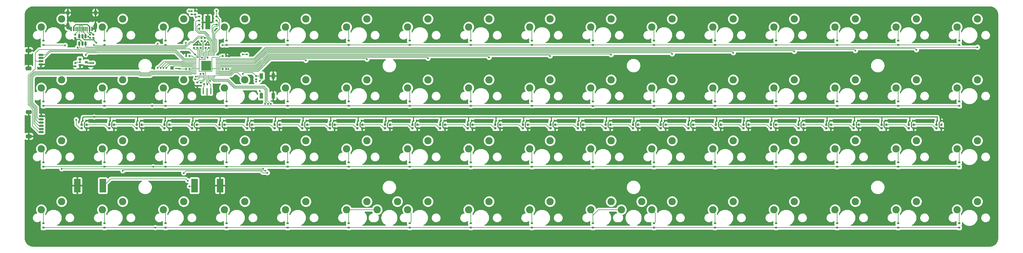
<source format=gbr>
%TF.GenerationSoftware,KiCad,Pcbnew,(6.0.11)*%
%TF.CreationDate,2023-02-13T13:43:31-05:00*%
%TF.ProjectId,HardLight,48617264-4c69-4676-9874-2e6b69636164,Mark 2 Rev F*%
%TF.SameCoordinates,Original*%
%TF.FileFunction,Copper,L2,Bot*%
%TF.FilePolarity,Positive*%
%FSLAX46Y46*%
G04 Gerber Fmt 4.6, Leading zero omitted, Abs format (unit mm)*
G04 Created by KiCad (PCBNEW (6.0.11)) date 2023-02-13 13:43:31*
%MOMM*%
%LPD*%
G01*
G04 APERTURE LIST*
G04 Aperture macros list*
%AMRoundRect*
0 Rectangle with rounded corners*
0 $1 Rounding radius*
0 $2 $3 $4 $5 $6 $7 $8 $9 X,Y pos of 4 corners*
0 Add a 4 corners polygon primitive as box body*
4,1,4,$2,$3,$4,$5,$6,$7,$8,$9,$2,$3,0*
0 Add four circle primitives for the rounded corners*
1,1,$1+$1,$2,$3*
1,1,$1+$1,$4,$5*
1,1,$1+$1,$6,$7*
1,1,$1+$1,$8,$9*
0 Add four rect primitives between the rounded corners*
20,1,$1+$1,$2,$3,$4,$5,0*
20,1,$1+$1,$4,$5,$6,$7,0*
20,1,$1+$1,$6,$7,$8,$9,0*
20,1,$1+$1,$8,$9,$2,$3,0*%
G04 Aperture macros list end*
%TA.AperFunction,ComponentPad*%
%ADD10C,2.286000*%
%TD*%
%TA.AperFunction,SMDPad,CuDef*%
%ADD11RoundRect,0.147500X0.172500X-0.147500X0.172500X0.147500X-0.172500X0.147500X-0.172500X-0.147500X0*%
%TD*%
%TA.AperFunction,SMDPad,CuDef*%
%ADD12RoundRect,0.147500X-0.172500X0.147500X-0.172500X-0.147500X0.172500X-0.147500X0.172500X0.147500X0*%
%TD*%
%TA.AperFunction,SMDPad,CuDef*%
%ADD13RoundRect,0.147500X-0.147500X-0.172500X0.147500X-0.172500X0.147500X0.172500X-0.147500X0.172500X0*%
%TD*%
%TA.AperFunction,SMDPad,CuDef*%
%ADD14RoundRect,0.050000X0.387500X0.050000X-0.387500X0.050000X-0.387500X-0.050000X0.387500X-0.050000X0*%
%TD*%
%TA.AperFunction,SMDPad,CuDef*%
%ADD15RoundRect,0.050000X0.050000X0.387500X-0.050000X0.387500X-0.050000X-0.387500X0.050000X-0.387500X0*%
%TD*%
%TA.AperFunction,SMDPad,CuDef*%
%ADD16R,3.050000X3.050000*%
%TD*%
%TA.AperFunction,SMDPad,CuDef*%
%ADD17R,0.700000X0.600000*%
%TD*%
%TA.AperFunction,SMDPad,CuDef*%
%ADD18R,0.900000X0.800000*%
%TD*%
%TA.AperFunction,SMDPad,CuDef*%
%ADD19RoundRect,0.147500X0.147500X0.172500X-0.147500X0.172500X-0.147500X-0.172500X0.147500X-0.172500X0*%
%TD*%
%TA.AperFunction,SMDPad,CuDef*%
%ADD20R,0.600000X1.450000*%
%TD*%
%TA.AperFunction,SMDPad,CuDef*%
%ADD21R,0.300000X1.450000*%
%TD*%
%TA.AperFunction,ComponentPad*%
%ADD22O,1.000000X1.600000*%
%TD*%
%TA.AperFunction,ComponentPad*%
%ADD23O,1.000000X2.100000*%
%TD*%
%TA.AperFunction,SMDPad,CuDef*%
%ADD24R,0.700000X0.700000*%
%TD*%
%TA.AperFunction,SMDPad,CuDef*%
%ADD25R,2.000000X4.200000*%
%TD*%
%TA.AperFunction,SMDPad,CuDef*%
%ADD26RoundRect,0.150000X0.625000X-0.150000X0.625000X0.150000X-0.625000X0.150000X-0.625000X-0.150000X0*%
%TD*%
%TA.AperFunction,SMDPad,CuDef*%
%ADD27RoundRect,0.250000X0.650000X-0.350000X0.650000X0.350000X-0.650000X0.350000X-0.650000X-0.350000X0*%
%TD*%
%TA.AperFunction,SMDPad,CuDef*%
%ADD28R,1.000000X1.000000*%
%TD*%
%TA.AperFunction,SMDPad,CuDef*%
%ADD29RoundRect,0.125000X0.250000X0.125000X-0.250000X0.125000X-0.250000X-0.125000X0.250000X-0.125000X0*%
%TD*%
%TA.AperFunction,SMDPad,CuDef*%
%ADD30R,1.587400X4.300000*%
%TD*%
%TA.AperFunction,SMDPad,CuDef*%
%ADD31R,0.400000X1.900000*%
%TD*%
%TA.AperFunction,SMDPad,CuDef*%
%ADD32RoundRect,0.150000X0.150000X-0.512500X0.150000X0.512500X-0.150000X0.512500X-0.150000X-0.512500X0*%
%TD*%
%TA.AperFunction,SMDPad,CuDef*%
%ADD33R,1.100000X1.800000*%
%TD*%
%TA.AperFunction,ViaPad*%
%ADD34C,0.600000*%
%TD*%
%TA.AperFunction,Conductor*%
%ADD35C,0.300000*%
%TD*%
%TA.AperFunction,Conductor*%
%ADD36C,0.200000*%
%TD*%
G04 APERTURE END LIST*
D10*
%TO.P,K2,1*%
%TO.N,14*%
X60483750Y-75882500D03*
%TO.P,K2,2*%
%TO.N,Net-(D2-Pad2)*%
X54133750Y-78422500D03*
%TD*%
%TO.P,K3,1*%
%TO.N,13*%
X79533750Y-75869800D03*
%TO.P,K3,2*%
%TO.N,Net-(D3-Pad2)*%
X73183750Y-78409800D03*
%TD*%
%TO.P,K6,1*%
%TO.N,10*%
X136683750Y-75882500D03*
%TO.P,K6,2*%
%TO.N,Net-(D6-Pad2)*%
X130333750Y-78422500D03*
%TD*%
%TO.P,K7,1*%
%TO.N,9*%
X155733750Y-75882500D03*
%TO.P,K7,2*%
%TO.N,Net-(D7-Pad2)*%
X149383750Y-78422500D03*
%TD*%
%TO.P,K8,1*%
%TO.N,8*%
X174783750Y-75882500D03*
%TO.P,K8,2*%
%TO.N,Net-(D8-Pad2)*%
X168433750Y-78422500D03*
%TD*%
%TO.P,K9,1*%
%TO.N,7*%
X193833750Y-75882500D03*
%TO.P,K9,2*%
%TO.N,Net-(D9-Pad2)*%
X187483750Y-78422500D03*
%TD*%
%TO.P,K10,1*%
%TO.N,6*%
X212883750Y-75882500D03*
%TO.P,K10,2*%
%TO.N,Net-(D10-Pad2)*%
X206533750Y-78422500D03*
%TD*%
%TO.P,K11,1*%
%TO.N,5*%
X231933750Y-75882500D03*
%TO.P,K11,2*%
%TO.N,Net-(D11-Pad2)*%
X225583750Y-78422500D03*
%TD*%
%TO.P,K12,1*%
%TO.N,4*%
X250983750Y-75882500D03*
%TO.P,K12,2*%
%TO.N,Net-(D12-Pad2)*%
X244633750Y-78422500D03*
%TD*%
%TO.P,K13,1*%
%TO.N,3*%
X270033750Y-75882500D03*
%TO.P,K13,2*%
%TO.N,Net-(D13-Pad2)*%
X263683750Y-78422500D03*
%TD*%
%TO.P,K14,1*%
%TO.N,2*%
X289083750Y-75882500D03*
%TO.P,K14,2*%
%TO.N,Net-(D14-Pad2)*%
X282733750Y-78422500D03*
%TD*%
%TO.P,K15,1*%
%TO.N,1*%
X308133750Y-75882500D03*
%TO.P,K15,2*%
%TO.N,Net-(D15-Pad2)*%
X301783750Y-78422500D03*
%TD*%
%TO.P,K16,1*%
%TO.N,0*%
X327183750Y-75882500D03*
%TO.P,K16,2*%
%TO.N,Net-(D16-Pad2)*%
X320833750Y-78422500D03*
%TD*%
%TO.P,K17,1*%
%TO.N,15*%
X41433750Y-94932500D03*
%TO.P,K17,2*%
%TO.N,Net-(D17-Pad2)*%
X35083750Y-97472500D03*
%TD*%
%TO.P,K18,1*%
%TO.N,14*%
X60483750Y-94932500D03*
%TO.P,K18,2*%
%TO.N,Net-(D18-Pad2)*%
X54133750Y-97472500D03*
%TD*%
%TO.P,K19,1*%
%TO.N,13*%
X79533750Y-94932500D03*
%TO.P,K19,2*%
%TO.N,Net-(D19-Pad2)*%
X73183750Y-97472500D03*
%TD*%
%TO.P,K22,1*%
%TO.N,10*%
X136683750Y-94932500D03*
%TO.P,K22,2*%
%TO.N,Net-(D22-Pad2)*%
X130333750Y-97472500D03*
%TD*%
%TO.P,K23,1*%
%TO.N,9*%
X155733750Y-94932500D03*
%TO.P,K23,2*%
%TO.N,Net-(D23-Pad2)*%
X149383750Y-97472500D03*
%TD*%
%TO.P,K24,1*%
%TO.N,8*%
X174783750Y-94932500D03*
%TO.P,K24,2*%
%TO.N,Net-(D24-Pad2)*%
X168433750Y-97472500D03*
%TD*%
%TO.P,K25,1*%
%TO.N,7*%
X193833750Y-94932500D03*
%TO.P,K25,2*%
%TO.N,Net-(D25-Pad2)*%
X187483750Y-97472500D03*
%TD*%
%TO.P,K26,1*%
%TO.N,6*%
X212883750Y-94932500D03*
%TO.P,K26,2*%
%TO.N,Net-(D26-Pad2)*%
X206533750Y-97472500D03*
%TD*%
%TO.P,K27,1*%
%TO.N,5*%
X231933750Y-94932500D03*
%TO.P,K27,2*%
%TO.N,Net-(D27-Pad2)*%
X225583750Y-97472500D03*
%TD*%
%TO.P,K28,1*%
%TO.N,4*%
X250983750Y-94932500D03*
%TO.P,K28,2*%
%TO.N,Net-(D28-Pad2)*%
X244633750Y-97472500D03*
%TD*%
%TO.P,K29,1*%
%TO.N,3*%
X270033750Y-94932500D03*
%TO.P,K29,2*%
%TO.N,Net-(D29-Pad2)*%
X263683750Y-97472500D03*
%TD*%
%TO.P,K30,1*%
%TO.N,2*%
X289083750Y-94932500D03*
%TO.P,K30,2*%
%TO.N,Net-(D30-Pad2)*%
X282733750Y-97472500D03*
%TD*%
%TO.P,K31,1*%
%TO.N,1*%
X308133750Y-94932500D03*
%TO.P,K31,2*%
%TO.N,Net-(D31-Pad2)*%
X301783750Y-97472500D03*
%TD*%
%TO.P,K32,1*%
%TO.N,0*%
X327183750Y-94932500D03*
%TO.P,K32,2*%
%TO.N,Net-(D32-Pad2)*%
X320833750Y-97472500D03*
%TD*%
%TO.P,K33,1*%
%TO.N,15*%
X41433750Y-113982500D03*
%TO.P,K33,2*%
%TO.N,Net-(D33-Pad2)*%
X35083750Y-116522500D03*
%TD*%
%TO.P,K34,1*%
%TO.N,14*%
X60483750Y-113982500D03*
%TO.P,K34,2*%
%TO.N,Net-(D34-Pad2)*%
X54133750Y-116522500D03*
%TD*%
%TO.P,K35,1*%
%TO.N,13*%
X79533750Y-113982500D03*
%TO.P,K35,2*%
%TO.N,Net-(D35-Pad2)*%
X73183750Y-116522500D03*
%TD*%
%TO.P,K36,1*%
%TO.N,12*%
X98583750Y-113982500D03*
%TO.P,K36,2*%
%TO.N,Net-(D36-Pad2)*%
X92233750Y-116522500D03*
%TD*%
%TO.P,K37,1*%
%TO.N,11*%
X117633750Y-113982500D03*
%TO.P,K37,2*%
%TO.N,Net-(D37-Pad2)*%
X111283750Y-116522500D03*
%TD*%
%TO.P,K38,1*%
%TO.N,10*%
X136683750Y-113982500D03*
%TO.P,K38,2*%
%TO.N,Net-(D38-Pad2)*%
X130333750Y-116522500D03*
%TD*%
%TO.P,K39,1*%
%TO.N,9*%
X155733750Y-113982500D03*
%TO.P,K39,2*%
%TO.N,Net-(D39-Pad2)*%
X149383750Y-116522500D03*
%TD*%
%TO.P,K40,1*%
%TO.N,8*%
X174783750Y-113982500D03*
%TO.P,K40,2*%
%TO.N,Net-(D40-Pad2)*%
X168433750Y-116522500D03*
%TD*%
%TO.P,K41,1*%
%TO.N,7*%
X193833750Y-113982500D03*
%TO.P,K41,2*%
%TO.N,Net-(D41-Pad2)*%
X187483750Y-116522500D03*
%TD*%
%TO.P,K42,1*%
%TO.N,6*%
X212883750Y-113982500D03*
%TO.P,K42,2*%
%TO.N,Net-(D42-Pad2)*%
X206533750Y-116522500D03*
%TD*%
%TO.P,K43,1*%
%TO.N,5*%
X231933750Y-113982500D03*
%TO.P,K43,2*%
%TO.N,Net-(D43-Pad2)*%
X225583750Y-116522500D03*
%TD*%
%TO.P,K44,1*%
%TO.N,4*%
X250983750Y-113982500D03*
%TO.P,K44,2*%
%TO.N,Net-(D44-Pad2)*%
X244633750Y-116522500D03*
%TD*%
%TO.P,K45,1*%
%TO.N,3*%
X270033750Y-113982500D03*
%TO.P,K45,2*%
%TO.N,Net-(D45-Pad2)*%
X263683750Y-116522500D03*
%TD*%
%TO.P,K46,1*%
%TO.N,2*%
X289083750Y-113982500D03*
%TO.P,K46,2*%
%TO.N,Net-(D46-Pad2)*%
X282733750Y-116522500D03*
%TD*%
%TO.P,K47,1*%
%TO.N,1*%
X308133750Y-113982500D03*
%TO.P,K47,2*%
%TO.N,Net-(D47-Pad2)*%
X301783750Y-116522500D03*
%TD*%
%TO.P,K48,1*%
%TO.N,0*%
X327183750Y-113982500D03*
%TO.P,K48,2*%
%TO.N,Net-(D48-Pad2)*%
X320833750Y-116522500D03*
%TD*%
%TO.P,K49,1*%
%TO.N,15*%
X41433750Y-133032500D03*
%TO.P,K49,2*%
%TO.N,Net-(D49-Pad2)*%
X35083750Y-135572500D03*
%TD*%
%TO.P,K50,1*%
%TO.N,14*%
X60483750Y-133032500D03*
%TO.P,K50,2*%
%TO.N,Net-(D50-Pad2)*%
X54133750Y-135572500D03*
%TD*%
%TO.P,K51,1*%
%TO.N,13*%
X79533750Y-133032500D03*
%TO.P,K51,2*%
%TO.N,Net-(D51-Pad2)*%
X73183750Y-135572500D03*
%TD*%
%TO.P,K52,1*%
%TO.N,12*%
X98583750Y-133032500D03*
%TO.P,K52,2*%
%TO.N,Net-(D52-Pad2)*%
X92233750Y-135572500D03*
%TD*%
%TO.P,K53,1*%
%TO.N,11*%
X117633750Y-133032500D03*
%TO.P,K53,2*%
%TO.N,Net-(D53-Pad2)*%
X111283750Y-135572500D03*
%TD*%
%TO.P,K54,1*%
%TO.N,10*%
X136683750Y-133032500D03*
%TO.P,K54,2*%
%TO.N,Net-(D54-Pad2)*%
X130333750Y-135572500D03*
%TD*%
%TO.P,K55,1*%
%TO.N,9*%
X155733750Y-133032500D03*
%TO.P,K55,2*%
%TO.N,Net-(D55-Pad2)*%
X149383750Y-135572500D03*
%TD*%
%TO.P,K56,1*%
%TO.N,8*%
X174783750Y-133032500D03*
%TO.P,K56,2*%
%TO.N,Net-(D56-Pad2)*%
X168433750Y-135572500D03*
%TD*%
%TO.P,K57,1*%
%TO.N,7*%
X193833750Y-133032500D03*
%TO.P,K57,2*%
%TO.N,Net-(D57-Pad2)*%
X187483750Y-135572500D03*
%TD*%
%TO.P,K58,1*%
%TO.N,6*%
X212883750Y-133032500D03*
%TO.P,K58,2*%
%TO.N,Net-(D58-Pad2)*%
X206533750Y-135572500D03*
%TD*%
%TO.P,K59,1*%
%TO.N,5*%
X231933750Y-133032500D03*
%TO.P,K59,2*%
%TO.N,Net-(D59-Pad2)*%
X225583750Y-135572500D03*
%TD*%
%TO.P,K60,1*%
%TO.N,4*%
X250983750Y-133032500D03*
%TO.P,K60,2*%
%TO.N,Net-(D60-Pad2)*%
X244633750Y-135572500D03*
%TD*%
%TO.P,K61,1*%
%TO.N,3*%
X270033750Y-133032500D03*
%TO.P,K61,2*%
%TO.N,Net-(D61-Pad2)*%
X263683750Y-135572500D03*
%TD*%
%TO.P,K62,1*%
%TO.N,2*%
X289083750Y-133032500D03*
%TO.P,K62,2*%
%TO.N,Net-(D62-Pad2)*%
X282733750Y-135572500D03*
%TD*%
%TO.P,K63,1*%
%TO.N,1*%
X308133750Y-133032500D03*
%TO.P,K63,2*%
%TO.N,Net-(D63-Pad2)*%
X301783750Y-135572500D03*
%TD*%
%TO.P,K64,1*%
%TO.N,0*%
X327183750Y-133032500D03*
%TO.P,K64,2*%
%TO.N,Net-(D64-Pad2)*%
X320833750Y-135572500D03*
%TD*%
%TO.P,K1,1*%
%TO.N,15*%
X41433750Y-75882500D03*
%TO.P,K1,2*%
%TO.N,Net-(D1-Pad2)*%
X35083750Y-78422500D03*
%TD*%
%TO.P,K4,1*%
%TO.N,12*%
X98583750Y-75882500D03*
%TO.P,K4,2*%
%TO.N,Net-(D4-Pad2)*%
X92233750Y-78422500D03*
%TD*%
%TO.P,K5,1*%
%TO.N,11*%
X117633750Y-75882500D03*
%TO.P,K5,2*%
%TO.N,Net-(D5-Pad2)*%
X111283750Y-78422500D03*
%TD*%
%TO.P,K21,1*%
%TO.N,11*%
X117633750Y-94932500D03*
%TO.P,K21,2*%
%TO.N,Net-(D21-Pad2)*%
X111283750Y-97472500D03*
%TD*%
%TO.P,K20,1*%
%TO.N,12*%
X98583750Y-94932500D03*
%TO.P,K20,2*%
%TO.N,Net-(D20-Pad2)*%
X92233750Y-97472500D03*
%TD*%
%TO.P,K54.1,1*%
%TO.N,10*%
X146208750Y-133032500D03*
%TO.P,K54.1,2*%
%TO.N,Net-(D54-Pad2)*%
X139858750Y-135572500D03*
%TD*%
%TO.P,K58.1,1*%
%TO.N,6*%
X222408750Y-133032500D03*
%TO.P,K58.1,2*%
%TO.N,Net-(D58-Pad2)*%
X216058750Y-135572500D03*
%TD*%
D11*
%TO.P,C1,1*%
%TO.N,+3V3*%
X83693000Y-84940000D03*
%TO.P,C1,2*%
%TO.N,GND*%
X83693000Y-83970000D03*
%TD*%
D12*
%TO.P,C2,1*%
%TO.N,+3V3*%
X84836000Y-95781000D03*
%TO.P,C2,2*%
%TO.N,GND*%
X84836000Y-96751000D03*
%TD*%
D13*
%TO.P,C3,1*%
%TO.N,+3V3*%
X91717000Y-91567000D03*
%TO.P,C3,2*%
%TO.N,GND*%
X92687000Y-91567000D03*
%TD*%
%TO.P,C6,1*%
%TO.N,+3V3*%
X91717000Y-87503000D03*
%TO.P,C6,2*%
%TO.N,GND*%
X92687000Y-87503000D03*
%TD*%
D11*
%TO.P,C8,1*%
%TO.N,+3V3*%
X86360000Y-84940000D03*
%TO.P,C8,2*%
%TO.N,GND*%
X86360000Y-83970000D03*
%TD*%
D14*
%TO.P,U0,1,IOVDD*%
%TO.N,+3V3*%
X89924500Y-87887500D03*
%TO.P,U0,2,GPIO0*%
%TO.N,0*%
X89924500Y-88287500D03*
%TO.P,U0,3,GPIO1*%
%TO.N,1*%
X89924500Y-88687500D03*
%TO.P,U0,4,GPIO2*%
%TO.N,2*%
X89924500Y-89087500D03*
%TO.P,U0,5,GPIO3*%
%TO.N,3*%
X89924500Y-89487500D03*
%TO.P,U0,6,GPIO4*%
%TO.N,4*%
X89924500Y-89887500D03*
%TO.P,U0,7,GPIO5*%
%TO.N,5*%
X89924500Y-90287500D03*
%TO.P,U0,8,GPIO6*%
%TO.N,6*%
X89924500Y-90687500D03*
%TO.P,U0,9,GPIO7*%
%TO.N,7*%
X89924500Y-91087500D03*
%TO.P,U0,10,IOVDD*%
%TO.N,+3V3*%
X89924500Y-91487500D03*
%TO.P,U0,11,GPIO8*%
%TO.N,8*%
X89924500Y-91887500D03*
%TO.P,U0,12,GPIO9*%
%TO.N,9*%
X89924500Y-92287500D03*
%TO.P,U0,13,GPIO10*%
%TO.N,10*%
X89924500Y-92687500D03*
%TO.P,U0,14,GPIO11*%
%TO.N,11*%
X89924500Y-93087500D03*
D15*
%TO.P,U0,15,GPIO12*%
%TO.N,12*%
X89087000Y-93925000D03*
%TO.P,U0,16,GPIO13*%
%TO.N,13*%
X88687000Y-93925000D03*
%TO.P,U0,17,GPIO14*%
%TO.N,14*%
X88287000Y-93925000D03*
%TO.P,U0,18,GPIO15*%
%TO.N,15*%
X87887000Y-93925000D03*
%TO.P,U0,19,TESTEN*%
%TO.N,GND*%
X87487000Y-93925000D03*
%TO.P,U0,20,XIN*%
%TO.N,XIN*%
X87087000Y-93925000D03*
%TO.P,U0,21,XOUT*%
%TO.N,XOUT*%
X86687000Y-93925000D03*
%TO.P,U0,22,IOVDD*%
%TO.N,+3V3*%
X86287000Y-93925000D03*
%TO.P,U0,23,DVDD*%
%TO.N,+1V1*%
X85887000Y-93925000D03*
%TO.P,U0,24,SWCLK*%
%TO.N,unconnected-(U0-Pad24)*%
X85487000Y-93925000D03*
%TO.P,U0,25,SWDIO*%
%TO.N,unconnected-(U0-Pad25)*%
X85087000Y-93925000D03*
%TO.P,U0,26,RUN*%
%TO.N,~{RESET}*%
X84687000Y-93925000D03*
%TO.P,U0,27,GPIO16*%
%TO.N,16*%
X84287000Y-93925000D03*
%TO.P,U0,28,GPIO17*%
%TO.N,17*%
X83887000Y-93925000D03*
D14*
%TO.P,U0,29,GPIO18*%
%TO.N,18*%
X83049500Y-93087500D03*
%TO.P,U0,30,GPIO19*%
%TO.N,19*%
X83049500Y-92687500D03*
%TO.P,U0,31,GPIO20*%
%TO.N,20*%
X83049500Y-92287500D03*
%TO.P,U0,32,GPIO21*%
%TO.N,21*%
X83049500Y-91887500D03*
%TO.P,U0,33,IOVDD*%
%TO.N,+3V3*%
X83049500Y-91487500D03*
%TO.P,U0,34,GPIO22*%
%TO.N,22*%
X83049500Y-91087500D03*
%TO.P,U0,35,GPIO23*%
%TO.N,23*%
X83049500Y-90687500D03*
%TO.P,U0,36,GPIO24*%
%TO.N,24*%
X83049500Y-90287500D03*
%TO.P,U0,37,GPIO25*%
%TO.N,25*%
X83049500Y-89887500D03*
%TO.P,U0,38,GPIO26/ADC0*%
%TO.N,26{slash}A0*%
X83049500Y-89487500D03*
%TO.P,U0,39,GPIO27/ADC1*%
%TO.N,27{slash}A1*%
X83049500Y-89087500D03*
%TO.P,U0,40,GPIO28/ADC2*%
%TO.N,28{slash}A2*%
X83049500Y-88687500D03*
%TO.P,U0,41,GPIO29/ADC3*%
%TO.N,29{slash}A3*%
X83049500Y-88287500D03*
%TO.P,U0,42,IOVDD*%
%TO.N,+3V3*%
X83049500Y-87887500D03*
D15*
%TO.P,U0,43,ADC_AVDD*%
X83887000Y-87050000D03*
%TO.P,U0,44,VREG_VIN*%
X84287000Y-87050000D03*
%TO.P,U0,45,VREG_VOUT*%
%TO.N,+1V1*%
X84687000Y-87050000D03*
%TO.P,U0,46,USB_DM*%
%TO.N,DR-*%
X85087000Y-87050000D03*
%TO.P,U0,47,USB_DP*%
%TO.N,DR+*%
X85487000Y-87050000D03*
%TO.P,U0,48,USB_VDD*%
%TO.N,+3V3*%
X85887000Y-87050000D03*
%TO.P,U0,49,IOVDD*%
X86287000Y-87050000D03*
%TO.P,U0,50,DVDD*%
%TO.N,+1V1*%
X86687000Y-87050000D03*
%TO.P,U0,51,QSPI_SD3*%
%TO.N,SD3*%
X87087000Y-87050000D03*
%TO.P,U0,52,QSPI_SCLK*%
%TO.N,CLOCK*%
X87487000Y-87050000D03*
%TO.P,U0,53,QSPI_SD0*%
%TO.N,SD0*%
X87887000Y-87050000D03*
%TO.P,U0,54,QSPI_SD2*%
%TO.N,SD2*%
X88287000Y-87050000D03*
%TO.P,U0,55,QSPI_SD1*%
%TO.N,SD1*%
X88687000Y-87050000D03*
%TO.P,U0,56,QSPI_SS_N*%
%TO.N,CS*%
X89087000Y-87050000D03*
D16*
%TO.P,U0,57,GND*%
%TO.N,GND*%
X86487000Y-90487500D03*
%TD*%
D11*
%TO.P,C7,1*%
%TO.N,+3V3*%
X82677000Y-84940000D03*
%TO.P,C7,2*%
%TO.N,GND*%
X82677000Y-83970000D03*
%TD*%
D17*
%TO.P,D1,1,K*%
%TO.N,26{slash}A0*%
X35718750Y-84043750D03*
%TO.P,D1,2,A*%
%TO.N,Net-(D1-Pad2)*%
X35718750Y-82643750D03*
%TD*%
%TO.P,D2,1,K*%
%TO.N,26{slash}A0*%
X54768750Y-84043750D03*
%TO.P,D2,2,A*%
%TO.N,Net-(D2-Pad2)*%
X54768750Y-82643750D03*
%TD*%
%TO.P,D3,1,K*%
%TO.N,26{slash}A0*%
X73818750Y-84043750D03*
%TO.P,D3,2,A*%
%TO.N,Net-(D3-Pad2)*%
X73818750Y-82643750D03*
%TD*%
%TO.P,D4,1,K*%
%TO.N,26{slash}A0*%
X92868750Y-84043750D03*
%TO.P,D4,2,A*%
%TO.N,Net-(D4-Pad2)*%
X92868750Y-82643750D03*
%TD*%
%TO.P,D5,1,K*%
%TO.N,26{slash}A0*%
X111918750Y-84043750D03*
%TO.P,D5,2,A*%
%TO.N,Net-(D5-Pad2)*%
X111918750Y-82643750D03*
%TD*%
%TO.P,D6,1,K*%
%TO.N,26{slash}A0*%
X130968750Y-84043750D03*
%TO.P,D6,2,A*%
%TO.N,Net-(D6-Pad2)*%
X130968750Y-82643750D03*
%TD*%
%TO.P,D7,1,K*%
%TO.N,26{slash}A0*%
X150018750Y-84043750D03*
%TO.P,D7,2,A*%
%TO.N,Net-(D7-Pad2)*%
X150018750Y-82643750D03*
%TD*%
%TO.P,D8,1,K*%
%TO.N,26{slash}A0*%
X169068750Y-84043750D03*
%TO.P,D8,2,A*%
%TO.N,Net-(D8-Pad2)*%
X169068750Y-82643750D03*
%TD*%
%TO.P,D9,1,K*%
%TO.N,26{slash}A0*%
X188118750Y-84043750D03*
%TO.P,D9,2,A*%
%TO.N,Net-(D9-Pad2)*%
X188118750Y-82643750D03*
%TD*%
%TO.P,D10,1,K*%
%TO.N,26{slash}A0*%
X207168750Y-84043750D03*
%TO.P,D10,2,A*%
%TO.N,Net-(D10-Pad2)*%
X207168750Y-82643750D03*
%TD*%
%TO.P,D11,1,K*%
%TO.N,26{slash}A0*%
X226218750Y-84043750D03*
%TO.P,D11,2,A*%
%TO.N,Net-(D11-Pad2)*%
X226218750Y-82643750D03*
%TD*%
%TO.P,D12,1,K*%
%TO.N,26{slash}A0*%
X245268750Y-84043750D03*
%TO.P,D12,2,A*%
%TO.N,Net-(D12-Pad2)*%
X245268750Y-82643750D03*
%TD*%
%TO.P,D13,1,K*%
%TO.N,26{slash}A0*%
X264318750Y-84043750D03*
%TO.P,D13,2,A*%
%TO.N,Net-(D13-Pad2)*%
X264318750Y-82643750D03*
%TD*%
%TO.P,D14,1,K*%
%TO.N,26{slash}A0*%
X283368750Y-84043750D03*
%TO.P,D14,2,A*%
%TO.N,Net-(D14-Pad2)*%
X283368750Y-82643750D03*
%TD*%
%TO.P,D15,1,K*%
%TO.N,26{slash}A0*%
X302418750Y-84043750D03*
%TO.P,D15,2,A*%
%TO.N,Net-(D15-Pad2)*%
X302418750Y-82643750D03*
%TD*%
%TO.P,D16,1,K*%
%TO.N,26{slash}A0*%
X321468750Y-84043750D03*
%TO.P,D16,2,A*%
%TO.N,Net-(D16-Pad2)*%
X321468750Y-82643750D03*
%TD*%
%TO.P,D17,1,K*%
%TO.N,25*%
X35718750Y-103093750D03*
%TO.P,D17,2,A*%
%TO.N,Net-(D17-Pad2)*%
X35718750Y-101693750D03*
%TD*%
%TO.P,D18,1,K*%
%TO.N,25*%
X54768750Y-103093750D03*
%TO.P,D18,2,A*%
%TO.N,Net-(D18-Pad2)*%
X54768750Y-101693750D03*
%TD*%
%TO.P,D19,1,K*%
%TO.N,25*%
X73818750Y-103093750D03*
%TO.P,D19,2,A*%
%TO.N,Net-(D19-Pad2)*%
X73818750Y-101693750D03*
%TD*%
%TO.P,D20,1,K*%
%TO.N,25*%
X92868750Y-103093750D03*
%TO.P,D20,2,A*%
%TO.N,Net-(D20-Pad2)*%
X92868750Y-101693750D03*
%TD*%
%TO.P,D21,1,K*%
%TO.N,25*%
X111918750Y-103093750D03*
%TO.P,D21,2,A*%
%TO.N,Net-(D21-Pad2)*%
X111918750Y-101693750D03*
%TD*%
%TO.P,D22,1,K*%
%TO.N,25*%
X130968750Y-103093750D03*
%TO.P,D22,2,A*%
%TO.N,Net-(D22-Pad2)*%
X130968750Y-101693750D03*
%TD*%
%TO.P,D23,1,K*%
%TO.N,25*%
X150018750Y-103093750D03*
%TO.P,D23,2,A*%
%TO.N,Net-(D23-Pad2)*%
X150018750Y-101693750D03*
%TD*%
%TO.P,D24,1,K*%
%TO.N,25*%
X169068750Y-103093750D03*
%TO.P,D24,2,A*%
%TO.N,Net-(D24-Pad2)*%
X169068750Y-101693750D03*
%TD*%
%TO.P,D25,1,K*%
%TO.N,25*%
X188118750Y-103031250D03*
%TO.P,D25,2,A*%
%TO.N,Net-(D25-Pad2)*%
X188118750Y-101631250D03*
%TD*%
%TO.P,D26,1,K*%
%TO.N,25*%
X207168750Y-103106250D03*
%TO.P,D26,2,A*%
%TO.N,Net-(D26-Pad2)*%
X207168750Y-101706250D03*
%TD*%
%TO.P,D27,1,K*%
%TO.N,25*%
X226218750Y-103093750D03*
%TO.P,D27,2,A*%
%TO.N,Net-(D27-Pad2)*%
X226218750Y-101693750D03*
%TD*%
%TO.P,D28,1,K*%
%TO.N,25*%
X245268750Y-103093750D03*
%TO.P,D28,2,A*%
%TO.N,Net-(D28-Pad2)*%
X245268750Y-101693750D03*
%TD*%
%TO.P,D29,1,K*%
%TO.N,25*%
X264318750Y-103093750D03*
%TO.P,D29,2,A*%
%TO.N,Net-(D29-Pad2)*%
X264318750Y-101693750D03*
%TD*%
%TO.P,D30,1,K*%
%TO.N,25*%
X283368750Y-103093750D03*
%TO.P,D30,2,A*%
%TO.N,Net-(D30-Pad2)*%
X283368750Y-101693750D03*
%TD*%
%TO.P,D31,1,K*%
%TO.N,25*%
X302418750Y-103093750D03*
%TO.P,D31,2,A*%
%TO.N,Net-(D31-Pad2)*%
X302418750Y-101693750D03*
%TD*%
%TO.P,D32,1,K*%
%TO.N,25*%
X321468750Y-103093750D03*
%TO.P,D32,2,A*%
%TO.N,Net-(D32-Pad2)*%
X321468750Y-101693750D03*
%TD*%
%TO.P,D33,1,K*%
%TO.N,24*%
X35718750Y-122143750D03*
%TO.P,D33,2,A*%
%TO.N,Net-(D33-Pad2)*%
X35718750Y-120743750D03*
%TD*%
%TO.P,D34,1,K*%
%TO.N,24*%
X54768750Y-122143750D03*
%TO.P,D34,2,A*%
%TO.N,Net-(D34-Pad2)*%
X54768750Y-120743750D03*
%TD*%
%TO.P,D35,1,K*%
%TO.N,24*%
X73818750Y-122143750D03*
%TO.P,D35,2,A*%
%TO.N,Net-(D35-Pad2)*%
X73818750Y-120743750D03*
%TD*%
%TO.P,D36,1,K*%
%TO.N,24*%
X92868750Y-122143750D03*
%TO.P,D36,2,A*%
%TO.N,Net-(D36-Pad2)*%
X92868750Y-120743750D03*
%TD*%
%TO.P,D37,1,K*%
%TO.N,24*%
X111918750Y-122143750D03*
%TO.P,D37,2,A*%
%TO.N,Net-(D37-Pad2)*%
X111918750Y-120743750D03*
%TD*%
%TO.P,D38,1,K*%
%TO.N,24*%
X130968750Y-122143750D03*
%TO.P,D38,2,A*%
%TO.N,Net-(D38-Pad2)*%
X130968750Y-120743750D03*
%TD*%
%TO.P,D39,1,K*%
%TO.N,24*%
X150018750Y-122143750D03*
%TO.P,D39,2,A*%
%TO.N,Net-(D39-Pad2)*%
X150018750Y-120743750D03*
%TD*%
%TO.P,D40,1,K*%
%TO.N,24*%
X169068750Y-122143750D03*
%TO.P,D40,2,A*%
%TO.N,Net-(D40-Pad2)*%
X169068750Y-120743750D03*
%TD*%
%TO.P,D41,1,K*%
%TO.N,24*%
X188118750Y-122143750D03*
%TO.P,D41,2,A*%
%TO.N,Net-(D41-Pad2)*%
X188118750Y-120743750D03*
%TD*%
%TO.P,D42,1,K*%
%TO.N,24*%
X207168750Y-122143750D03*
%TO.P,D42,2,A*%
%TO.N,Net-(D42-Pad2)*%
X207168750Y-120743750D03*
%TD*%
%TO.P,D43,1,K*%
%TO.N,24*%
X226218750Y-122143750D03*
%TO.P,D43,2,A*%
%TO.N,Net-(D43-Pad2)*%
X226218750Y-120743750D03*
%TD*%
%TO.P,D44,1,K*%
%TO.N,24*%
X245268750Y-122143750D03*
%TO.P,D44,2,A*%
%TO.N,Net-(D44-Pad2)*%
X245268750Y-120743750D03*
%TD*%
%TO.P,D45,1,K*%
%TO.N,24*%
X264318750Y-122143750D03*
%TO.P,D45,2,A*%
%TO.N,Net-(D45-Pad2)*%
X264318750Y-120743750D03*
%TD*%
%TO.P,D46,1,K*%
%TO.N,24*%
X283368750Y-122143750D03*
%TO.P,D46,2,A*%
%TO.N,Net-(D46-Pad2)*%
X283368750Y-120743750D03*
%TD*%
%TO.P,D47,1,K*%
%TO.N,24*%
X302418750Y-122143750D03*
%TO.P,D47,2,A*%
%TO.N,Net-(D47-Pad2)*%
X302418750Y-120743750D03*
%TD*%
%TO.P,D48,1,K*%
%TO.N,24*%
X321468750Y-122143750D03*
%TO.P,D48,2,A*%
%TO.N,Net-(D48-Pad2)*%
X321468750Y-120743750D03*
%TD*%
%TO.P,D49,1,K*%
%TO.N,23*%
X35718750Y-141193750D03*
%TO.P,D49,2,A*%
%TO.N,Net-(D49-Pad2)*%
X35718750Y-139793750D03*
%TD*%
%TO.P,D50,1,K*%
%TO.N,23*%
X54768750Y-141193750D03*
%TO.P,D50,2,A*%
%TO.N,Net-(D50-Pad2)*%
X54768750Y-139793750D03*
%TD*%
%TO.P,D51,1,K*%
%TO.N,23*%
X73818750Y-141193750D03*
%TO.P,D51,2,A*%
%TO.N,Net-(D51-Pad2)*%
X73818750Y-139793750D03*
%TD*%
%TO.P,D52,1,K*%
%TO.N,23*%
X92868750Y-141193750D03*
%TO.P,D52,2,A*%
%TO.N,Net-(D52-Pad2)*%
X92868750Y-139793750D03*
%TD*%
%TO.P,D53,1,K*%
%TO.N,23*%
X111918750Y-141193750D03*
%TO.P,D53,2,A*%
%TO.N,Net-(D53-Pad2)*%
X111918750Y-139793750D03*
%TD*%
%TO.P,D54,1,K*%
%TO.N,23*%
X130968750Y-141193750D03*
%TO.P,D54,2,A*%
%TO.N,Net-(D54-Pad2)*%
X130968750Y-139793750D03*
%TD*%
%TO.P,D55,1,K*%
%TO.N,23*%
X150018750Y-141193750D03*
%TO.P,D55,2,A*%
%TO.N,Net-(D55-Pad2)*%
X150018750Y-139793750D03*
%TD*%
%TO.P,D56,1,K*%
%TO.N,23*%
X169068750Y-141193750D03*
%TO.P,D56,2,A*%
%TO.N,Net-(D56-Pad2)*%
X169068750Y-139793750D03*
%TD*%
%TO.P,D57,1,K*%
%TO.N,23*%
X188118750Y-141193750D03*
%TO.P,D57,2,A*%
%TO.N,Net-(D57-Pad2)*%
X188118750Y-139793750D03*
%TD*%
%TO.P,D58,1,K*%
%TO.N,23*%
X207168750Y-141193750D03*
%TO.P,D58,2,A*%
%TO.N,Net-(D58-Pad2)*%
X207168750Y-139793750D03*
%TD*%
%TO.P,D59,1,K*%
%TO.N,23*%
X226218750Y-141193750D03*
%TO.P,D59,2,A*%
%TO.N,Net-(D59-Pad2)*%
X226218750Y-139793750D03*
%TD*%
%TO.P,D60,1,K*%
%TO.N,23*%
X245268750Y-141193750D03*
%TO.P,D60,2,A*%
%TO.N,Net-(D60-Pad2)*%
X245268750Y-139793750D03*
%TD*%
%TO.P,D61,1,K*%
%TO.N,23*%
X264318750Y-141193750D03*
%TO.P,D61,2,A*%
%TO.N,Net-(D61-Pad2)*%
X264318750Y-139793750D03*
%TD*%
%TO.P,D62,1,K*%
%TO.N,23*%
X283368750Y-141193750D03*
%TO.P,D62,2,A*%
%TO.N,Net-(D62-Pad2)*%
X283368750Y-139793750D03*
%TD*%
%TO.P,D63,1,K*%
%TO.N,23*%
X302418750Y-141193750D03*
%TO.P,D63,2,A*%
%TO.N,Net-(D63-Pad2)*%
X302418750Y-139793750D03*
%TD*%
%TO.P,D64,1,K*%
%TO.N,23*%
X321468750Y-141193750D03*
%TO.P,D64,2,A*%
%TO.N,Net-(D64-Pad2)*%
X321468750Y-139793750D03*
%TD*%
D11*
%TO.P,RC2,1*%
%TO.N,GND*%
X50292000Y-81765000D03*
%TO.P,RC2,2*%
%TO.N,Net-(J0-PadB5)*%
X50292000Y-80795000D03*
%TD*%
D12*
%TO.P,RC1,1*%
%TO.N,Net-(J0-PadA5)*%
X45593000Y-80795000D03*
%TO.P,RC1,2*%
%TO.N,GND*%
X45593000Y-81765000D03*
%TD*%
%TO.P,RD1,1*%
%TO.N,DB+*%
X86106000Y-81811000D03*
%TO.P,RD1,2*%
%TO.N,DR+*%
X86106000Y-82781000D03*
%TD*%
%TO.P,F0,1*%
%TO.N,vUSB*%
X51308000Y-80795000D03*
%TO.P,F0,2*%
%TO.N,VBUS*%
X51308000Y-81765000D03*
%TD*%
D18*
%TO.P,U1,1,GND*%
%TO.N,GND*%
X47133000Y-90358000D03*
%TO.P,U1,2,VO*%
%TO.N,+3V3*%
X47133000Y-88458000D03*
%TO.P,U1,3,VI*%
%TO.N,VBUS*%
X49133000Y-89408000D03*
%TD*%
D19*
%TO.P,LC1,1*%
%TO.N,GND*%
X48992475Y-107696000D03*
%TO.P,LC1,2*%
%TO.N,VBUS*%
X48022475Y-107696000D03*
%TD*%
%TO.P,C4,1*%
%TO.N,+3V3*%
X81257000Y-91567000D03*
%TO.P,C4,2*%
%TO.N,GND*%
X80287000Y-91567000D03*
%TD*%
D20*
%TO.P,J0,A1,GND*%
%TO.N,GND*%
X44375000Y-79000400D03*
%TO.P,J0,A4,VBUS*%
%TO.N,vUSB*%
X45175000Y-79000400D03*
D21*
%TO.P,J0,A5,CC1*%
%TO.N,Net-(J0-PadA5)*%
X46375000Y-79000400D03*
%TO.P,J0,A6,D+*%
%TO.N,D+*%
X47375000Y-79000400D03*
%TO.P,J0,A7,D-*%
%TO.N,D-*%
X47875000Y-79000400D03*
%TO.P,J0,A8,SBU1*%
%TO.N,unconnected-(J0-PadA8)*%
X48875000Y-79000400D03*
D20*
%TO.P,J0,A9,VBUS*%
%TO.N,vUSB*%
X50075000Y-79000400D03*
%TO.P,J0,A12,GND*%
%TO.N,GND*%
X50875000Y-79000400D03*
%TO.P,J0,B1,GND*%
X50875000Y-79000400D03*
%TO.P,J0,B4,VBUS*%
%TO.N,vUSB*%
X50075000Y-79000400D03*
D21*
%TO.P,J0,B5,CC2*%
%TO.N,Net-(J0-PadB5)*%
X49375000Y-79000400D03*
%TO.P,J0,B6,D+*%
%TO.N,D+*%
X48375000Y-79000400D03*
%TO.P,J0,B7,D-*%
%TO.N,D-*%
X46875000Y-79000400D03*
%TO.P,J0,B8,SBU2*%
%TO.N,unconnected-(J0-PadB8)*%
X45875000Y-79000400D03*
D20*
%TO.P,J0,B9,VBUS*%
%TO.N,vUSB*%
X45175000Y-79000400D03*
%TO.P,J0,B12,GND*%
%TO.N,GND*%
X44375000Y-79000400D03*
D22*
%TO.P,J0,S1,SHIELD*%
X43305000Y-73905400D03*
D23*
X43305000Y-78085400D03*
D22*
X51945000Y-73905400D03*
D23*
X51945000Y-78085400D03*
%TD*%
D19*
%TO.P,LC3,1*%
%TO.N,GND*%
X66104700Y-107696000D03*
%TO.P,LC3,2*%
%TO.N,VBUS*%
X65134700Y-107696000D03*
%TD*%
%TO.P,LC10,1*%
%TO.N,GND*%
X126327275Y-107696000D03*
%TO.P,LC10,2*%
%TO.N,VBUS*%
X125357275Y-107696000D03*
%TD*%
%TO.P,LC12,1*%
%TO.N,GND*%
X143533725Y-107696000D03*
%TO.P,LC12,2*%
%TO.N,VBUS*%
X142563725Y-107696000D03*
%TD*%
%TO.P,LC6,1*%
%TO.N,GND*%
X91914375Y-107696000D03*
%TO.P,LC6,2*%
%TO.N,VBUS*%
X90944375Y-107696000D03*
%TD*%
%TO.P,LC8,1*%
%TO.N,GND*%
X109120825Y-107696000D03*
%TO.P,LC8,2*%
%TO.N,VBUS*%
X108150825Y-107696000D03*
%TD*%
%TO.P,LC9,1*%
%TO.N,GND*%
X117724050Y-107696000D03*
%TO.P,LC9,2*%
%TO.N,VBUS*%
X116754050Y-107696000D03*
%TD*%
%TO.P,LC7,1*%
%TO.N,GND*%
X100517600Y-107696000D03*
%TO.P,LC7,2*%
%TO.N,VBUS*%
X99547600Y-107696000D03*
%TD*%
%TO.P,LC5,1*%
%TO.N,GND*%
X83311150Y-107696000D03*
%TO.P,LC5,2*%
%TO.N,VBUS*%
X82341150Y-107696000D03*
%TD*%
%TO.P,LC11,1*%
%TO.N,GND*%
X134930500Y-107696000D03*
%TO.P,LC11,2*%
%TO.N,VBUS*%
X133960500Y-107696000D03*
%TD*%
%TO.P,LC13,1*%
%TO.N,GND*%
X152136950Y-107696000D03*
%TO.P,LC13,2*%
%TO.N,VBUS*%
X151166950Y-107696000D03*
%TD*%
%TO.P,LC4,1*%
%TO.N,GND*%
X74707925Y-107696000D03*
%TO.P,LC4,2*%
%TO.N,VBUS*%
X73737925Y-107696000D03*
%TD*%
%TO.P,LC14,1*%
%TO.N,GND*%
X160740175Y-107696000D03*
%TO.P,LC14,2*%
%TO.N,VBUS*%
X159770175Y-107696000D03*
%TD*%
%TO.P,LC15,1*%
%TO.N,GND*%
X169343400Y-107696000D03*
%TO.P,LC15,2*%
%TO.N,VBUS*%
X168373400Y-107696000D03*
%TD*%
%TO.P,LC16,1*%
%TO.N,GND*%
X177946625Y-107696000D03*
%TO.P,LC16,2*%
%TO.N,VBUS*%
X176976625Y-107696000D03*
%TD*%
%TO.P,LC17,1*%
%TO.N,GND*%
X186549850Y-107696000D03*
%TO.P,LC17,2*%
%TO.N,VBUS*%
X185579850Y-107696000D03*
%TD*%
%TO.P,LC18,1*%
%TO.N,GND*%
X195153075Y-107696000D03*
%TO.P,LC18,2*%
%TO.N,VBUS*%
X194183075Y-107696000D03*
%TD*%
%TO.P,LC19,1*%
%TO.N,GND*%
X203756300Y-107696000D03*
%TO.P,LC19,2*%
%TO.N,VBUS*%
X202786300Y-107696000D03*
%TD*%
%TO.P,LC20,1*%
%TO.N,GND*%
X212359525Y-107696000D03*
%TO.P,LC20,2*%
%TO.N,VBUS*%
X211389525Y-107696000D03*
%TD*%
%TO.P,LC21,1*%
%TO.N,GND*%
X220950475Y-107696000D03*
%TO.P,LC21,2*%
%TO.N,VBUS*%
X219980475Y-107696000D03*
%TD*%
%TO.P,LC22,1*%
%TO.N,GND*%
X229565975Y-107696000D03*
%TO.P,LC22,2*%
%TO.N,VBUS*%
X228595975Y-107696000D03*
%TD*%
%TO.P,LC23,1*%
%TO.N,GND*%
X238169200Y-107696000D03*
%TO.P,LC23,2*%
%TO.N,VBUS*%
X237199200Y-107696000D03*
%TD*%
%TO.P,LC24,1*%
%TO.N,GND*%
X246772425Y-107696000D03*
%TO.P,LC24,2*%
%TO.N,VBUS*%
X245802425Y-107696000D03*
%TD*%
%TO.P,LC25,1*%
%TO.N,GND*%
X255341275Y-107696000D03*
%TO.P,LC25,2*%
%TO.N,VBUS*%
X254371275Y-107696000D03*
%TD*%
%TO.P,LC26,1*%
%TO.N,GND*%
X263978875Y-107696000D03*
%TO.P,LC26,2*%
%TO.N,VBUS*%
X263008875Y-107696000D03*
%TD*%
%TO.P,LC27,1*%
%TO.N,GND*%
X272582100Y-107696000D03*
%TO.P,LC27,2*%
%TO.N,VBUS*%
X271612100Y-107696000D03*
%TD*%
%TO.P,LC28,1*%
%TO.N,GND*%
X281185325Y-107696000D03*
%TO.P,LC28,2*%
%TO.N,VBUS*%
X280215325Y-107696000D03*
%TD*%
%TO.P,LC29,1*%
%TO.N,GND*%
X289788550Y-107696000D03*
%TO.P,LC29,2*%
%TO.N,VBUS*%
X288818550Y-107696000D03*
%TD*%
%TO.P,LC30,1*%
%TO.N,GND*%
X298319900Y-107696000D03*
%TO.P,LC30,2*%
%TO.N,VBUS*%
X297349900Y-107696000D03*
%TD*%
%TO.P,LC31,1*%
%TO.N,GND*%
X306995000Y-107696000D03*
%TO.P,LC31,2*%
%TO.N,VBUS*%
X306025000Y-107696000D03*
%TD*%
%TO.P,LC32,1*%
%TO.N,GND*%
X315598225Y-107696000D03*
%TO.P,LC32,2*%
%TO.N,VBUS*%
X314628225Y-107696000D03*
%TD*%
D24*
%TO.P,LD16,1,DOUT*%
%TO.N,Net-(LD16-Pad1)*%
X178217125Y-108987500D03*
%TO.P,LD16,2,GND*%
%TO.N,GND*%
X178217125Y-110087500D03*
%TO.P,LD16,3,DIN*%
%TO.N,Net-(LD15-Pad1)*%
X176717125Y-110087500D03*
%TO.P,LD16,4,VDD*%
%TO.N,VBUS*%
X176717125Y-108987500D03*
%TD*%
%TO.P,LD17,1,DOUT*%
%TO.N,Net-(LD17-Pad1)*%
X186820350Y-108987500D03*
%TO.P,LD17,2,GND*%
%TO.N,GND*%
X186820350Y-110087500D03*
%TO.P,LD17,3,DIN*%
%TO.N,Net-(LD16-Pad1)*%
X185320350Y-110087500D03*
%TO.P,LD17,4,VDD*%
%TO.N,VBUS*%
X185320350Y-108987500D03*
%TD*%
%TO.P,LD18,1,DOUT*%
%TO.N,Net-(LD18-Pad1)*%
X195423575Y-108987500D03*
%TO.P,LD18,2,GND*%
%TO.N,GND*%
X195423575Y-110087500D03*
%TO.P,LD18,3,DIN*%
%TO.N,Net-(LD17-Pad1)*%
X193923575Y-110087500D03*
%TO.P,LD18,4,VDD*%
%TO.N,VBUS*%
X193923575Y-108987500D03*
%TD*%
%TO.P,LD19,1,DOUT*%
%TO.N,Net-(LD19-Pad1)*%
X204026800Y-108987500D03*
%TO.P,LD19,2,GND*%
%TO.N,GND*%
X204026800Y-110087500D03*
%TO.P,LD19,3,DIN*%
%TO.N,Net-(LD18-Pad1)*%
X202526800Y-110087500D03*
%TO.P,LD19,4,VDD*%
%TO.N,VBUS*%
X202526800Y-108987500D03*
%TD*%
%TO.P,LD20,1,DOUT*%
%TO.N,Net-(LD20-Pad1)*%
X212630025Y-108987500D03*
%TO.P,LD20,2,GND*%
%TO.N,GND*%
X212630025Y-110087500D03*
%TO.P,LD20,3,DIN*%
%TO.N,Net-(LD19-Pad1)*%
X211130025Y-110087500D03*
%TO.P,LD20,4,VDD*%
%TO.N,VBUS*%
X211130025Y-108987500D03*
%TD*%
%TO.P,LD21,1,DOUT*%
%TO.N,Net-(LD21-Pad1)*%
X221233250Y-108987500D03*
%TO.P,LD21,2,GND*%
%TO.N,GND*%
X221233250Y-110087500D03*
%TO.P,LD21,3,DIN*%
%TO.N,Net-(LD20-Pad1)*%
X219733250Y-110087500D03*
%TO.P,LD21,4,VDD*%
%TO.N,VBUS*%
X219733250Y-108987500D03*
%TD*%
%TO.P,LD22,1,DOUT*%
%TO.N,Net-(LD22-Pad1)*%
X229836475Y-108987500D03*
%TO.P,LD22,2,GND*%
%TO.N,GND*%
X229836475Y-110087500D03*
%TO.P,LD22,3,DIN*%
%TO.N,Net-(LD21-Pad1)*%
X228336475Y-110087500D03*
%TO.P,LD22,4,VDD*%
%TO.N,VBUS*%
X228336475Y-108987500D03*
%TD*%
%TO.P,LD23,1,DOUT*%
%TO.N,Net-(LD23-Pad1)*%
X238439700Y-108987500D03*
%TO.P,LD23,2,GND*%
%TO.N,GND*%
X238439700Y-110087500D03*
%TO.P,LD23,3,DIN*%
%TO.N,Net-(LD22-Pad1)*%
X236939700Y-110087500D03*
%TO.P,LD23,4,VDD*%
%TO.N,VBUS*%
X236939700Y-108987500D03*
%TD*%
%TO.P,LD24,1,DOUT*%
%TO.N,Net-(LD24-Pad1)*%
X247042925Y-108987500D03*
%TO.P,LD24,2,GND*%
%TO.N,GND*%
X247042925Y-110087500D03*
%TO.P,LD24,3,DIN*%
%TO.N,Net-(LD23-Pad1)*%
X245542925Y-110087500D03*
%TO.P,LD24,4,VDD*%
%TO.N,VBUS*%
X245542925Y-108987500D03*
%TD*%
%TO.P,LD25,1,DOUT*%
%TO.N,Net-(LD25-Pad1)*%
X255680525Y-108987500D03*
%TO.P,LD25,2,GND*%
%TO.N,GND*%
X255680525Y-110087500D03*
%TO.P,LD25,3,DIN*%
%TO.N,Net-(LD24-Pad1)*%
X254180525Y-110087500D03*
%TO.P,LD25,4,VDD*%
%TO.N,VBUS*%
X254180525Y-108987500D03*
%TD*%
%TO.P,LD26,1,DOUT*%
%TO.N,Net-(LD26-Pad1)*%
X264249375Y-108987500D03*
%TO.P,LD26,2,GND*%
%TO.N,GND*%
X264249375Y-110087500D03*
%TO.P,LD26,3,DIN*%
%TO.N,Net-(LD25-Pad1)*%
X262749375Y-110087500D03*
%TO.P,LD26,4,VDD*%
%TO.N,VBUS*%
X262749375Y-108987500D03*
%TD*%
%TO.P,LD27,1,DOUT*%
%TO.N,Net-(LD27-Pad1)*%
X272852600Y-108987500D03*
%TO.P,LD27,2,GND*%
%TO.N,GND*%
X272852600Y-110087500D03*
%TO.P,LD27,3,DIN*%
%TO.N,Net-(LD26-Pad1)*%
X271352600Y-110087500D03*
%TO.P,LD27,4,VDD*%
%TO.N,VBUS*%
X271352600Y-108987500D03*
%TD*%
%TO.P,LD28,1,DOUT*%
%TO.N,Net-(LD28-Pad1)*%
X281455825Y-108987500D03*
%TO.P,LD28,2,GND*%
%TO.N,GND*%
X281455825Y-110087500D03*
%TO.P,LD28,3,DIN*%
%TO.N,Net-(LD27-Pad1)*%
X279955825Y-110087500D03*
%TO.P,LD28,4,VDD*%
%TO.N,VBUS*%
X279955825Y-108987500D03*
%TD*%
%TO.P,LD29,1,DOUT*%
%TO.N,Net-(LD29-Pad1)*%
X290059050Y-108987500D03*
%TO.P,LD29,2,GND*%
%TO.N,GND*%
X290059050Y-110087500D03*
%TO.P,LD29,3,DIN*%
%TO.N,Net-(LD28-Pad1)*%
X288559050Y-110087500D03*
%TO.P,LD29,4,VDD*%
%TO.N,VBUS*%
X288559050Y-108987500D03*
%TD*%
%TO.P,LD30,1,DOUT*%
%TO.N,Net-(LD30-Pad1)*%
X298734150Y-108987500D03*
%TO.P,LD30,2,GND*%
%TO.N,GND*%
X298734150Y-110087500D03*
%TO.P,LD30,3,DIN*%
%TO.N,Net-(LD29-Pad1)*%
X297234150Y-110087500D03*
%TO.P,LD30,4,VDD*%
%TO.N,VBUS*%
X297234150Y-108987500D03*
%TD*%
%TO.P,LD32,1,DOUT*%
%TO.N,unconnected-(LD32-Pad1)*%
X315868725Y-108987500D03*
%TO.P,LD32,2,GND*%
%TO.N,GND*%
X315868725Y-110087500D03*
%TO.P,LD32,3,DIN*%
%TO.N,Net-(LD31-Pad1)*%
X314368725Y-110087500D03*
%TO.P,LD32,4,VDD*%
%TO.N,VBUS*%
X314368725Y-108987500D03*
%TD*%
%TO.P,LD31,1,DOUT*%
%TO.N,Net-(LD31-Pad1)*%
X307265500Y-108987500D03*
%TO.P,LD31,2,GND*%
%TO.N,GND*%
X307265500Y-110087500D03*
%TO.P,LD31,3,DIN*%
%TO.N,Net-(LD30-Pad1)*%
X305765500Y-110087500D03*
%TO.P,LD31,4,VDD*%
%TO.N,VBUS*%
X305765500Y-108987500D03*
%TD*%
%TO.P,LD15,1,DOUT*%
%TO.N,Net-(LD15-Pad1)*%
X169613900Y-108987500D03*
%TO.P,LD15,2,GND*%
%TO.N,GND*%
X169613900Y-110087500D03*
%TO.P,LD15,3,DIN*%
%TO.N,Net-(LD14-Pad1)*%
X168113900Y-110087500D03*
%TO.P,LD15,4,VDD*%
%TO.N,VBUS*%
X168113900Y-108987500D03*
%TD*%
%TO.P,LD14,1,DOUT*%
%TO.N,Net-(LD14-Pad1)*%
X161010675Y-108987500D03*
%TO.P,LD14,2,GND*%
%TO.N,GND*%
X161010675Y-110087500D03*
%TO.P,LD14,3,DIN*%
%TO.N,Net-(LD13-Pad1)*%
X159510675Y-110087500D03*
%TO.P,LD14,4,VDD*%
%TO.N,VBUS*%
X159510675Y-108987500D03*
%TD*%
%TO.P,LD12,1,DOUT*%
%TO.N,Net-(LD12-Pad1)*%
X143804225Y-108987500D03*
%TO.P,LD12,2,GND*%
%TO.N,GND*%
X143804225Y-110087500D03*
%TO.P,LD12,3,DIN*%
%TO.N,Net-(LD11-Pad1)*%
X142304225Y-110087500D03*
%TO.P,LD12,4,VDD*%
%TO.N,VBUS*%
X142304225Y-108987500D03*
%TD*%
%TO.P,LD10,1,DOUT*%
%TO.N,Net-(LD10-Pad1)*%
X126597775Y-108987500D03*
%TO.P,LD10,2,GND*%
%TO.N,GND*%
X126597775Y-110087500D03*
%TO.P,LD10,3,DIN*%
%TO.N,Net-(LD10-Pad3)*%
X125097775Y-110087500D03*
%TO.P,LD10,4,VDD*%
%TO.N,VBUS*%
X125097775Y-108987500D03*
%TD*%
%TO.P,LD13,1,DOUT*%
%TO.N,Net-(LD13-Pad1)*%
X152407450Y-108987500D03*
%TO.P,LD13,2,GND*%
%TO.N,GND*%
X152407450Y-110087500D03*
%TO.P,LD13,3,DIN*%
%TO.N,Net-(LD12-Pad1)*%
X150907450Y-110087500D03*
%TO.P,LD13,4,VDD*%
%TO.N,VBUS*%
X150907450Y-108987500D03*
%TD*%
%TO.P,LD5,1,DOUT*%
%TO.N,Net-(LD5-Pad1)*%
X83581650Y-108987500D03*
%TO.P,LD5,2,GND*%
%TO.N,GND*%
X83581650Y-110087500D03*
%TO.P,LD5,3,DIN*%
%TO.N,Net-(LD4-Pad1)*%
X82081650Y-110087500D03*
%TO.P,LD5,4,VDD*%
%TO.N,VBUS*%
X82081650Y-108987500D03*
%TD*%
%TO.P,LD11,1,DOUT*%
%TO.N,Net-(LD11-Pad1)*%
X135201000Y-108987500D03*
%TO.P,LD11,2,GND*%
%TO.N,GND*%
X135201000Y-110087500D03*
%TO.P,LD11,3,DIN*%
%TO.N,Net-(LD10-Pad1)*%
X133701000Y-110087500D03*
%TO.P,LD11,4,VDD*%
%TO.N,VBUS*%
X133701000Y-108987500D03*
%TD*%
%TO.P,LD6,1,DOUT*%
%TO.N,Net-(LD6-Pad1)*%
X92184875Y-108987500D03*
%TO.P,LD6,2,GND*%
%TO.N,GND*%
X92184875Y-110087500D03*
%TO.P,LD6,3,DIN*%
%TO.N,Net-(LD5-Pad1)*%
X90684875Y-110087500D03*
%TO.P,LD6,4,VDD*%
%TO.N,VBUS*%
X90684875Y-108987500D03*
%TD*%
%TO.P,LD7,1,DOUT*%
%TO.N,Net-(LD7-Pad1)*%
X100788100Y-108987500D03*
%TO.P,LD7,2,GND*%
%TO.N,GND*%
X100788100Y-110087500D03*
%TO.P,LD7,3,DIN*%
%TO.N,Net-(LD6-Pad1)*%
X99288100Y-110087500D03*
%TO.P,LD7,4,VDD*%
%TO.N,VBUS*%
X99288100Y-108987500D03*
%TD*%
%TO.P,LD8,1,DOUT*%
%TO.N,Net-(LD8-Pad1)*%
X109391325Y-108987500D03*
%TO.P,LD8,2,GND*%
%TO.N,GND*%
X109391325Y-110087500D03*
%TO.P,LD8,3,DIN*%
%TO.N,Net-(LD7-Pad1)*%
X107891325Y-110087500D03*
%TO.P,LD8,4,VDD*%
%TO.N,VBUS*%
X107891325Y-108987500D03*
%TD*%
%TO.P,LD9,1,DOUT*%
%TO.N,Net-(LD10-Pad3)*%
X117994550Y-108987500D03*
%TO.P,LD9,2,GND*%
%TO.N,GND*%
X117994550Y-110087500D03*
%TO.P,LD9,3,DIN*%
%TO.N,Net-(LD8-Pad1)*%
X116494550Y-110087500D03*
%TO.P,LD9,4,VDD*%
%TO.N,VBUS*%
X116494550Y-108987500D03*
%TD*%
%TO.P,LD2,1,DOUT*%
%TO.N,Net-(LD2-Pad1)*%
X57771975Y-108987500D03*
%TO.P,LD2,2,GND*%
%TO.N,GND*%
X57771975Y-110087500D03*
%TO.P,LD2,3,DIN*%
%TO.N,Net-(LD1-Pad1)*%
X56271975Y-110087500D03*
%TO.P,LD2,4,VDD*%
%TO.N,VBUS*%
X56271975Y-108987500D03*
%TD*%
%TO.P,LD1,1,DOUT*%
%TO.N,Net-(LD1-Pad1)*%
X49168750Y-108987500D03*
%TO.P,LD1,2,GND*%
%TO.N,GND*%
X49168750Y-110087500D03*
%TO.P,LD1,3,DIN*%
%TO.N,27{slash}A1*%
X47668750Y-110087500D03*
%TO.P,LD1,4,VDD*%
%TO.N,VBUS*%
X47668750Y-108987500D03*
%TD*%
%TO.P,LD3,1,DOUT*%
%TO.N,Net-(LD3-Pad1)*%
X66375200Y-108987500D03*
%TO.P,LD3,2,GND*%
%TO.N,GND*%
X66375200Y-110087500D03*
%TO.P,LD3,3,DIN*%
%TO.N,Net-(LD2-Pad1)*%
X64875200Y-110087500D03*
%TO.P,LD3,4,VDD*%
%TO.N,VBUS*%
X64875200Y-108987500D03*
%TD*%
%TO.P,LD4,1,DOUT*%
%TO.N,Net-(LD4-Pad1)*%
X74978425Y-108987500D03*
%TO.P,LD4,2,GND*%
%TO.N,GND*%
X74978425Y-110087500D03*
%TO.P,LD4,3,DIN*%
%TO.N,Net-(LD3-Pad1)*%
X73478425Y-110087500D03*
%TO.P,LD4,4,VDD*%
%TO.N,VBUS*%
X73478425Y-108987500D03*
%TD*%
D19*
%TO.P,LC2,1*%
%TO.N,GND*%
X57501475Y-107696000D03*
%TO.P,LC2,2*%
%TO.N,VBUS*%
X56531475Y-107696000D03*
%TD*%
%TO.P,C5,1*%
%TO.N,+3V3*%
X81257000Y-87503000D03*
%TO.P,C5,2*%
%TO.N,GND*%
X80287000Y-87503000D03*
%TD*%
D25*
%TO.P,TX0,1,1*%
%TO.N,17*%
X82868000Y-128016000D03*
%TO.P,TX0,2,2*%
%TO.N,GND*%
X90868000Y-128016000D03*
%TD*%
%TO.P,TX1,1,1*%
%TO.N,16*%
X54292000Y-128016000D03*
%TO.P,TX1,2,2*%
%TO.N,GND*%
X46292000Y-128016000D03*
%TD*%
D11*
%TO.P,CF1,1*%
%TO.N,+3V3*%
X83058000Y-74399000D03*
%TO.P,CF1,2*%
%TO.N,GND*%
X83058000Y-73429000D03*
%TD*%
D26*
%TO.P,J1,1,Pin_1*%
%TO.N,GND*%
X34954750Y-90107000D03*
%TO.P,J1,2,Pin_2*%
%TO.N,+3V3*%
X34954750Y-89107000D03*
%TO.P,J1,3,Pin_3*%
%TO.N,28{slash}A2*%
X34954750Y-88107000D03*
%TO.P,J1,4,Pin_4*%
%TO.N,29{slash}A3*%
X34954750Y-87107000D03*
D27*
%TO.P,J1,MP,MP*%
%TO.N,GND*%
X31079750Y-91407000D03*
X31079750Y-85807000D03*
%TD*%
D28*
%TO.P,TP0,1,1*%
%TO.N,22*%
X75819000Y-91186000D03*
%TD*%
D12*
%TO.P,C10,1*%
%TO.N,+1V1*%
X83693000Y-95781000D03*
%TO.P,C10,2*%
%TO.N,GND*%
X83693000Y-96751000D03*
%TD*%
D11*
%TO.P,C11,1*%
%TO.N,+1V1*%
X84709000Y-84940000D03*
%TO.P,C11,2*%
%TO.N,GND*%
X84709000Y-83970000D03*
%TD*%
D29*
%TO.P,U3,1,~{CS}*%
%TO.N,CS*%
X89700000Y-75083900D03*
%TO.P,U3,2,DO(IO1)*%
%TO.N,SD1*%
X89700000Y-76353900D03*
%TO.P,U3,3,IO2*%
%TO.N,SD2*%
X89700000Y-77623900D03*
%TO.P,U3,4,GND*%
%TO.N,GND*%
X89700000Y-78893900D03*
%TO.P,U3,5,DI(IO0)*%
%TO.N,SD0*%
X84300000Y-78893900D03*
%TO.P,U3,6,CLK*%
%TO.N,CLOCK*%
X84300000Y-77623900D03*
%TO.P,U3,7,IO3*%
%TO.N,SD3*%
X84300000Y-76353900D03*
%TO.P,U3,8,VCC*%
%TO.N,+3V3*%
X84300000Y-75083900D03*
D30*
%TO.P,U3,9,EP*%
%TO.N,GND*%
X87000000Y-76988900D03*
%TD*%
D31*
%TO.P,Y0,1,1*%
%TO.N,XIN*%
X87968000Y-98479000D03*
%TO.P,Y0,2,2*%
%TO.N,GND*%
X86768000Y-98479000D03*
%TO.P,Y0,3,3*%
%TO.N,Net-(RX1-Pad2)*%
X85568000Y-98479000D03*
%TD*%
D11*
%TO.P,RR1,1*%
%TO.N,+3V3*%
X102108000Y-94719000D03*
%TO.P,RR1,2*%
%TO.N,~{RESET}*%
X102108000Y-93749000D03*
%TD*%
D32*
%TO.P,U2,1,I/O1*%
%TO.N,DB+*%
X48829000Y-83560500D03*
%TO.P,U2,2,GND*%
%TO.N,GND*%
X47879000Y-83560500D03*
%TO.P,U2,3,I/O2*%
%TO.N,DB-*%
X46929000Y-83560500D03*
%TO.P,U2,4,I/O2*%
%TO.N,D-*%
X46929000Y-81285500D03*
%TO.P,U2,5,VBUS*%
%TO.N,VBUS*%
X47879000Y-81285500D03*
%TO.P,U2,6,I/O1*%
%TO.N,D+*%
X48829000Y-81285500D03*
%TD*%
D11*
%TO.P,RF2,1*%
%TO.N,+3V3*%
X81975000Y-74399000D03*
%TO.P,RF2,2*%
%TO.N,CS*%
X81975000Y-73429000D03*
%TD*%
D12*
%TO.P,RD0,1*%
%TO.N,DB-*%
X85090000Y-81811000D03*
%TO.P,RD0,2*%
%TO.N,DR-*%
X85090000Y-82781000D03*
%TD*%
D33*
%TO.P,S1,1,A*%
%TO.N,GND*%
X107412100Y-99931400D03*
X107412100Y-93731400D03*
%TO.P,S1,2,B*%
%TO.N,~{RESET}*%
X103712100Y-99931400D03*
X103712100Y-93731400D03*
%TD*%
D11*
%TO.P,C9,1*%
%TO.N,+1V1*%
X87376000Y-84940000D03*
%TO.P,C9,2*%
%TO.N,GND*%
X87376000Y-83970000D03*
%TD*%
%TO.P,CP0,1*%
%TO.N,GND*%
X50506700Y-90683750D03*
%TO.P,CP0,2*%
%TO.N,VBUS*%
X50506700Y-89713750D03*
%TD*%
D12*
%TO.P,CP1,1*%
%TO.N,+3V3*%
X45744500Y-89713750D03*
%TO.P,CP1,2*%
%TO.N,GND*%
X45744500Y-90683750D03*
%TD*%
D19*
%TO.P,RX1,1*%
%TO.N,XOUT*%
X86845000Y-96266000D03*
%TO.P,RX1,2*%
%TO.N,Net-(RX1-Pad2)*%
X85875000Y-96266000D03*
%TD*%
D26*
%TO.P,J2,1,Pin_1*%
%TO.N,+3V3*%
X35050000Y-111300000D03*
%TO.P,J2,2,Pin_2*%
%TO.N,21*%
X35050000Y-110300000D03*
%TO.P,J2,3,Pin_3*%
%TO.N,20*%
X35050000Y-109300000D03*
%TO.P,J2,4,Pin_4*%
%TO.N,19*%
X35050000Y-108300000D03*
%TO.P,J2,5,Pin_5*%
%TO.N,18*%
X35050000Y-107300000D03*
%TO.P,J2,6,Pin_6*%
%TO.N,GND*%
X35050000Y-106300000D03*
D27*
%TO.P,J2,MP,MP*%
X31175000Y-112600000D03*
X31175000Y-105000000D03*
%TD*%
D34*
%TO.N,GND*%
X80957400Y-79370000D03*
X86513300Y-89688100D03*
X82702400Y-98171000D03*
X101092000Y-85725000D03*
X95885000Y-95250000D03*
X49663363Y-81401356D03*
X91338400Y-85750400D03*
X93472000Y-91567000D03*
X93599000Y-87688000D03*
X85719600Y-90481800D03*
X83947000Y-82931000D03*
X80822800Y-86309200D03*
X95377000Y-77597000D03*
X86995000Y-83058000D03*
X96037700Y-85719600D03*
X78232000Y-91440000D03*
X324623300Y-104768400D03*
X81153000Y-124739400D03*
X70231000Y-91567000D03*
X86995000Y-78232000D03*
X86995000Y-75565000D03*
X100711000Y-95250000D03*
X78587600Y-83286600D03*
X46831250Y-107950000D03*
X87702393Y-95253807D03*
X102235000Y-102235000D03*
X89255600Y-79502000D03*
X86513300Y-91275500D03*
X87307000Y-90481800D03*
X78689200Y-86080600D03*
X89204800Y-99999800D03*
X77089000Y-88163400D03*
%TO.N,VBUS*%
X51308000Y-89662000D03*
X52197000Y-83312000D03*
X51562000Y-106553000D03*
%TO.N,~{RESET}*%
X103187500Y-98425000D03*
X97917000Y-93091000D03*
X84709000Y-93091000D03*
X103187500Y-95250000D03*
%TO.N,+1V1*%
X85259066Y-87968934D03*
X86928314Y-87968934D03*
X85598000Y-92964000D03*
%TO.N,CS*%
X81153000Y-73406000D03*
X89700000Y-73367800D03*
%TO.N,0*%
X327183750Y-84746550D03*
%TO.N,1*%
X308133750Y-85541450D03*
%TO.N,2*%
X289083750Y-85820250D03*
%TO.N,3*%
X270033750Y-86074250D03*
%TO.N,4*%
X250983750Y-86455250D03*
%TO.N,5*%
X231933750Y-86836250D03*
%TO.N,6*%
X212883750Y-87090250D03*
%TO.N,7*%
X193833750Y-87471250D03*
%TO.N,8*%
X174783750Y-87915750D03*
%TO.N,9*%
X155733750Y-88169750D03*
%TO.N,10*%
X136683750Y-88487250D03*
%TO.N,11*%
X117633750Y-88868250D03*
%TO.N,13*%
X106680000Y-102489000D03*
X79533750Y-124098050D03*
X105613200Y-124028200D03*
%TO.N,14*%
X105791000Y-102489000D03*
X60483750Y-123399550D03*
X104938768Y-123403774D03*
%TO.N,15*%
X41433750Y-122777250D03*
X104902000Y-102489000D03*
X104343200Y-122758200D03*
%TO.N,23*%
X74041000Y-91186000D03*
X70642250Y-141193750D03*
%TO.N,24*%
X73152000Y-91186000D03*
X70007250Y-122143750D03*
%TO.N,26{slash}A0*%
X91567000Y-84074000D03*
X51484797Y-84011010D03*
X80137000Y-83312000D03*
X71374000Y-91186000D03*
X42532770Y-84137500D03*
X71374000Y-83693000D03*
%TO.N,27{slash}A1*%
X48895000Y-87122000D03*
X45974000Y-107442000D03*
%TO.N,+3V3*%
X47142400Y-89382600D03*
X46355000Y-84836000D03*
X83058000Y-86995000D03*
X97917000Y-86995000D03*
X99187000Y-86995000D03*
X102108000Y-95504000D03*
X83338500Y-75401500D03*
%TO.N,25*%
X69692750Y-103093750D03*
X72263000Y-91186000D03*
%TO.N,17*%
X83286600Y-93929200D03*
X81280000Y-128270000D03*
%TO.N,16*%
X83083400Y-94792800D03*
X80772000Y-126492000D03*
%TD*%
D35*
%TO.N,GND*%
X82804000Y-108458000D02*
X83311150Y-107950850D01*
X48469239Y-109687011D02*
X48469239Y-108375761D01*
X83693000Y-82931000D02*
X83947000Y-82931000D01*
D36*
X49663363Y-81401356D02*
X50027007Y-81765000D01*
D35*
X169343400Y-108024600D02*
X169343400Y-107696000D01*
X220950475Y-107696000D02*
X220950475Y-107871253D01*
X220533739Y-108287989D02*
X220533739Y-109687011D01*
X160711653Y-110087500D02*
X160311164Y-109687011D01*
X298435128Y-110087500D02*
X298734150Y-110087500D01*
X246343414Y-108287989D02*
X246343414Y-109523425D01*
X254981014Y-108056261D02*
X254981014Y-109687011D01*
X237740189Y-109687011D02*
X238140678Y-110087500D01*
X109120825Y-107748892D02*
X109120825Y-107696000D01*
D36*
X92687000Y-91567000D02*
X93472000Y-91567000D01*
D35*
X263950353Y-110087500D02*
X264249375Y-110087500D01*
X152407450Y-110087500D02*
X152108428Y-110087500D01*
D36*
X50027007Y-81765000D02*
X50292000Y-81765000D01*
D35*
X315169214Y-108287989D02*
X315169214Y-109687011D01*
X281185325Y-107696000D02*
X281185325Y-107858978D01*
X89255600Y-79338300D02*
X89700000Y-78893900D01*
X195304500Y-110087500D02*
X195423575Y-110087500D01*
X195153075Y-107696000D02*
X195153075Y-107858978D01*
X57771975Y-110087500D02*
X57472953Y-110087500D01*
X143505203Y-110087500D02*
X143104714Y-109687011D01*
X272553578Y-110087500D02*
X272852600Y-110087500D01*
X48869728Y-110087500D02*
X48469239Y-109687011D01*
X74707925Y-107748892D02*
X74707925Y-107696000D01*
X86360000Y-83693000D02*
X86995000Y-83058000D01*
X289788550Y-107858978D02*
X289359539Y-108287989D01*
X66375200Y-110087500D02*
X66076178Y-110087500D01*
X177517614Y-109687011D02*
X177918103Y-110087500D01*
X212331003Y-110087500D02*
X212630025Y-110087500D01*
X238140678Y-110087500D02*
X238439700Y-110087500D01*
X108691814Y-108177903D02*
X109120825Y-107748892D01*
X87376000Y-83970000D02*
X87376000Y-83554570D01*
X272582100Y-107858978D02*
X272153089Y-108287989D01*
X289760028Y-110087500D02*
X290059050Y-110087500D01*
X168914389Y-108453611D02*
X169343400Y-108024600D01*
X135201000Y-110087500D02*
X135106500Y-110087500D01*
X48992475Y-107852525D02*
X48992475Y-107696000D01*
X91485364Y-108287989D02*
X91914375Y-107858978D01*
X51945000Y-78085400D02*
X51945000Y-73905400D01*
X255381503Y-110087500D02*
X255680525Y-110087500D01*
X289359539Y-108287989D02*
X289359539Y-109687011D01*
X86360000Y-83970000D02*
X86360000Y-83693000D01*
D36*
X78232000Y-91440000D02*
X78359000Y-91567000D01*
D35*
X83693000Y-83185000D02*
X83947000Y-82931000D01*
X83311150Y-107950850D02*
X83311150Y-107696000D01*
X272153089Y-108287989D02*
X272153089Y-109687011D01*
X143104714Y-108482286D02*
X143533725Y-108053275D01*
X65675689Y-108187311D02*
X66104700Y-107758300D01*
X161010675Y-110087500D02*
X160711653Y-110087500D01*
X263549864Y-109687011D02*
X263950353Y-110087500D01*
X238169200Y-107858978D02*
X237740189Y-108287989D01*
X220934228Y-110087500D02*
X221233250Y-110087500D01*
X57072464Y-108287989D02*
X57501475Y-107858978D01*
X298319900Y-107696000D02*
X298034639Y-107981261D01*
X254981014Y-109687011D02*
X255381503Y-110087500D01*
X100088589Y-109687011D02*
X100088589Y-108287989D01*
D36*
X93599000Y-87688000D02*
X93414000Y-87503000D01*
D35*
X169613900Y-110087500D02*
X169314878Y-110087500D01*
X47879000Y-83141573D02*
X47034947Y-82297520D01*
D36*
X87702393Y-94971670D02*
X87487000Y-94756277D01*
D35*
X160311164Y-108287989D02*
X160740175Y-107858978D01*
X177918103Y-110087500D02*
X178217125Y-110087500D01*
X229136964Y-109687011D02*
X229537453Y-110087500D01*
X263978875Y-108028989D02*
X263549864Y-108458000D01*
X212359525Y-107696000D02*
X212359525Y-107858978D01*
X126327275Y-107987725D02*
X126327275Y-107696000D01*
X229565975Y-107696000D02*
X229565975Y-108028989D01*
X109391325Y-110087500D02*
X109092303Y-110087500D01*
X143804225Y-110087500D02*
X143505203Y-110087500D01*
X43305000Y-78085400D02*
X43305000Y-73905400D01*
X44220000Y-79000400D02*
X43305000Y-78085400D01*
X151707939Y-109687011D02*
X151707939Y-108472050D01*
X306565989Y-109687011D02*
X306966478Y-110087500D01*
X203727778Y-110087500D02*
X204026800Y-110087500D01*
X51030000Y-79000400D02*
X51945000Y-78085400D01*
X100489078Y-110087500D02*
X100088589Y-109687011D01*
X169314878Y-110087500D02*
X168914389Y-109687011D01*
X125898264Y-109642264D02*
X125898264Y-108416736D01*
D36*
X78359000Y-91567000D02*
X80287000Y-91567000D01*
X87702393Y-95253807D02*
X87702393Y-94971670D01*
D35*
X143104714Y-109687011D02*
X143104714Y-108482286D01*
X168914389Y-109687011D02*
X168914389Y-108453611D01*
X57501475Y-107858978D02*
X57501475Y-107696000D01*
X298034639Y-109687011D02*
X298435128Y-110087500D01*
X100788100Y-110087500D02*
X100489078Y-110087500D01*
X272582100Y-107696000D02*
X272582100Y-107858978D01*
X177517614Y-108486386D02*
X177517614Y-109687011D01*
X160311164Y-109687011D02*
X160311164Y-108287989D01*
X186820350Y-110087500D02*
X186521328Y-110087500D01*
X229537453Y-110087500D02*
X229836475Y-110087500D01*
X82804000Y-109608872D02*
X82804000Y-108458000D01*
X306966478Y-110087500D02*
X307265500Y-110087500D01*
X203327289Y-109687011D02*
X203727778Y-110087500D01*
X315169214Y-109687011D02*
X315569703Y-110087500D01*
X134501489Y-108449511D02*
X134930500Y-108020500D01*
X109092303Y-110087500D02*
X108691814Y-109687011D01*
X84709000Y-83693000D02*
X83947000Y-82931000D01*
X186120839Y-109687011D02*
X186120839Y-108392161D01*
X82677000Y-83947000D02*
X83693000Y-82931000D01*
D36*
X87487000Y-94756277D02*
X87487000Y-93925000D01*
D35*
X125898264Y-108416736D02*
X126327275Y-107987725D01*
X186521328Y-110087500D02*
X186120839Y-109687011D01*
X229565975Y-108028989D02*
X229136964Y-108458000D01*
X306995000Y-107858978D02*
X306565989Y-108287989D01*
X306995000Y-107696000D02*
X306995000Y-107858978D01*
X315598225Y-107696000D02*
X315598225Y-107858978D01*
X194724064Y-109507064D02*
X195304500Y-110087500D01*
X151707939Y-108472050D02*
X152136950Y-108043039D01*
X246343414Y-109523425D02*
X246907489Y-110087500D01*
X211930514Y-109687011D02*
X212331003Y-110087500D01*
X238169200Y-107696000D02*
X238169200Y-107858978D01*
X57072464Y-109687011D02*
X57072464Y-108287989D01*
X91485364Y-109687011D02*
X91485364Y-108287989D01*
X229136964Y-108458000D02*
X229136964Y-109687011D01*
X255341275Y-107696000D02*
X254981014Y-108056261D01*
X100088589Y-108287989D02*
X100517600Y-107858978D01*
X65675689Y-109687011D02*
X65675689Y-108187311D01*
X49168750Y-110087500D02*
X48869728Y-110087500D01*
X126597775Y-110087500D02*
X126343500Y-110087500D01*
X220950475Y-107871253D02*
X220533739Y-108287989D01*
D36*
X93414000Y-87503000D02*
X92687000Y-87503000D01*
D35*
X91885853Y-110087500D02*
X91485364Y-109687011D01*
X152108428Y-110087500D02*
X151707939Y-109687011D01*
X117994550Y-110087500D02*
X117695528Y-110087500D01*
X212359525Y-107858978D02*
X211930514Y-108287989D01*
X246772425Y-107696000D02*
X246772425Y-107858978D01*
X66104700Y-107758300D02*
X66104700Y-107696000D01*
X100517600Y-107858978D02*
X100517600Y-107696000D01*
X47879000Y-83560500D02*
X47879000Y-83141573D01*
X280756314Y-109687011D02*
X281156803Y-110087500D01*
X237740189Y-108287989D02*
X237740189Y-109687011D01*
X135106500Y-110087500D02*
X134501489Y-109482489D01*
X246772425Y-107858978D02*
X246343414Y-108287989D01*
X289788550Y-107696000D02*
X289788550Y-107858978D01*
X74278914Y-108177903D02*
X74707925Y-107748892D01*
X46023920Y-82297520D02*
X45466000Y-81739600D01*
X263549864Y-108458000D02*
X263549864Y-109687011D01*
X203327289Y-108287989D02*
X203327289Y-109687011D01*
X84709000Y-83970000D02*
X84709000Y-83693000D01*
X108691814Y-109687011D02*
X108691814Y-108177903D01*
X87376000Y-83439000D02*
X86995000Y-83058000D01*
X203756300Y-107858978D02*
X203327289Y-108287989D01*
X47034947Y-82297520D02*
X46023920Y-82297520D01*
X92184875Y-110087500D02*
X91885853Y-110087500D01*
X83282628Y-110087500D02*
X82804000Y-109608872D01*
X66076178Y-110087500D02*
X65675689Y-109687011D01*
X50875000Y-79000400D02*
X51030000Y-79000400D01*
X194724064Y-108287989D02*
X194724064Y-109507064D01*
X281185325Y-107858978D02*
X280756314Y-108287989D01*
X134930500Y-108020500D02*
X134930500Y-107696000D01*
X134501489Y-109482489D02*
X134501489Y-108449511D01*
X117295039Y-109687011D02*
X117295039Y-108287989D01*
X160740175Y-107858978D02*
X160740175Y-107696000D01*
X315598225Y-107858978D02*
X315169214Y-108287989D01*
X44375000Y-79000400D02*
X44220000Y-79000400D01*
X117295039Y-108287989D02*
X117724050Y-107858978D01*
X117724050Y-107858978D02*
X117724050Y-107696000D01*
X87376000Y-83554570D02*
X87376000Y-83439000D01*
X48469239Y-108375761D02*
X48992475Y-107852525D01*
X203756300Y-107696000D02*
X203756300Y-107858978D01*
X281156803Y-110087500D02*
X281455825Y-110087500D01*
X186549850Y-107963150D02*
X186120839Y-108392161D01*
X263978875Y-107696000D02*
X263978875Y-108028989D01*
X152136950Y-108043039D02*
X152136950Y-107696000D01*
X246907489Y-110087500D02*
X247042925Y-110087500D01*
X74278914Y-109687011D02*
X74278914Y-108177903D01*
X143533725Y-108053275D02*
X143533725Y-107696000D01*
X91914375Y-107858978D02*
X91914375Y-107696000D01*
X220533739Y-109687011D02*
X220934228Y-110087500D01*
X83581650Y-110087500D02*
X83282628Y-110087500D01*
X89255600Y-79502000D02*
X89255600Y-79338300D01*
X306565989Y-108287989D02*
X306565989Y-109687011D01*
X272153089Y-109687011D02*
X272553578Y-110087500D01*
X186549850Y-107696000D02*
X186549850Y-107963150D01*
X74978425Y-110087500D02*
X74679403Y-110087500D01*
X211930514Y-108287989D02*
X211930514Y-109687011D01*
X126343500Y-110087500D02*
X125898264Y-109642264D01*
X289359539Y-109687011D02*
X289760028Y-110087500D01*
X195153075Y-107858978D02*
X194724064Y-108287989D01*
X177946625Y-107696000D02*
X177946625Y-108057375D01*
X74679403Y-110087500D02*
X74278914Y-109687011D01*
D36*
X83693000Y-96751000D02*
X84836000Y-96751000D01*
D35*
X298034639Y-107981261D02*
X298034639Y-109687011D01*
X315569703Y-110087500D02*
X315868725Y-110087500D01*
X280756314Y-108287989D02*
X280756314Y-109687011D01*
X57472953Y-110087500D02*
X57072464Y-109687011D01*
X177946625Y-108057375D02*
X177517614Y-108486386D01*
X117695528Y-110087500D02*
X117295039Y-109687011D01*
X83693000Y-83970000D02*
X83693000Y-83185000D01*
%TO.N,VBUS*%
X107891325Y-107955500D02*
X108150825Y-107696000D01*
X288798000Y-106553000D02*
X297434000Y-106553000D01*
X73787000Y-106553000D02*
X82423000Y-106553000D01*
X82081650Y-108987500D02*
X82081650Y-107955500D01*
X133960500Y-106577500D02*
X133985000Y-106553000D01*
X280289000Y-106553000D02*
X288798000Y-106553000D01*
X107891325Y-108987500D02*
X107891325Y-107955500D01*
X202786300Y-107696000D02*
X202786300Y-106647300D01*
X90684875Y-107955500D02*
X90944375Y-107696000D01*
X133701000Y-107955500D02*
X133960500Y-107696000D01*
X245802425Y-107696000D02*
X245802425Y-106610425D01*
X185320350Y-107955500D02*
X185579850Y-107696000D01*
X99547600Y-107696000D02*
X99547600Y-106573400D01*
X202692000Y-106553000D02*
X211328000Y-106553000D01*
X314628225Y-107696000D02*
X314628225Y-106602225D01*
X90932000Y-106553000D02*
X99568000Y-106553000D01*
X211130025Y-108987500D02*
X211130025Y-107955500D01*
X133960500Y-107696000D02*
X133960500Y-106577500D01*
X151166950Y-107696000D02*
X151166950Y-106643050D01*
X99568000Y-106553000D02*
X108204000Y-106553000D01*
X168373400Y-106651400D02*
X168275000Y-106553000D01*
X194183000Y-106553000D02*
X202692000Y-106553000D01*
X219733250Y-108987500D02*
X219733250Y-107943225D01*
X50558450Y-89662000D02*
X50506700Y-89713750D01*
X219733250Y-107943225D02*
X219980475Y-107696000D01*
X314579000Y-106553000D02*
X305943000Y-106553000D01*
X262749375Y-107955500D02*
X263008875Y-107696000D01*
X65151000Y-106553000D02*
X73787000Y-106553000D01*
X254371275Y-106562725D02*
X254381000Y-106553000D01*
X99288100Y-107955500D02*
X99547600Y-107696000D01*
X159766000Y-106553000D02*
X168275000Y-106553000D01*
X48133000Y-106553000D02*
X51562000Y-106553000D01*
X237236000Y-106553000D02*
X245745000Y-106553000D01*
X133985000Y-106553000D02*
X142621000Y-106553000D01*
X185320350Y-108987500D02*
X185320350Y-107955500D01*
X48022475Y-106663525D02*
X48133000Y-106553000D01*
X90684875Y-108987500D02*
X90684875Y-107955500D01*
X125097775Y-107955500D02*
X125357275Y-107696000D01*
X125357275Y-107696000D02*
X125357275Y-106561275D01*
X56531475Y-107696000D02*
X56531475Y-106569475D01*
X193923575Y-107955500D02*
X194183075Y-107696000D01*
X151257000Y-106553000D02*
X159766000Y-106553000D01*
X263008875Y-106561125D02*
X263017000Y-106553000D01*
X73478425Y-108987500D02*
X73478425Y-107955500D01*
X314628225Y-106602225D02*
X314579000Y-106553000D01*
X51308000Y-82423000D02*
X51435000Y-82296000D01*
X219964000Y-106553000D02*
X228600000Y-106553000D01*
X211328000Y-106553000D02*
X219964000Y-106553000D01*
X263008875Y-107696000D02*
X263008875Y-106561125D01*
X90944375Y-107696000D02*
X90944375Y-106565375D01*
X125097775Y-108987500D02*
X125097775Y-107955500D01*
X47879000Y-81285500D02*
X47879000Y-81788000D01*
X314368725Y-108987500D02*
X314368725Y-107955500D01*
X245542925Y-107955500D02*
X245802425Y-107696000D01*
X306025000Y-107696000D02*
X306025000Y-106635000D01*
X64875200Y-107955500D02*
X65134700Y-107696000D01*
X254371275Y-107696000D02*
X254371275Y-106562725D01*
X56515000Y-106553000D02*
X65151000Y-106553000D01*
X219980475Y-107696000D02*
X219980475Y-106569475D01*
X254180525Y-107886750D02*
X254371275Y-107696000D01*
X254381000Y-106553000D02*
X263017000Y-106553000D01*
X185579850Y-107696000D02*
X185579850Y-106585850D01*
X271653000Y-106553000D02*
X280289000Y-106553000D01*
X48022475Y-107044525D02*
X48022475Y-106663525D01*
X297349900Y-106637100D02*
X297434000Y-106553000D01*
X228595975Y-106557025D02*
X228600000Y-106553000D01*
X51308000Y-82423000D02*
X52197000Y-83312000D01*
X51308000Y-89662000D02*
X50558450Y-89662000D01*
X271352600Y-107955500D02*
X271612100Y-107696000D01*
X168275000Y-106553000D02*
X177038000Y-106553000D01*
X159510675Y-108987500D02*
X159510675Y-107955500D01*
X82341150Y-107696000D02*
X82341150Y-106634850D01*
X49438750Y-89713750D02*
X49133000Y-89408000D01*
X211389525Y-106614525D02*
X211328000Y-106553000D01*
X168113900Y-108987500D02*
X168113900Y-107955500D01*
X159510675Y-107955500D02*
X159770175Y-107696000D01*
X48022475Y-107696000D02*
X48022475Y-107044525D01*
X176717125Y-108987500D02*
X176717125Y-107955500D01*
X142563725Y-106610275D02*
X142621000Y-106553000D01*
X228595975Y-107696000D02*
X228595975Y-106557025D01*
X194183075Y-107696000D02*
X194183075Y-106553075D01*
X168373400Y-107696000D02*
X168373400Y-106651400D01*
X279955825Y-108987500D02*
X279955825Y-107955500D01*
X116713000Y-106553000D02*
X125349000Y-106553000D01*
X297434000Y-106553000D02*
X305943000Y-106553000D01*
X176717125Y-107955500D02*
X176976625Y-107696000D01*
X56531475Y-106569475D02*
X56515000Y-106553000D01*
X47879000Y-81788000D02*
X48514000Y-82423000D01*
X228336475Y-107955500D02*
X228595975Y-107696000D01*
X168113900Y-107955500D02*
X168373400Y-107696000D01*
X108150825Y-106606175D02*
X108204000Y-106553000D01*
X125349000Y-106553000D02*
X133985000Y-106553000D01*
X185547000Y-106553000D02*
X194183000Y-106553000D01*
X82341150Y-106634850D02*
X82423000Y-106553000D01*
X73737925Y-107696000D02*
X73737925Y-106602075D01*
X47668750Y-108049725D02*
X48022475Y-107696000D01*
X254180525Y-108987500D02*
X254180525Y-107886750D01*
X297234150Y-108987500D02*
X297234150Y-107811750D01*
X271352600Y-108987500D02*
X271352600Y-107955500D01*
X288818550Y-107696000D02*
X288818550Y-106573550D01*
X280215325Y-107696000D02*
X280215325Y-106626675D01*
X202526800Y-108987500D02*
X202526800Y-107955500D01*
X73478425Y-107955500D02*
X73737925Y-107696000D01*
X176976625Y-106614375D02*
X177038000Y-106553000D01*
X211130025Y-107955500D02*
X211389525Y-107696000D01*
X305765500Y-107955500D02*
X306025000Y-107696000D01*
X50506700Y-89713750D02*
X49438750Y-89713750D01*
X262749375Y-108987500D02*
X262749375Y-107955500D01*
X90944375Y-106565375D02*
X90932000Y-106553000D01*
X185579850Y-106585850D02*
X185547000Y-106553000D01*
X159770175Y-106557175D02*
X159766000Y-106553000D01*
X228336475Y-108987500D02*
X228336475Y-107955500D01*
X280215325Y-106626675D02*
X280289000Y-106553000D01*
X51562000Y-106553000D02*
X56515000Y-106553000D01*
X82081650Y-107955500D02*
X82341150Y-107696000D01*
X151166950Y-106643050D02*
X151257000Y-106553000D01*
X306025000Y-106635000D02*
X305943000Y-106553000D01*
X245542925Y-108987500D02*
X245542925Y-107955500D01*
X236939700Y-107955500D02*
X237199200Y-107696000D01*
X202786300Y-106647300D02*
X202692000Y-106553000D01*
X159770175Y-107696000D02*
X159770175Y-106557175D01*
X297349900Y-107696000D02*
X297349900Y-106637100D01*
X177038000Y-106553000D02*
X185547000Y-106553000D01*
X202526800Y-107955500D02*
X202786300Y-107696000D01*
X150907450Y-108987500D02*
X150907450Y-107955500D01*
X263017000Y-106553000D02*
X271653000Y-106553000D01*
X279955825Y-107955500D02*
X280215325Y-107696000D01*
X56271975Y-107955500D02*
X56531475Y-107696000D01*
X237199200Y-106589800D02*
X237236000Y-106553000D01*
X65134700Y-107696000D02*
X65134700Y-106569300D01*
X236939700Y-108987500D02*
X236939700Y-107955500D01*
X297234150Y-107811750D02*
X297349900Y-107696000D01*
X99288100Y-108987500D02*
X99288100Y-107955500D01*
X116494550Y-108987500D02*
X116494550Y-107955500D01*
X288559050Y-108987500D02*
X288559050Y-107955500D01*
X142304225Y-108987500D02*
X142304225Y-107955500D01*
X211389525Y-107696000D02*
X211389525Y-106614525D01*
X271612100Y-107696000D02*
X271612100Y-106593900D01*
X82423000Y-106553000D02*
X90932000Y-106553000D01*
X47668750Y-108987500D02*
X47668750Y-108049725D01*
X64875200Y-108987500D02*
X64875200Y-107955500D01*
X142563725Y-107696000D02*
X142563725Y-106610275D01*
X219980475Y-106569475D02*
X219964000Y-106553000D01*
X176976625Y-107696000D02*
X176976625Y-106614375D01*
X245745000Y-106553000D02*
X254381000Y-106553000D01*
X193923575Y-108987500D02*
X193923575Y-107955500D01*
X314368725Y-107955500D02*
X314628225Y-107696000D01*
X48514000Y-82423000D02*
X51308000Y-82423000D01*
X271612100Y-106593900D02*
X271653000Y-106553000D01*
X150907450Y-107955500D02*
X151166950Y-107696000D01*
X125357275Y-106561275D02*
X125349000Y-106553000D01*
X142621000Y-106553000D02*
X151257000Y-106553000D01*
X51435000Y-82296000D02*
X51435000Y-81765000D01*
X305765500Y-108987500D02*
X305765500Y-107955500D01*
X237199200Y-107696000D02*
X237199200Y-106589800D01*
X108204000Y-106553000D02*
X116713000Y-106553000D01*
X133701000Y-108987500D02*
X133701000Y-107955500D01*
X142304225Y-107955500D02*
X142563725Y-107696000D01*
X65134700Y-106569300D02*
X65151000Y-106553000D01*
X116494550Y-107955500D02*
X116754050Y-107696000D01*
X288818550Y-106573550D02*
X288798000Y-106553000D01*
X228600000Y-106553000D02*
X237236000Y-106553000D01*
X99547600Y-106573400D02*
X99568000Y-106553000D01*
X245802425Y-106610425D02*
X245745000Y-106553000D01*
X194183075Y-106553075D02*
X194183000Y-106553000D01*
X73737925Y-106602075D02*
X73787000Y-106553000D01*
X108150825Y-107696000D02*
X108150825Y-106606175D01*
X288559050Y-107955500D02*
X288818550Y-107696000D01*
X116754050Y-106594050D02*
X116713000Y-106553000D01*
X116754050Y-107696000D02*
X116754050Y-106594050D01*
X56271975Y-108987500D02*
X56271975Y-107955500D01*
D36*
%TO.N,Net-(D1-Pad2)*%
X35718750Y-79057500D02*
X35718750Y-82643750D01*
%TO.N,Net-(D2-Pad2)*%
X54768750Y-82643750D02*
X54768750Y-79057500D01*
%TO.N,Net-(D3-Pad2)*%
X73818750Y-82643750D02*
X73818750Y-79044800D01*
%TO.N,Net-(D4-Pad2)*%
X92868750Y-79057500D02*
X92868750Y-82643750D01*
%TO.N,Net-(D5-Pad2)*%
X111918750Y-82643750D02*
X111918750Y-79057500D01*
%TO.N,Net-(D6-Pad2)*%
X130968750Y-82643750D02*
X130968750Y-79057500D01*
%TO.N,Net-(D7-Pad2)*%
X150018750Y-82643750D02*
X150018750Y-79057500D01*
%TO.N,Net-(D8-Pad2)*%
X169068750Y-82643750D02*
X169068750Y-79057500D01*
%TO.N,Net-(D9-Pad2)*%
X188118750Y-82643750D02*
X188118750Y-79057500D01*
%TO.N,Net-(D10-Pad2)*%
X207168750Y-82643750D02*
X207168750Y-79057500D01*
%TO.N,Net-(D11-Pad2)*%
X226218750Y-82643750D02*
X226218750Y-79057500D01*
%TO.N,Net-(D12-Pad2)*%
X245268750Y-82643750D02*
X245268750Y-79057500D01*
%TO.N,Net-(D13-Pad2)*%
X264318750Y-82643750D02*
X264318750Y-79057500D01*
%TO.N,Net-(D14-Pad2)*%
X283368750Y-82643750D02*
X283368750Y-79057500D01*
%TO.N,Net-(D15-Pad2)*%
X302418750Y-82643750D02*
X302418750Y-79057500D01*
%TO.N,Net-(D16-Pad2)*%
X321468750Y-82643750D02*
X321468750Y-79057500D01*
%TO.N,Net-(D17-Pad2)*%
X35718750Y-98107500D02*
X35718750Y-101693750D01*
%TO.N,Net-(D18-Pad2)*%
X54768750Y-101693750D02*
X54768750Y-98107500D01*
%TO.N,Net-(D19-Pad2)*%
X73818750Y-101693750D02*
X73818750Y-98107500D01*
%TO.N,Net-(D20-Pad2)*%
X92868750Y-101693750D02*
X92868750Y-98107500D01*
%TO.N,Net-(D21-Pad2)*%
X111918750Y-101693750D02*
X111918750Y-98107500D01*
%TO.N,Net-(D22-Pad2)*%
X130968750Y-101693750D02*
X130968750Y-98107500D01*
%TO.N,Net-(D23-Pad2)*%
X150018750Y-101693750D02*
X150018750Y-98107500D01*
%TO.N,Net-(D24-Pad2)*%
X169068750Y-101693750D02*
X169068750Y-98107500D01*
%TO.N,Net-(D25-Pad2)*%
X188118750Y-101631250D02*
X188118750Y-98107500D01*
%TO.N,Net-(D26-Pad2)*%
X207168750Y-101706250D02*
X207168750Y-98107500D01*
%TO.N,Net-(D27-Pad2)*%
X226218750Y-101693750D02*
X226218750Y-98107500D01*
%TO.N,Net-(D28-Pad2)*%
X245268750Y-101693750D02*
X245268750Y-98107500D01*
%TO.N,Net-(D29-Pad2)*%
X264318750Y-101693750D02*
X264318750Y-98107500D01*
%TO.N,Net-(D30-Pad2)*%
X283368750Y-101693750D02*
X283368750Y-98107500D01*
%TO.N,Net-(D31-Pad2)*%
X302418750Y-101693750D02*
X302418750Y-98107500D01*
%TO.N,Net-(D32-Pad2)*%
X321468750Y-101693750D02*
X321468750Y-98107500D01*
%TO.N,Net-(D33-Pad2)*%
X35716500Y-117155250D02*
X35716500Y-120741500D01*
%TO.N,Net-(D34-Pad2)*%
X54768750Y-120743750D02*
X54768750Y-117157500D01*
%TO.N,Net-(D35-Pad2)*%
X73818750Y-120743750D02*
X73818750Y-117157500D01*
%TO.N,Net-(D36-Pad2)*%
X92868750Y-120743750D02*
X92868750Y-117157500D01*
%TO.N,Net-(D37-Pad2)*%
X111918750Y-120743750D02*
X111918750Y-117157500D01*
%TO.N,Net-(D38-Pad2)*%
X130968750Y-120743750D02*
X130968750Y-117157500D01*
%TO.N,Net-(D39-Pad2)*%
X150018750Y-120743750D02*
X150018750Y-117157500D01*
%TO.N,Net-(D40-Pad2)*%
X169068750Y-120743750D02*
X169068750Y-117157500D01*
%TO.N,Net-(D41-Pad2)*%
X188118750Y-120743750D02*
X188118750Y-117157500D01*
%TO.N,Net-(D42-Pad2)*%
X207168750Y-120743750D02*
X207168750Y-117157500D01*
%TO.N,Net-(D43-Pad2)*%
X226218750Y-120743750D02*
X226218750Y-117157500D01*
%TO.N,Net-(D44-Pad2)*%
X245268750Y-120743750D02*
X245268750Y-117157500D01*
%TO.N,Net-(D45-Pad2)*%
X264318750Y-120743750D02*
X264318750Y-117157500D01*
%TO.N,Net-(D46-Pad2)*%
X283368750Y-120743750D02*
X283368750Y-117157500D01*
%TO.N,Net-(D47-Pad2)*%
X302418750Y-120743750D02*
X302418750Y-117157500D01*
%TO.N,Net-(D48-Pad2)*%
X321468750Y-120743750D02*
X321468750Y-117157500D01*
%TO.N,D+*%
X48375000Y-80125000D02*
X48375000Y-79000400D01*
X48829000Y-81285500D02*
X48829000Y-80579000D01*
X48375000Y-79874422D02*
X48375000Y-79000400D01*
X47375000Y-79000400D02*
X47375000Y-79925400D01*
X47375000Y-79925400D02*
X47424511Y-79974911D01*
X47424511Y-79974911D02*
X48274511Y-79974911D01*
X48829000Y-80579000D02*
X48375000Y-80125000D01*
X48274511Y-79974911D02*
X48375000Y-79874422D01*
%TO.N,D-*%
X46924511Y-78025889D02*
X47825489Y-78025889D01*
X46875000Y-79000400D02*
X46875000Y-78075400D01*
X46875000Y-81231500D02*
X46875000Y-79000400D01*
X46929000Y-81285500D02*
X46875000Y-81231500D01*
X47875000Y-78075400D02*
X47875000Y-79000400D01*
X46875000Y-78075400D02*
X46924511Y-78025889D01*
X47825489Y-78025889D02*
X47875000Y-78075400D01*
%TO.N,Net-(D49-Pad2)*%
X35716500Y-136205250D02*
X35716500Y-139791500D01*
%TO.N,Net-(D50-Pad2)*%
X54768750Y-139793750D02*
X54768750Y-136207500D01*
%TO.N,Net-(D51-Pad2)*%
X73818750Y-139793750D02*
X73818750Y-136207500D01*
%TO.N,Net-(D52-Pad2)*%
X92868750Y-139793750D02*
X92868750Y-136207500D01*
%TO.N,Net-(D53-Pad2)*%
X111918750Y-139793750D02*
X111918750Y-136207500D01*
%TO.N,Net-(D54-Pad2)*%
X130333750Y-135572500D02*
X139858750Y-135572500D01*
X130968750Y-139793750D02*
X130968750Y-136207500D01*
%TO.N,Net-(D55-Pad2)*%
X150456470Y-139356030D02*
X150456470Y-136645220D01*
X150018750Y-139793750D02*
X150456470Y-139356030D01*
X150456470Y-136645220D02*
X149383750Y-135572500D01*
%TO.N,Net-(D56-Pad2)*%
X169068750Y-139793750D02*
X169068750Y-136207500D01*
%TO.N,Net-(D57-Pad2)*%
X188118750Y-139793750D02*
X188118750Y-136207500D01*
%TO.N,Net-(D58-Pad2)*%
X207168750Y-137318750D02*
X208915000Y-135572500D01*
X207168750Y-139793750D02*
X207168750Y-137318750D01*
X208915000Y-135572500D02*
X216058750Y-135572500D01*
X207168750Y-137318750D02*
X207168750Y-136207500D01*
%TO.N,Net-(D59-Pad2)*%
X225583750Y-135572500D02*
X226656470Y-136645220D01*
X226656470Y-136645220D02*
X226656470Y-139356030D01*
X226656470Y-139356030D02*
X226218750Y-139793750D01*
%TO.N,Net-(D60-Pad2)*%
X245268750Y-139793750D02*
X245268750Y-136207500D01*
%TO.N,Net-(D61-Pad2)*%
X264318750Y-139793750D02*
X264318750Y-136207500D01*
%TO.N,Net-(D62-Pad2)*%
X283368750Y-139793750D02*
X283368750Y-136207500D01*
%TO.N,Net-(D63-Pad2)*%
X302418750Y-139793750D02*
X302418750Y-136207500D01*
%TO.N,Net-(D64-Pad2)*%
X321468750Y-139793750D02*
X321468750Y-136207500D01*
%TO.N,Net-(J0-PadB5)*%
X50244600Y-80795000D02*
X50292000Y-80795000D01*
X49375000Y-79000400D02*
X49375000Y-79925400D01*
X49375000Y-79925400D02*
X50244600Y-80795000D01*
%TO.N,Net-(J0-PadA5)*%
X46375000Y-79000400D02*
X46375000Y-79860600D01*
X46375000Y-79860600D02*
X45466000Y-80769600D01*
D35*
%TO.N,vUSB*%
X49432370Y-77626370D02*
X50075000Y-78269000D01*
X45801796Y-77626370D02*
X49432370Y-77626370D01*
X50075000Y-78269000D02*
X50075000Y-79000400D01*
X50713480Y-80200480D02*
X51308000Y-80795000D01*
X50228480Y-80200480D02*
X50713480Y-80200480D01*
X45175000Y-79000400D02*
X45175000Y-78253166D01*
X50075000Y-80047000D02*
X50228480Y-80200480D01*
X50075000Y-79000400D02*
X50075000Y-80047000D01*
X45175000Y-78253166D02*
X45801796Y-77626370D01*
D36*
%TO.N,~{RESET}*%
X84687000Y-93925000D02*
X84687000Y-93113000D01*
X84687000Y-93113000D02*
X84709000Y-93091000D01*
X102108000Y-93749000D02*
X103694500Y-93749000D01*
X103712100Y-99931400D02*
X103712100Y-98949600D01*
X101042660Y-92683660D02*
X102108000Y-93749000D01*
X103712100Y-93731400D02*
X103712100Y-94725400D01*
X103712100Y-94725400D02*
X103187500Y-95250000D01*
X98324340Y-92683660D02*
X101042660Y-92683660D01*
X97917000Y-93091000D02*
X98324340Y-92683660D01*
X103712100Y-98949600D02*
X103187500Y-98425000D01*
%TO.N,+1V1*%
X86687000Y-85629000D02*
X87376000Y-84940000D01*
X84687000Y-87050000D02*
X84687000Y-84962000D01*
X85598000Y-92964000D02*
X85887000Y-93253000D01*
X85887000Y-94580000D02*
X85293200Y-95173800D01*
X85887000Y-93253000D02*
X85887000Y-93925000D01*
X85293200Y-95173800D02*
X84300200Y-95173800D01*
X86687000Y-87727620D02*
X86928314Y-87968934D01*
X84300200Y-95173800D02*
X83693000Y-95781000D01*
X84920934Y-87968934D02*
X84687000Y-87735000D01*
X85887000Y-93925000D02*
X85887000Y-94580000D01*
X86687000Y-87050000D02*
X86687000Y-85629000D01*
X84687000Y-87735000D02*
X84687000Y-87050000D01*
X86687000Y-87050000D02*
X86687000Y-87727620D01*
X85259066Y-87968934D02*
X84920934Y-87968934D01*
%TO.N,XIN*%
X87170236Y-95709764D02*
X87087000Y-95626529D01*
X87968000Y-96507528D02*
X87170236Y-95709764D01*
X87389520Y-95929049D02*
X87170236Y-95709764D01*
X87968000Y-98479000D02*
X87968000Y-96507528D01*
X87087000Y-95626529D02*
X87087000Y-93925000D01*
%TO.N,CS*%
X89256030Y-81958552D02*
X89256030Y-80422151D01*
X90678000Y-76061900D02*
X89700000Y-75083900D01*
X89087000Y-86581949D02*
X89789000Y-85879948D01*
X89087000Y-87050000D02*
X89087000Y-86581949D01*
X81952000Y-73406000D02*
X81975000Y-73429000D01*
X89256030Y-80422151D02*
X90678000Y-79000181D01*
X89700000Y-73367800D02*
X89700000Y-75083900D01*
X90678000Y-79000181D02*
X90678000Y-76061900D01*
X89789000Y-82491522D02*
X89256030Y-81958552D01*
X89789000Y-85879948D02*
X89789000Y-82491522D01*
X81153000Y-73406000D02*
X81952000Y-73406000D01*
%TO.N,DB+*%
X82309140Y-82962480D02*
X81502520Y-82962480D01*
X84005140Y-81266480D02*
X82309140Y-82962480D01*
X51677739Y-84593261D02*
X51562000Y-84709000D01*
X86106000Y-81788000D02*
X85584480Y-81266480D01*
X49022000Y-84709000D02*
X48829000Y-84516000D01*
X85584480Y-81266480D02*
X84005140Y-81266480D01*
X51562000Y-84709000D02*
X49022000Y-84709000D01*
X48829000Y-84516000D02*
X48829000Y-83560500D01*
X79871739Y-84593261D02*
X51677739Y-84593261D01*
X81502520Y-82962480D02*
X79871739Y-84593261D01*
%TO.N,DR-*%
X85087000Y-87050000D02*
X85087000Y-85443471D01*
X85328520Y-83019520D02*
X85090000Y-82781000D01*
X85087000Y-85443471D02*
X85328520Y-85201951D01*
X85328520Y-85201951D02*
X85328520Y-83019520D01*
%TO.N,DB-*%
X51706777Y-85058519D02*
X47339519Y-85058519D01*
X81661000Y-83312000D02*
X80030220Y-84942780D01*
X47339519Y-85058519D02*
X46929000Y-84648000D01*
X46929000Y-84648000D02*
X46929000Y-83560500D01*
X51822516Y-84942780D02*
X51706777Y-85058519D01*
X83954915Y-81811000D02*
X82453914Y-83312000D01*
X80030220Y-84942780D02*
X51822516Y-84942780D01*
X85090000Y-81811000D02*
X83954915Y-81811000D01*
X82453914Y-83312000D02*
X81661000Y-83312000D01*
%TO.N,XOUT*%
X86687000Y-93925000D02*
X86687000Y-96108000D01*
%TO.N,SD1*%
X89393599Y-85781054D02*
X89393599Y-82590416D01*
X89393599Y-82590416D02*
X88900000Y-82096816D01*
X88687000Y-86487653D02*
X89393599Y-85781054D01*
X88900000Y-82096816D02*
X88906510Y-82090306D01*
X88614520Y-78644480D02*
X89027000Y-78232000D01*
X89027000Y-78232000D02*
X89996551Y-78232000D01*
X88687000Y-87050000D02*
X88687000Y-86487653D01*
X88614520Y-79775320D02*
X88614520Y-78644480D01*
X90324520Y-77904031D02*
X90324520Y-76978420D01*
X90324520Y-76978420D02*
X89700000Y-76353900D01*
X88906510Y-82090306D02*
X88906510Y-80067310D01*
X88906510Y-80067310D02*
X88614520Y-79775320D01*
X89996551Y-78232000D02*
X90324520Y-77904031D01*
%TO.N,SD2*%
X88287000Y-87050000D02*
X88287000Y-86393357D01*
X88265000Y-78105000D02*
X88746100Y-77623900D01*
X88550481Y-80207119D02*
X88277162Y-79933800D01*
X88265000Y-79933800D02*
X88265000Y-78105000D01*
X88550481Y-82241593D02*
X88550481Y-80207119D01*
X89044079Y-82735192D02*
X88550481Y-82241593D01*
X88746100Y-77623900D02*
X89700000Y-77623900D01*
X88277162Y-79933800D02*
X88265000Y-79933800D01*
X89044079Y-85636276D02*
X89044080Y-82735192D01*
X88287000Y-86393357D02*
X89044079Y-85636276D01*
%TO.N,SD0*%
X84708460Y-79755460D02*
X84300000Y-79347000D01*
X88694560Y-82879969D02*
X87374560Y-81559969D01*
X88694558Y-85491503D02*
X88694559Y-85491501D01*
X87887000Y-86299061D02*
X88694558Y-85491503D01*
X87887000Y-87050000D02*
X87887000Y-86299061D01*
X84300000Y-79347000D02*
X84300000Y-78893900D01*
X86205052Y-79755460D02*
X87374560Y-80924968D01*
X87374560Y-80924968D02*
X87374560Y-81559969D01*
X84708460Y-79755460D02*
X86205052Y-79755460D01*
X88694559Y-85491501D02*
X88694560Y-82879969D01*
%TO.N,CLOCK*%
X87487000Y-86204765D02*
X88345039Y-85346726D01*
X87025040Y-81704744D02*
X87025040Y-81069744D01*
X83608781Y-78062219D02*
X84047100Y-77623900D01*
X86060276Y-80104980D02*
X84409276Y-80104980D01*
X88345039Y-85346726D02*
X88345039Y-83024743D01*
X84409276Y-80104980D02*
X83608781Y-79304485D01*
X88345039Y-83024743D02*
X87025040Y-81704744D01*
X83608781Y-79304485D02*
X83608781Y-78062219D01*
X87487000Y-87050000D02*
X87487000Y-86204765D01*
X87025040Y-81069744D02*
X86060276Y-80104980D01*
%TO.N,SD3*%
X87995520Y-83169520D02*
X86675520Y-81849520D01*
X84264500Y-80454500D02*
X83259261Y-79449261D01*
X83666100Y-76353900D02*
X84300000Y-76353900D01*
X87087000Y-87050000D02*
X87087000Y-86110470D01*
X85915500Y-80454500D02*
X84264500Y-80454500D01*
X87087000Y-86110470D02*
X87995520Y-85201950D01*
X83259261Y-79449261D02*
X83259261Y-76760739D01*
X86675520Y-81849520D02*
X86675520Y-81214520D01*
X83259261Y-76760739D02*
X83666100Y-76353900D01*
X86675520Y-81214520D02*
X85915500Y-80454500D01*
X87995520Y-85201950D02*
X87995520Y-83169520D01*
%TO.N,0*%
X89924500Y-88287500D02*
X101406800Y-88287500D01*
X104947750Y-84746550D02*
X327183750Y-84746550D01*
X101406800Y-88287500D02*
X104947750Y-84746550D01*
%TO.N,1*%
X89924500Y-88687500D02*
X101501096Y-88687500D01*
X105092526Y-85096070D02*
X307688370Y-85096070D01*
X101501096Y-88687500D02*
X105092526Y-85096070D01*
X307688370Y-85096070D02*
X308133750Y-85541450D01*
%TO.N,2*%
X288709090Y-85445590D02*
X289083750Y-85820250D01*
X105237302Y-85445590D02*
X288709090Y-85445590D01*
X89924500Y-89087500D02*
X101595392Y-89087500D01*
X101595392Y-89087500D02*
X105237302Y-85445590D01*
%TO.N,3*%
X269754610Y-85795110D02*
X270033750Y-86074250D01*
X89924500Y-89487500D02*
X101689688Y-89487500D01*
X105382078Y-85795110D02*
X269754610Y-85795110D01*
X101689688Y-89487500D02*
X105382078Y-85795110D01*
%TO.N,4*%
X105526854Y-86144630D02*
X250673130Y-86144630D01*
X89924500Y-89887500D02*
X101783984Y-89887500D01*
X250673130Y-86144630D02*
X250983750Y-86455250D01*
X101783984Y-89887500D02*
X105526854Y-86144630D01*
%TO.N,5*%
X90737980Y-90237020D02*
X101928760Y-90237020D01*
X101928760Y-90237020D02*
X105671630Y-86494150D01*
X231591650Y-86494150D02*
X231933750Y-86836250D01*
X89924500Y-90287500D02*
X90687500Y-90287500D01*
X90687500Y-90287500D02*
X90737980Y-90237020D01*
X105671630Y-86494150D02*
X231591650Y-86494150D01*
%TO.N,6*%
X89924500Y-90687500D02*
X90814500Y-90687500D01*
X212637170Y-86843670D02*
X212883750Y-87090250D01*
X105816406Y-86843670D02*
X212637170Y-86843670D01*
X90814500Y-90687500D02*
X90915460Y-90586540D01*
X102073536Y-90586540D02*
X105816406Y-86843670D01*
X90915460Y-90586540D02*
X102073536Y-90586540D01*
%TO.N,7*%
X91060235Y-90936060D02*
X102218312Y-90936060D01*
X102218312Y-90936060D02*
X105961182Y-87193190D01*
X193555690Y-87193190D02*
X193833750Y-87471250D01*
X105961182Y-87193190D02*
X193555690Y-87193190D01*
X89924500Y-91087500D02*
X90908795Y-91087500D01*
X90908795Y-91087500D02*
X91060235Y-90936060D01*
%TO.N,8*%
X90916520Y-92186520D02*
X93741480Y-92186520D01*
X94642420Y-91285580D02*
X102363087Y-91285580D01*
X102363087Y-91285580D02*
X103047334Y-90601334D01*
X89924500Y-91887500D02*
X90617500Y-91887500D01*
X174410710Y-87542710D02*
X174783750Y-87915750D01*
X103047334Y-90601334D02*
X106105958Y-87542710D01*
X106105958Y-87542710D02*
X174410710Y-87542710D01*
X93741480Y-92186520D02*
X94642420Y-91285580D01*
X90617500Y-91887500D02*
X90916520Y-92186520D01*
%TO.N,9*%
X93886257Y-92536039D02*
X94787196Y-91635100D01*
X102507864Y-91635099D02*
X102913482Y-91229482D01*
X90771745Y-92536040D02*
X93886257Y-92536039D01*
X90523204Y-92287500D02*
X90771745Y-92536040D01*
X102913482Y-91229482D02*
X106250734Y-87892230D01*
X106250734Y-87892230D02*
X155456230Y-87892230D01*
X94787196Y-91635100D02*
X102507864Y-91635099D01*
X155456230Y-87892230D02*
X155733750Y-88169750D01*
X89924500Y-92287500D02*
X90523204Y-92287500D01*
%TO.N,10*%
X90626970Y-92885560D02*
X94031034Y-92885558D01*
X102652641Y-91984619D02*
X106395509Y-88241750D01*
X94031034Y-92885558D02*
X94931972Y-91984620D01*
X136438250Y-88241750D02*
X136683750Y-88487250D01*
X106395509Y-88241750D02*
X136438250Y-88241750D01*
X89924500Y-92687500D02*
X90428910Y-92687500D01*
X90428910Y-92687500D02*
X90626970Y-92885560D01*
X94931972Y-91984620D02*
X102652641Y-91984619D01*
%TO.N,11*%
X90482195Y-93235080D02*
X94175811Y-93235077D01*
X117356770Y-88591270D02*
X117633750Y-88868250D01*
X102797415Y-92334139D02*
X106540284Y-88591270D01*
X90334614Y-93087500D02*
X90482195Y-93235080D01*
X94175811Y-93235077D02*
X95076748Y-92334140D01*
X89924500Y-93087500D02*
X90334614Y-93087500D01*
X95076748Y-92334140D02*
X102797415Y-92334139D01*
X106540284Y-88591270D02*
X117356770Y-88591270D01*
%TO.N,12*%
X94320586Y-93584597D02*
X89427401Y-93584599D01*
X89427401Y-93584599D02*
X89087000Y-93925000D01*
X95221524Y-92683660D02*
X94320586Y-93584597D01*
X96334910Y-92683660D02*
X95221524Y-92683660D01*
X98583750Y-94932500D02*
X96334910Y-92683660D01*
%TO.N,13*%
X88687000Y-94402000D02*
X89058480Y-94773480D01*
X103538025Y-123457240D02*
X80174560Y-123457240D01*
X89058480Y-94773480D02*
X93380821Y-94773480D01*
X80174560Y-123457240D02*
X79533750Y-124098050D01*
X93380821Y-94773480D02*
X95497380Y-96890039D01*
X105601040Y-101410040D02*
X106680000Y-102489000D01*
X104108985Y-124028200D02*
X103538025Y-123457240D01*
X105601040Y-97854040D02*
X105601040Y-101410040D01*
X95497380Y-96890039D02*
X104637039Y-96890039D01*
X88687000Y-93925000D02*
X88687000Y-94402000D01*
X105613200Y-124028200D02*
X104108985Y-124028200D01*
X104637039Y-96890039D02*
X105601040Y-97854040D01*
%TO.N,14*%
X88287000Y-94496296D02*
X88287000Y-93925000D01*
X103978854Y-123403774D02*
X103682800Y-123107720D01*
X95352605Y-97239559D02*
X93236046Y-95123000D01*
X105251520Y-101949520D02*
X105251520Y-98005382D01*
X105791000Y-102489000D02*
X105251520Y-101949520D01*
X104372941Y-97239559D02*
X95352605Y-97239559D01*
X104485698Y-97239560D02*
X104372941Y-97239559D01*
X60775580Y-123107720D02*
X60483750Y-123399550D01*
X88913704Y-95123000D02*
X88287000Y-94496296D01*
X105251520Y-98005382D02*
X104485698Y-97239560D01*
X93236046Y-95123000D02*
X88913704Y-95123000D01*
X103682800Y-123107720D02*
X60775580Y-123107720D01*
X104938768Y-123403774D02*
X103978854Y-123403774D01*
%TO.N,15*%
X87887000Y-94590592D02*
X87887000Y-93925000D01*
X41452800Y-122758200D02*
X41433750Y-122777250D01*
X104902000Y-102489000D02*
X104902000Y-98150158D01*
X104340921Y-97589079D02*
X95207829Y-97589079D01*
X95207829Y-97589079D02*
X93091269Y-95472519D01*
X93091269Y-95472519D02*
X88768927Y-95472519D01*
X104902000Y-98150158D02*
X104340921Y-97589079D01*
X72110600Y-122758200D02*
X41452800Y-122758200D01*
X104343200Y-122758200D02*
X72110600Y-122758200D01*
X88768927Y-95472519D02*
X87887000Y-94590592D01*
%TO.N,18*%
X34400000Y-107300000D02*
X33800000Y-106700000D01*
X69065130Y-93758558D02*
X69588608Y-93235080D01*
X33800000Y-103507818D02*
X32421091Y-102128909D01*
X32421091Y-102128909D02*
X32421091Y-94143091D01*
X33170103Y-93394080D02*
X65469792Y-93394080D01*
X82100856Y-93087500D02*
X83049500Y-93087500D01*
X65469792Y-93394080D02*
X65834269Y-93758557D01*
X33800000Y-106700000D02*
X33800000Y-103507818D01*
X35050000Y-107300000D02*
X34400000Y-107300000D01*
X69588608Y-93235080D02*
X81953276Y-93235080D01*
X81953276Y-93235080D02*
X82100856Y-93087500D01*
X32421091Y-94143091D02*
X33170103Y-93394080D01*
X65834269Y-93758557D02*
X69065130Y-93758558D01*
%TO.N,19*%
X82006563Y-92687500D02*
X83049500Y-92687500D01*
X68920352Y-93409039D02*
X69443832Y-92885560D01*
X69443832Y-92885560D02*
X81808501Y-92885560D01*
X33450480Y-103652593D02*
X32071571Y-102273684D01*
X65979046Y-93409038D02*
X68920352Y-93409039D01*
X32071571Y-102273684D02*
X32071571Y-93998315D01*
X35050000Y-108300000D02*
X34300000Y-108300000D01*
X32071571Y-93998315D02*
X33025327Y-93044560D01*
X81808501Y-92885560D02*
X82006563Y-92687500D01*
X33450480Y-107450480D02*
X33450480Y-103652593D01*
X65614568Y-93044560D02*
X65979046Y-93409038D01*
X34300000Y-108300000D02*
X33450480Y-107450480D01*
X33025327Y-93044560D02*
X65614568Y-93044560D01*
%TO.N,20*%
X31722052Y-93853538D02*
X32880550Y-92695040D01*
X68775577Y-93059519D02*
X69299056Y-92536040D01*
X81912267Y-92287500D02*
X83049500Y-92287500D01*
X66123823Y-93059519D02*
X68775577Y-93059519D01*
X31722052Y-102127948D02*
X31722052Y-102418461D01*
X35050000Y-109300000D02*
X34300000Y-109300000D01*
X32880550Y-92695040D02*
X65759344Y-92695040D01*
X34300000Y-109300000D02*
X33100960Y-108100960D01*
X81663726Y-92536040D02*
X81912267Y-92287500D01*
X33100960Y-103797369D02*
X33100960Y-108100960D01*
X69299056Y-92536040D02*
X81663726Y-92536040D01*
X31722052Y-102418461D02*
X32626796Y-103323205D01*
X31722052Y-102127948D02*
X31722052Y-93853538D01*
X65759344Y-92695040D02*
X66123823Y-93059519D01*
X32626796Y-103323205D02*
X33100960Y-103797369D01*
%TO.N,23*%
X75004649Y-90222351D02*
X74041000Y-91186000D01*
X78729855Y-90222351D02*
X76655649Y-90222351D01*
X76655649Y-90222351D02*
X75004649Y-90222351D01*
X67406750Y-141193750D02*
X35718750Y-141193750D01*
X82262910Y-90687500D02*
X82111470Y-90536060D01*
X83049500Y-90687500D02*
X82262910Y-90687500D01*
X70642250Y-141193750D02*
X67406750Y-141193750D01*
X207168750Y-141193750D02*
X226218750Y-141193750D01*
X130968750Y-141193750D02*
X70642250Y-141193750D01*
X321468750Y-141193750D02*
X226218750Y-141193750D01*
X82111470Y-90536060D02*
X79043563Y-90536059D01*
X207168750Y-141193750D02*
X150018750Y-141193750D01*
X130968750Y-141193750D02*
X150018750Y-141193750D01*
X79043563Y-90536059D02*
X78729855Y-90222351D01*
%TO.N,24*%
X78874631Y-89872831D02*
X75481169Y-89872831D01*
X83049500Y-90287500D02*
X82357205Y-90287500D01*
X35718750Y-122143750D02*
X66644750Y-122143750D01*
X79188340Y-90186540D02*
X78874631Y-89872831D01*
X82357205Y-90287500D02*
X82256245Y-90186540D01*
X82256245Y-90186540D02*
X79188340Y-90186540D01*
X74465169Y-89872831D02*
X73152000Y-91186000D01*
X75481169Y-89872831D02*
X74465169Y-89872831D01*
X66644750Y-122143750D02*
X70007250Y-122143750D01*
X70007250Y-122143750D02*
X321468750Y-122143750D01*
%TO.N,26{slash}A0*%
X80137000Y-83312000D02*
X80137000Y-83820000D01*
X70823259Y-84243741D02*
X70696259Y-84243741D01*
X73818750Y-84232750D02*
X73829741Y-84243741D01*
X80137000Y-83820000D02*
X79713259Y-84243741D01*
X76854791Y-89173791D02*
X73386209Y-89173791D01*
X42527470Y-84132200D02*
X35807200Y-84132200D01*
X79713259Y-84243741D02*
X73829741Y-84243741D01*
X92868750Y-84043750D02*
X321468750Y-84043750D01*
X51717528Y-84243741D02*
X54779741Y-84243741D01*
X79495612Y-89487500D02*
X79181904Y-89173792D01*
X54779741Y-84243741D02*
X70696259Y-84243741D01*
X54768750Y-84043750D02*
X54768750Y-84232750D01*
X73386209Y-89173791D02*
X71374000Y-91186000D01*
X42532770Y-84137500D02*
X42527470Y-84132200D01*
X54768750Y-84232750D02*
X54779741Y-84243741D01*
X91567000Y-84074000D02*
X92838500Y-84074000D01*
X51717528Y-84243741D02*
X51484797Y-84011010D01*
X79495612Y-89487500D02*
X80089500Y-89487500D01*
X73818750Y-84043750D02*
X73818750Y-84232750D01*
X79181902Y-89173791D02*
X76854791Y-89173791D01*
X80089500Y-89487500D02*
X83049500Y-89487500D01*
X70696259Y-84243741D02*
X73829741Y-84243741D01*
X71374000Y-83693000D02*
X70823259Y-84243741D01*
X79181904Y-89173792D02*
X79181902Y-89173791D01*
%TO.N,27{slash}A1*%
X45974000Y-107442000D02*
X45974000Y-108966000D01*
X52425640Y-86340859D02*
X76843268Y-86340859D01*
X51465401Y-86456599D02*
X49403000Y-86456599D01*
X49403000Y-86456599D02*
X48895000Y-86964599D01*
X48895000Y-86964599D02*
X48895000Y-87122000D01*
X76843268Y-86340859D02*
X79589909Y-89087500D01*
X52309900Y-86456599D02*
X52425640Y-86340859D01*
X45974000Y-108966000D02*
X47095500Y-110087500D01*
X47095500Y-110087500D02*
X47668750Y-110087500D01*
X79589909Y-89087500D02*
X83049500Y-89087500D01*
X51465401Y-86456599D02*
X52309900Y-86456599D01*
%TO.N,29{slash}A3*%
X52020351Y-85757557D02*
X52020349Y-85757559D01*
X52136089Y-85641819D02*
X52020351Y-85757557D01*
X34543750Y-87146000D02*
X35457000Y-87146000D01*
X53721000Y-85641819D02*
X52136089Y-85641819D01*
X52020349Y-85757559D02*
X48673559Y-85757559D01*
X36455852Y-87001852D02*
X36311704Y-87146000D01*
X77132819Y-85641819D02*
X53721000Y-85641819D01*
X79778500Y-88287500D02*
X77132819Y-85641819D01*
X83049500Y-88287500D02*
X79778500Y-88287500D01*
X36455852Y-87001852D02*
X37700145Y-85757559D01*
X37700145Y-85757559D02*
X48673559Y-85757559D01*
X36311704Y-87146000D02*
X35457000Y-87146000D01*
%TO.N,+3V3*%
X86233000Y-92329000D02*
X88294522Y-92329000D01*
X88294522Y-92329000D02*
X88311511Y-92312011D01*
X47816039Y-85408039D02*
X47562039Y-85408039D01*
X89924500Y-91487500D02*
X90776300Y-91487500D01*
X31038012Y-102723012D02*
X31023012Y-102723012D01*
X86287000Y-94674295D02*
X85180295Y-95781000D01*
X84287000Y-87050000D02*
X84287000Y-88605000D01*
X32374520Y-104059520D02*
X31038012Y-102723012D01*
X86287000Y-87050000D02*
X86287000Y-85013000D01*
X33647000Y-89146000D02*
X33147000Y-88646000D01*
X83887000Y-85665000D02*
X83693000Y-85471000D01*
X84287000Y-91481000D02*
X84287000Y-92288000D01*
X88311511Y-92312011D02*
X88311511Y-87930511D01*
X88391011Y-91487500D02*
X89924500Y-91487500D01*
X32374520Y-109374520D02*
X32374520Y-104059520D01*
X33147000Y-91440000D02*
X33147000Y-88646000D01*
X86287000Y-88592000D02*
X86274000Y-88605000D01*
X82502700Y-87887500D02*
X82118200Y-87503000D01*
X84287000Y-92288000D02*
X84328000Y-92329000D01*
X85887000Y-88554000D02*
X85938000Y-88605000D01*
X84287000Y-87050000D02*
X84287000Y-85534000D01*
X34543750Y-89146000D02*
X33647000Y-89146000D01*
X82118200Y-87503000D02*
X81257000Y-87503000D01*
X90776300Y-91487500D02*
X90855800Y-91567000D01*
X83065000Y-86995000D02*
X83058000Y-86995000D01*
X86287000Y-93925000D02*
X86287000Y-92383000D01*
X46927039Y-85408039D02*
X46355000Y-84836000D01*
X83058000Y-74399000D02*
X83058000Y-75121000D01*
X83049500Y-91487500D02*
X81336500Y-91487500D01*
X84287000Y-88605000D02*
X84287000Y-91481000D01*
X83058000Y-75121000D02*
X83338500Y-75401500D01*
X83693000Y-85471000D02*
X82931000Y-85471000D01*
X86274000Y-88605000D02*
X85938000Y-88605000D01*
X46075650Y-89382600D02*
X45744500Y-89713750D01*
X84287000Y-85534000D02*
X83693000Y-84940000D01*
X81336500Y-91487500D02*
X81257000Y-91567000D01*
X86233000Y-86233000D02*
X86106000Y-86233000D01*
X47142400Y-88467400D02*
X47133000Y-88458000D01*
X83049500Y-87887500D02*
X82502700Y-87887500D01*
X89924500Y-87887500D02*
X90623700Y-87887500D01*
X47562039Y-85408039D02*
X46927039Y-85408039D01*
X85887000Y-87050000D02*
X85887000Y-88554000D01*
X99187000Y-86995000D02*
X97917000Y-86995000D01*
X91008200Y-87503000D02*
X91717000Y-87503000D01*
X31023012Y-102723012D02*
X31023012Y-93563988D01*
X47562039Y-85408039D02*
X34352961Y-85408039D01*
X83887000Y-87050000D02*
X83887000Y-87817000D01*
X51967293Y-85292299D02*
X51851554Y-85408038D01*
X31023012Y-93563988D02*
X33147000Y-91440000D01*
X84300000Y-75083900D02*
X83656100Y-75083900D01*
X33147000Y-87503000D02*
X33147000Y-88646000D01*
X82931000Y-85471000D02*
X82677000Y-85217000D01*
X53721000Y-85292299D02*
X51967293Y-85292299D01*
X89924500Y-87887500D02*
X88354522Y-87887500D01*
X86106000Y-86233000D02*
X85887000Y-86452000D01*
X47142400Y-89382600D02*
X47142400Y-88467400D01*
X35050000Y-111300000D02*
X34300000Y-111300000D01*
X86287000Y-93925000D02*
X86287000Y-94674295D01*
X86287000Y-87050000D02*
X86287000Y-88592000D01*
X90623700Y-87887500D02*
X91008200Y-87503000D01*
X33147000Y-86614000D02*
X33147000Y-87503000D01*
X82677000Y-85217000D02*
X82677000Y-84940000D01*
X51851552Y-85408039D02*
X47816039Y-85408039D01*
X34300000Y-111300000D02*
X32374520Y-109374520D01*
X84328000Y-92329000D02*
X86233000Y-92329000D01*
X85180295Y-95781000D02*
X84836000Y-95781000D01*
X83656100Y-75083900D02*
X83338500Y-75401500D01*
X53721000Y-85292299D02*
X81355299Y-85292299D01*
X83049500Y-91487500D02*
X84280500Y-91487500D01*
X83887000Y-87050000D02*
X83887000Y-85665000D01*
X88354522Y-87887500D02*
X88311511Y-87930511D01*
X81975000Y-74399000D02*
X83058000Y-74399000D01*
X86287000Y-92383000D02*
X86233000Y-92329000D01*
X83887000Y-87817000D02*
X83065000Y-86995000D01*
X85887000Y-86452000D02*
X85887000Y-87050000D01*
X81355299Y-85292299D02*
X83058000Y-86995000D01*
X51851554Y-85408038D02*
X51851552Y-85408039D01*
X90855800Y-91567000D02*
X91717000Y-91567000D01*
X47142400Y-89382600D02*
X46075650Y-89382600D01*
X84280500Y-91487500D02*
X84287000Y-91481000D01*
X34352961Y-85408039D02*
X33147000Y-86614000D01*
X102108000Y-95504000D02*
X102108000Y-94719000D01*
X85938000Y-88605000D02*
X84287000Y-88605000D01*
X83049500Y-87887500D02*
X84197500Y-87887500D01*
%TO.N,DR+*%
X85678040Y-85346726D02*
X85678040Y-83208960D01*
X85487000Y-87050000D02*
X85487000Y-85537767D01*
X85487000Y-85537767D02*
X85678040Y-85346726D01*
X85678040Y-83208960D02*
X86106000Y-82781000D01*
%TO.N,25*%
X73925689Y-89523311D02*
X72263000Y-91186000D01*
X69692750Y-103093750D02*
X65816250Y-103093750D01*
X79346820Y-89833004D02*
X79346820Y-89837020D01*
X82401020Y-89837020D02*
X82451500Y-89887500D01*
X82451500Y-89887500D02*
X83049500Y-89887500D01*
X65816250Y-103093750D02*
X35718750Y-103093750D01*
X79037127Y-89523311D02*
X79346820Y-89833004D01*
X77481689Y-89523311D02*
X79037127Y-89523311D01*
X77481689Y-89523311D02*
X73925689Y-89523311D01*
X321468750Y-103093750D02*
X69692750Y-103093750D01*
X79346820Y-89837020D02*
X82401020Y-89837020D01*
%TO.N,28{slash}A2*%
X83049500Y-88687500D02*
X79684205Y-88687500D01*
X37844921Y-86107079D02*
X36449000Y-87503000D01*
X76988044Y-85991339D02*
X53835661Y-85991339D01*
X53835661Y-85991339D02*
X52280865Y-85991339D01*
X52280865Y-85991339D02*
X52165124Y-86107079D01*
X79684205Y-88687500D02*
X76988044Y-85991339D01*
X52165124Y-86107079D02*
X37844921Y-86107079D01*
X35806000Y-88146000D02*
X34543750Y-88146000D01*
X36449000Y-87503000D02*
X35806000Y-88146000D01*
%TO.N,17*%
X83887000Y-93925000D02*
X83290800Y-93925000D01*
X81280000Y-128270000D02*
X82614000Y-128270000D01*
X83290800Y-93925000D02*
X83286600Y-93929200D01*
%TO.N,16*%
X80772000Y-126492000D02*
X80162400Y-125882400D01*
X83880285Y-94792800D02*
X83083400Y-94792800D01*
X84287000Y-93925000D02*
X84287000Y-94386085D01*
X80162400Y-125882400D02*
X56735000Y-125882400D01*
X56735000Y-125882400D02*
X54601400Y-128016000D01*
X84287000Y-94386085D02*
X83880285Y-94792800D01*
%TO.N,21*%
X32751440Y-103942144D02*
X31372532Y-102563236D01*
X81518951Y-92186520D02*
X69154280Y-92186520D01*
X65904119Y-92345520D02*
X55092600Y-92345521D01*
X35050000Y-110300000D02*
X34400000Y-110300000D01*
X66268600Y-92710000D02*
X65904119Y-92345520D01*
X81817971Y-91887500D02*
X81518951Y-92186520D01*
X69154280Y-92186520D02*
X68630800Y-92710000D01*
X31372532Y-102563236D02*
X31372532Y-102272532D01*
X83049500Y-91887500D02*
X81817971Y-91887500D01*
X31372532Y-102272532D02*
X31372532Y-93708764D01*
X32735775Y-92345521D02*
X33417521Y-92345521D01*
X32751440Y-108651440D02*
X32751440Y-103942144D01*
X68630800Y-92710000D02*
X66268600Y-92710000D01*
X55134521Y-92345521D02*
X33765479Y-92345521D01*
X33765479Y-92345521D02*
X33417521Y-92345521D01*
X34400000Y-110300000D02*
X32751440Y-108651440D01*
X31372532Y-93708764D02*
X32735775Y-92345521D01*
%TO.N,22*%
X83049500Y-91087500D02*
X82168614Y-91087500D01*
X76306129Y-90571871D02*
X75819000Y-91059000D01*
X78898786Y-90885578D02*
X78585079Y-90571871D01*
X82168614Y-91087500D02*
X81966693Y-90885579D01*
X78585079Y-90571871D02*
X76306129Y-90571871D01*
X81966693Y-90885579D02*
X78898786Y-90885578D01*
%TO.N,Net-(LD1-Pad1)*%
X54972953Y-108987500D02*
X56072953Y-110087500D01*
X56072953Y-110087500D02*
X56271975Y-110087500D01*
X49168750Y-108987500D02*
X54972953Y-108987500D01*
%TO.N,Net-(LD2-Pad1)*%
X63576178Y-108987500D02*
X64676178Y-110087500D01*
X57771975Y-108987500D02*
X63576178Y-108987500D01*
X64676178Y-110087500D02*
X64875200Y-110087500D01*
%TO.N,Net-(LD3-Pad1)*%
X66375200Y-108987500D02*
X72179403Y-108987500D01*
X72179403Y-108987500D02*
X73279403Y-110087500D01*
X73279403Y-110087500D02*
X73478425Y-110087500D01*
%TO.N,Net-(LD4-Pad1)*%
X74978425Y-108987500D02*
X80782628Y-108987500D01*
X81882628Y-110087500D02*
X82081650Y-110087500D01*
X80782628Y-108987500D02*
X81882628Y-110087500D01*
%TO.N,Net-(LD5-Pad1)*%
X90485853Y-110087500D02*
X90684875Y-110087500D01*
X83581650Y-108987500D02*
X89385853Y-108987500D01*
X89385853Y-108987500D02*
X90485853Y-110087500D01*
%TO.N,Net-(LD6-Pad1)*%
X97938500Y-108987500D02*
X99038500Y-110087500D01*
X99038500Y-110087500D02*
X99288100Y-110087500D01*
X92184875Y-108987500D02*
X97938500Y-108987500D01*
%TO.N,Net-(LD7-Pad1)*%
X106592303Y-108987500D02*
X107692303Y-110087500D01*
X100788100Y-108987500D02*
X106592303Y-108987500D01*
X107692303Y-110087500D02*
X107891325Y-110087500D01*
%TO.N,Net-(LD8-Pad1)*%
X116295528Y-110087500D02*
X116494550Y-110087500D01*
X115195528Y-108987500D02*
X116295528Y-110087500D01*
X109391325Y-108987500D02*
X115195528Y-108987500D01*
%TO.N,Net-(LD10-Pad3)*%
X117994550Y-108987500D02*
X123798753Y-108987500D01*
X123798753Y-108987500D02*
X124898753Y-110087500D01*
X124898753Y-110087500D02*
X125097775Y-110087500D01*
%TO.N,Net-(LD10-Pad1)*%
X133501978Y-110087500D02*
X133701000Y-110087500D01*
X132401978Y-108987500D02*
X133501978Y-110087500D01*
X126597775Y-108987500D02*
X132401978Y-108987500D01*
%TO.N,Net-(LD11-Pad1)*%
X135201000Y-108987500D02*
X141005203Y-108987500D01*
X142105203Y-110087500D02*
X142304225Y-110087500D01*
X141005203Y-108987500D02*
X142105203Y-110087500D01*
%TO.N,Net-(LD12-Pad1)*%
X150708428Y-110087500D02*
X150907450Y-110087500D01*
X149608428Y-108987500D02*
X150708428Y-110087500D01*
X143804225Y-108987500D02*
X149608428Y-108987500D01*
%TO.N,Net-(LD13-Pad1)*%
X152407450Y-108987500D02*
X158211653Y-108987500D01*
X158211653Y-108987500D02*
X159311653Y-110087500D01*
X159311653Y-110087500D02*
X159510675Y-110087500D01*
%TO.N,Net-(LD14-Pad1)*%
X167914878Y-110087500D02*
X168113900Y-110087500D01*
X161010675Y-108987500D02*
X166814878Y-108987500D01*
X166814878Y-108987500D02*
X167914878Y-110087500D01*
%TO.N,Net-(LD15-Pad1)*%
X169613900Y-108987500D02*
X175418103Y-108987500D01*
X175418103Y-108987500D02*
X176518103Y-110087500D01*
X176518103Y-110087500D02*
X176717125Y-110087500D01*
%TO.N,Net-(LD16-Pad1)*%
X185121328Y-110087500D02*
X185320350Y-110087500D01*
X178217125Y-108987500D02*
X184021328Y-108987500D01*
X184021328Y-108987500D02*
X185121328Y-110087500D01*
%TO.N,Net-(LD17-Pad1)*%
X192624553Y-108987500D02*
X193724553Y-110087500D01*
X193724553Y-110087500D02*
X193923575Y-110087500D01*
X186820350Y-108987500D02*
X192624553Y-108987500D01*
%TO.N,Net-(LD18-Pad1)*%
X195423575Y-108987500D02*
X201227778Y-108987500D01*
X201227778Y-108987500D02*
X202327778Y-110087500D01*
X202327778Y-110087500D02*
X202526800Y-110087500D01*
%TO.N,Net-(LD19-Pad1)*%
X209831003Y-108987500D02*
X210931003Y-110087500D01*
X210931003Y-110087500D02*
X211130025Y-110087500D01*
X204026800Y-108987500D02*
X209831003Y-108987500D01*
%TO.N,Net-(LD20-Pad1)*%
X219534228Y-110087500D02*
X219733250Y-110087500D01*
X218434228Y-108987500D02*
X219534228Y-110087500D01*
X212630025Y-108987500D02*
X218434228Y-108987500D01*
%TO.N,Net-(LD21-Pad1)*%
X228137453Y-110087500D02*
X228336475Y-110087500D01*
X221233250Y-108987500D02*
X227037453Y-108987500D01*
X227037453Y-108987500D02*
X228137453Y-110087500D01*
%TO.N,Net-(LD22-Pad1)*%
X235640678Y-108987500D02*
X236740678Y-110087500D01*
X236740678Y-110087500D02*
X236939700Y-110087500D01*
X229836475Y-108987500D02*
X235640678Y-108987500D01*
%TO.N,Net-(LD23-Pad1)*%
X245343903Y-110087500D02*
X245542925Y-110087500D01*
X238439700Y-108987500D02*
X244243903Y-108987500D01*
X244243903Y-108987500D02*
X245343903Y-110087500D01*
%TO.N,Net-(LD24-Pad1)*%
X252881503Y-108987500D02*
X253981503Y-110087500D01*
X247042925Y-108987500D02*
X252881503Y-108987500D01*
X253981503Y-110087500D02*
X254180525Y-110087500D01*
%TO.N,Net-(LD25-Pad1)*%
X261450353Y-108987500D02*
X262550353Y-110087500D01*
X255680525Y-108987500D02*
X261450353Y-108987500D01*
X262550353Y-110087500D02*
X262749375Y-110087500D01*
%TO.N,Net-(LD26-Pad1)*%
X264249375Y-108987500D02*
X270053578Y-108987500D01*
X270053578Y-108987500D02*
X271153578Y-110087500D01*
X271153578Y-110087500D02*
X271352600Y-110087500D01*
%TO.N,Net-(LD27-Pad1)*%
X279756803Y-110087500D02*
X279955825Y-110087500D01*
X272852600Y-108987500D02*
X278656803Y-108987500D01*
X278656803Y-108987500D02*
X279756803Y-110087500D01*
%TO.N,Net-(LD28-Pad1)*%
X287260028Y-108987500D02*
X288360028Y-110087500D01*
X288360028Y-110087500D02*
X288559050Y-110087500D01*
X281455825Y-108987500D02*
X287260028Y-108987500D01*
%TO.N,Net-(LD29-Pad1)*%
X295935128Y-108987500D02*
X297035128Y-110087500D01*
X297035128Y-110087500D02*
X297234150Y-110087500D01*
X290059050Y-108987500D02*
X295935128Y-108987500D01*
%TO.N,Net-(LD30-Pad1)*%
X298734150Y-108987500D02*
X304466478Y-108987500D01*
X304466478Y-108987500D02*
X305566478Y-110087500D01*
X305566478Y-110087500D02*
X305765500Y-110087500D01*
%TO.N,Net-(LD31-Pad1)*%
X314169703Y-110087500D02*
X314368725Y-110087500D01*
X307265500Y-108987500D02*
X313069703Y-108987500D01*
X313069703Y-108987500D02*
X314169703Y-110087500D01*
%TO.N,Net-(RX1-Pad2)*%
X85568000Y-98479000D02*
X85568000Y-97372000D01*
X85875000Y-96266000D02*
X85875000Y-97065000D01*
X85568000Y-97372000D02*
X85875000Y-97065000D01*
%TD*%
%TA.AperFunction,Conductor*%
%TO.N,GND*%
G36*
X330963765Y-71947501D02*
G01*
X330978589Y-71949810D01*
X330978598Y-71949810D01*
X330987466Y-71951191D01*
X331005463Y-71948838D01*
X331028857Y-71947972D01*
X331285243Y-71962375D01*
X331299265Y-71963956D01*
X331580114Y-72011678D01*
X331593879Y-72014820D01*
X331776321Y-72067383D01*
X331867620Y-72093687D01*
X331880957Y-72098354D01*
X332144136Y-72207370D01*
X332156865Y-72213500D01*
X332406199Y-72351304D01*
X332418159Y-72358820D01*
X332650484Y-72523667D01*
X332661531Y-72532477D01*
X332873938Y-72722299D01*
X332883928Y-72732290D01*
X333073752Y-72944706D01*
X333082560Y-72955751D01*
X333130153Y-73022827D01*
X333247405Y-73188081D01*
X333254922Y-73200045D01*
X333392714Y-73449363D01*
X333398845Y-73462094D01*
X333507859Y-73725281D01*
X333512526Y-73738617D01*
X333539224Y-73831287D01*
X333586825Y-73996513D01*
X333591389Y-74012356D01*
X333594531Y-74026124D01*
X333642248Y-74306971D01*
X333642249Y-74306974D01*
X333643830Y-74321009D01*
X333656257Y-74542277D01*
X333657832Y-74570330D01*
X333656529Y-74596781D01*
X333655059Y-74606224D01*
X333656223Y-74615126D01*
X333656223Y-74615128D01*
X333659186Y-74637783D01*
X333660250Y-74654121D01*
X333660250Y-144413133D01*
X333658750Y-144432518D01*
X333656440Y-144447351D01*
X333656440Y-144447355D01*
X333655059Y-144456224D01*
X333656886Y-144470192D01*
X333657412Y-144474216D01*
X333658278Y-144497619D01*
X333643881Y-144753991D01*
X333642300Y-144768027D01*
X333632792Y-144823983D01*
X333594580Y-145048881D01*
X333591436Y-145062656D01*
X333512572Y-145336403D01*
X333507905Y-145349739D01*
X333398892Y-145612925D01*
X333392767Y-145625645D01*
X333255606Y-145873820D01*
X333254964Y-145874982D01*
X333247448Y-145886944D01*
X333082591Y-146119293D01*
X333073792Y-146130326D01*
X332883984Y-146342724D01*
X332883964Y-146342746D01*
X332873983Y-146352728D01*
X332661553Y-146542570D01*
X332650519Y-146551369D01*
X332418179Y-146716226D01*
X332406216Y-146723743D01*
X332156893Y-146861543D01*
X332144162Y-146867674D01*
X331880977Y-146976692D01*
X331867641Y-146981359D01*
X331593890Y-147060229D01*
X331580121Y-147063372D01*
X331539529Y-147070269D01*
X331299280Y-147111092D01*
X331285240Y-147112675D01*
X331036381Y-147126654D01*
X331009937Y-147125353D01*
X331009567Y-147125296D01*
X331000018Y-147123809D01*
X330971795Y-147127500D01*
X330968461Y-147127936D01*
X330952122Y-147129000D01*
X32593117Y-147129000D01*
X32573732Y-147127500D01*
X32558899Y-147125190D01*
X32558895Y-147125190D01*
X32550026Y-147123809D01*
X32541124Y-147124973D01*
X32541122Y-147124973D01*
X32538218Y-147125353D01*
X32532030Y-147126162D01*
X32508633Y-147127028D01*
X32252258Y-147112631D01*
X32238226Y-147111050D01*
X32097798Y-147087190D01*
X31957374Y-147063330D01*
X31943599Y-147060186D01*
X31669859Y-146981323D01*
X31656522Y-146976656D01*
X31393332Y-146867639D01*
X31380602Y-146861508D01*
X31131282Y-146723714D01*
X31119318Y-146716197D01*
X30947173Y-146594054D01*
X30886986Y-146551350D01*
X30875940Y-146542541D01*
X30663526Y-146352715D01*
X30653535Y-146342724D01*
X30463709Y-146130310D01*
X30454899Y-146119262D01*
X30290053Y-145886932D01*
X30282536Y-145874968D01*
X30144742Y-145625648D01*
X30138611Y-145612918D01*
X30029594Y-145349728D01*
X30024927Y-145336391D01*
X29946064Y-145062651D01*
X29942920Y-145048876D01*
X29895201Y-144768029D01*
X29893619Y-144753988D01*
X29879839Y-144508602D01*
X29881161Y-144484708D01*
X29881084Y-144484701D01*
X29881287Y-144482437D01*
X29881387Y-144480631D01*
X29881520Y-144479842D01*
X29882326Y-144475052D01*
X29882479Y-144462500D01*
X29878523Y-144434876D01*
X29877250Y-144417014D01*
X29877250Y-138048232D01*
X32450950Y-138048232D01*
X32459604Y-138278768D01*
X32506978Y-138504550D01*
X32508936Y-138509509D01*
X32508937Y-138509511D01*
X32537695Y-138582330D01*
X32591717Y-138719122D01*
X32711397Y-138916349D01*
X32714894Y-138920379D01*
X32808518Y-139028271D01*
X32862597Y-139090592D01*
X32866728Y-139093979D01*
X33036865Y-139233484D01*
X33036871Y-139233488D01*
X33040993Y-139236868D01*
X33241485Y-139350994D01*
X33246501Y-139352815D01*
X33246506Y-139352817D01*
X33453325Y-139427889D01*
X33453329Y-139427890D01*
X33458340Y-139429709D01*
X33463589Y-139430658D01*
X33463592Y-139430659D01*
X33681273Y-139470022D01*
X33681280Y-139470023D01*
X33685357Y-139470760D01*
X33703094Y-139471596D01*
X33708042Y-139471830D01*
X33708049Y-139471830D01*
X33709530Y-139471900D01*
X33871675Y-139471900D01*
X33938631Y-139466219D01*
X34038312Y-139457761D01*
X34038316Y-139457760D01*
X34043623Y-139457310D01*
X34048778Y-139455972D01*
X34048784Y-139455971D01*
X34261753Y-139400695D01*
X34261757Y-139400694D01*
X34266922Y-139399353D01*
X34271788Y-139397161D01*
X34271791Y-139397160D01*
X34472399Y-139306793D01*
X34477265Y-139304601D01*
X34481685Y-139301625D01*
X34481689Y-139301623D01*
X34640636Y-139194612D01*
X34668635Y-139175762D01*
X34672487Y-139172088D01*
X34672495Y-139172081D01*
X34700565Y-139145304D01*
X34763662Y-139112757D01*
X34834338Y-139119490D01*
X34890155Y-139163365D01*
X34913391Y-139230451D01*
X34905517Y-139280702D01*
X34867005Y-139383434D01*
X34860250Y-139445616D01*
X34860250Y-140141884D01*
X34867005Y-140204066D01*
X34918135Y-140340455D01*
X34923520Y-140347640D01*
X34923521Y-140347642D01*
X34976390Y-140418185D01*
X35001238Y-140484692D01*
X34986185Y-140554074D01*
X34976390Y-140569315D01*
X34953149Y-140600326D01*
X34918135Y-140647045D01*
X34867005Y-140783434D01*
X34860250Y-140845616D01*
X34860250Y-141541884D01*
X34867005Y-141604066D01*
X34918135Y-141740455D01*
X35005489Y-141857011D01*
X35122045Y-141944365D01*
X35258434Y-141995495D01*
X35320616Y-142002250D01*
X36116884Y-142002250D01*
X36179066Y-141995495D01*
X36315455Y-141944365D01*
X36432011Y-141857011D01*
X36437392Y-141849831D01*
X36443742Y-141843481D01*
X36445377Y-141845116D01*
X36492109Y-141810171D01*
X36536079Y-141802250D01*
X53951421Y-141802250D01*
X54019542Y-141822252D01*
X54043082Y-141844157D01*
X54043758Y-141843481D01*
X54050108Y-141849831D01*
X54055489Y-141857011D01*
X54172045Y-141944365D01*
X54308434Y-141995495D01*
X54370616Y-142002250D01*
X55166884Y-142002250D01*
X55229066Y-141995495D01*
X55365455Y-141944365D01*
X55482011Y-141857011D01*
X55487392Y-141849831D01*
X55493742Y-141843481D01*
X55495377Y-141845116D01*
X55542109Y-141810171D01*
X55586079Y-141802250D01*
X70057949Y-141802250D01*
X70126942Y-141822818D01*
X70143575Y-141833702D01*
X70275409Y-141919972D01*
X70282013Y-141922428D01*
X70282015Y-141922429D01*
X70438808Y-141980740D01*
X70438810Y-141980740D01*
X70445418Y-141983198D01*
X70529245Y-141994383D01*
X70618230Y-142006257D01*
X70618234Y-142006257D01*
X70625211Y-142007188D01*
X70632222Y-142006550D01*
X70632226Y-142006550D01*
X70784171Y-141992721D01*
X70805850Y-141990748D01*
X70812552Y-141988570D01*
X70812554Y-141988570D01*
X70971659Y-141936874D01*
X70971662Y-141936873D01*
X70978358Y-141934697D01*
X71134162Y-141841819D01*
X71139263Y-141836962D01*
X71144876Y-141832701D01*
X71145635Y-141833702D01*
X71202340Y-141804512D01*
X71226110Y-141802250D01*
X73001421Y-141802250D01*
X73069542Y-141822252D01*
X73093082Y-141844157D01*
X73093758Y-141843481D01*
X73100108Y-141849831D01*
X73105489Y-141857011D01*
X73222045Y-141944365D01*
X73358434Y-141995495D01*
X73420616Y-142002250D01*
X74216884Y-142002250D01*
X74279066Y-141995495D01*
X74415455Y-141944365D01*
X74532011Y-141857011D01*
X74537392Y-141849831D01*
X74543742Y-141843481D01*
X74545377Y-141845116D01*
X74592109Y-141810171D01*
X74636079Y-141802250D01*
X92051421Y-141802250D01*
X92119542Y-141822252D01*
X92143082Y-141844157D01*
X92143758Y-141843481D01*
X92150108Y-141849831D01*
X92155489Y-141857011D01*
X92272045Y-141944365D01*
X92408434Y-141995495D01*
X92470616Y-142002250D01*
X93266884Y-142002250D01*
X93329066Y-141995495D01*
X93465455Y-141944365D01*
X93582011Y-141857011D01*
X93587392Y-141849831D01*
X93593742Y-141843481D01*
X93595377Y-141845116D01*
X93642109Y-141810171D01*
X93686079Y-141802250D01*
X111101421Y-141802250D01*
X111169542Y-141822252D01*
X111193082Y-141844157D01*
X111193758Y-141843481D01*
X111200108Y-141849831D01*
X111205489Y-141857011D01*
X111322045Y-141944365D01*
X111458434Y-141995495D01*
X111520616Y-142002250D01*
X112316884Y-142002250D01*
X112379066Y-141995495D01*
X112515455Y-141944365D01*
X112632011Y-141857011D01*
X112637392Y-141849831D01*
X112643742Y-141843481D01*
X112645377Y-141845116D01*
X112692109Y-141810171D01*
X112736079Y-141802250D01*
X130151421Y-141802250D01*
X130219542Y-141822252D01*
X130243082Y-141844157D01*
X130243758Y-141843481D01*
X130250108Y-141849831D01*
X130255489Y-141857011D01*
X130372045Y-141944365D01*
X130508434Y-141995495D01*
X130570616Y-142002250D01*
X131366884Y-142002250D01*
X131429066Y-141995495D01*
X131565455Y-141944365D01*
X131682011Y-141857011D01*
X131687392Y-141849831D01*
X131693742Y-141843481D01*
X131695377Y-141845116D01*
X131742109Y-141810171D01*
X131786079Y-141802250D01*
X149201421Y-141802250D01*
X149269542Y-141822252D01*
X149293082Y-141844157D01*
X149293758Y-141843481D01*
X149300108Y-141849831D01*
X149305489Y-141857011D01*
X149422045Y-141944365D01*
X149558434Y-141995495D01*
X149620616Y-142002250D01*
X150416884Y-142002250D01*
X150479066Y-141995495D01*
X150615455Y-141944365D01*
X150732011Y-141857011D01*
X150737392Y-141849831D01*
X150743742Y-141843481D01*
X150745377Y-141845116D01*
X150792109Y-141810171D01*
X150836079Y-141802250D01*
X168251421Y-141802250D01*
X168319542Y-141822252D01*
X168343082Y-141844157D01*
X168343758Y-141843481D01*
X168350108Y-141849831D01*
X168355489Y-141857011D01*
X168472045Y-141944365D01*
X168608434Y-141995495D01*
X168670616Y-142002250D01*
X169466884Y-142002250D01*
X169529066Y-141995495D01*
X169665455Y-141944365D01*
X169782011Y-141857011D01*
X169787392Y-141849831D01*
X169793742Y-141843481D01*
X169795377Y-141845116D01*
X169842109Y-141810171D01*
X169886079Y-141802250D01*
X187301421Y-141802250D01*
X187369542Y-141822252D01*
X187393082Y-141844157D01*
X187393758Y-141843481D01*
X187400108Y-141849831D01*
X187405489Y-141857011D01*
X187522045Y-141944365D01*
X187658434Y-141995495D01*
X187720616Y-142002250D01*
X188516884Y-142002250D01*
X188579066Y-141995495D01*
X188715455Y-141944365D01*
X188832011Y-141857011D01*
X188837392Y-141849831D01*
X188843742Y-141843481D01*
X188845377Y-141845116D01*
X188892109Y-141810171D01*
X188936079Y-141802250D01*
X206351421Y-141802250D01*
X206419542Y-141822252D01*
X206443082Y-141844157D01*
X206443758Y-141843481D01*
X206450108Y-141849831D01*
X206455489Y-141857011D01*
X206572045Y-141944365D01*
X206708434Y-141995495D01*
X206770616Y-142002250D01*
X207566884Y-142002250D01*
X207629066Y-141995495D01*
X207765455Y-141944365D01*
X207882011Y-141857011D01*
X207887392Y-141849831D01*
X207893742Y-141843481D01*
X207895377Y-141845116D01*
X207942109Y-141810171D01*
X207986079Y-141802250D01*
X225401421Y-141802250D01*
X225469542Y-141822252D01*
X225493082Y-141844157D01*
X225493758Y-141843481D01*
X225500108Y-141849831D01*
X225505489Y-141857011D01*
X225622045Y-141944365D01*
X225758434Y-141995495D01*
X225820616Y-142002250D01*
X226616884Y-142002250D01*
X226679066Y-141995495D01*
X226815455Y-141944365D01*
X226932011Y-141857011D01*
X226937392Y-141849831D01*
X226943742Y-141843481D01*
X226945377Y-141845116D01*
X226992109Y-141810171D01*
X227036079Y-141802250D01*
X244451421Y-141802250D01*
X244519542Y-141822252D01*
X244543082Y-141844157D01*
X244543758Y-141843481D01*
X244550108Y-141849831D01*
X244555489Y-141857011D01*
X244672045Y-141944365D01*
X244808434Y-141995495D01*
X244870616Y-142002250D01*
X245666884Y-142002250D01*
X245729066Y-141995495D01*
X245865455Y-141944365D01*
X245982011Y-141857011D01*
X245987392Y-141849831D01*
X245993742Y-141843481D01*
X245995377Y-141845116D01*
X246042109Y-141810171D01*
X246086079Y-141802250D01*
X263501421Y-141802250D01*
X263569542Y-141822252D01*
X263593082Y-141844157D01*
X263593758Y-141843481D01*
X263600108Y-141849831D01*
X263605489Y-141857011D01*
X263722045Y-141944365D01*
X263858434Y-141995495D01*
X263920616Y-142002250D01*
X264716884Y-142002250D01*
X264779066Y-141995495D01*
X264915455Y-141944365D01*
X265032011Y-141857011D01*
X265037392Y-141849831D01*
X265043742Y-141843481D01*
X265045377Y-141845116D01*
X265092109Y-141810171D01*
X265136079Y-141802250D01*
X282551421Y-141802250D01*
X282619542Y-141822252D01*
X282643082Y-141844157D01*
X282643758Y-141843481D01*
X282650108Y-141849831D01*
X282655489Y-141857011D01*
X282772045Y-141944365D01*
X282908434Y-141995495D01*
X282970616Y-142002250D01*
X283766884Y-142002250D01*
X283829066Y-141995495D01*
X283965455Y-141944365D01*
X284082011Y-141857011D01*
X284087392Y-141849831D01*
X284093742Y-141843481D01*
X284095377Y-141845116D01*
X284142109Y-141810171D01*
X284186079Y-141802250D01*
X301601421Y-141802250D01*
X301669542Y-141822252D01*
X301693082Y-141844157D01*
X301693758Y-141843481D01*
X301700108Y-141849831D01*
X301705489Y-141857011D01*
X301822045Y-141944365D01*
X301958434Y-141995495D01*
X302020616Y-142002250D01*
X302816884Y-142002250D01*
X302879066Y-141995495D01*
X303015455Y-141944365D01*
X303132011Y-141857011D01*
X303137392Y-141849831D01*
X303143742Y-141843481D01*
X303145377Y-141845116D01*
X303192109Y-141810171D01*
X303236079Y-141802250D01*
X320651421Y-141802250D01*
X320719542Y-141822252D01*
X320743082Y-141844157D01*
X320743758Y-141843481D01*
X320750108Y-141849831D01*
X320755489Y-141857011D01*
X320872045Y-141944365D01*
X321008434Y-141995495D01*
X321070616Y-142002250D01*
X321866884Y-142002250D01*
X321929066Y-141995495D01*
X322065455Y-141944365D01*
X322182011Y-141857011D01*
X322269365Y-141740455D01*
X322320495Y-141604066D01*
X322327250Y-141541884D01*
X322327250Y-140845616D01*
X322320495Y-140783434D01*
X322269365Y-140647045D01*
X322234351Y-140600326D01*
X322211110Y-140569315D01*
X322186262Y-140502808D01*
X322201315Y-140433426D01*
X322211110Y-140418185D01*
X322263979Y-140347642D01*
X322263980Y-140347640D01*
X322269365Y-140340455D01*
X322320495Y-140204066D01*
X322327250Y-140141884D01*
X322327250Y-139569237D01*
X322347252Y-139501116D01*
X322400908Y-139454623D01*
X322471182Y-139444519D01*
X322535762Y-139474013D01*
X322555186Y-139495176D01*
X322666308Y-139648122D01*
X322711805Y-139710744D01*
X322927352Y-139940278D01*
X323169968Y-140140987D01*
X323435826Y-140309706D01*
X323439405Y-140311390D01*
X323439412Y-140311394D01*
X323717144Y-140442084D01*
X323717148Y-140442086D01*
X323720734Y-140443773D01*
X323724506Y-140444999D01*
X323724507Y-140444999D01*
X323771020Y-140460112D01*
X324020198Y-140541075D01*
X324329496Y-140600077D01*
X324423050Y-140605963D01*
X324563108Y-140614775D01*
X324563124Y-140614776D01*
X324565103Y-140614900D01*
X324722397Y-140614900D01*
X324724376Y-140614776D01*
X324724392Y-140614775D01*
X324864450Y-140605963D01*
X324958004Y-140600077D01*
X325267302Y-140541075D01*
X325516480Y-140460112D01*
X325562993Y-140444999D01*
X325562994Y-140444999D01*
X325566766Y-140443773D01*
X325570352Y-140442086D01*
X325570356Y-140442084D01*
X325848088Y-140311394D01*
X325848095Y-140311390D01*
X325851674Y-140309706D01*
X326117532Y-140140987D01*
X326360148Y-139940278D01*
X326575695Y-139710744D01*
X326760774Y-139456004D01*
X326764607Y-139449033D01*
X326910563Y-139183539D01*
X326910564Y-139183536D01*
X326912466Y-139180077D01*
X327028380Y-138887313D01*
X327106686Y-138582330D01*
X327146150Y-138269938D01*
X327146150Y-138048232D01*
X328360950Y-138048232D01*
X328369604Y-138278768D01*
X328416978Y-138504550D01*
X328418936Y-138509509D01*
X328418937Y-138509511D01*
X328447695Y-138582330D01*
X328501717Y-138719122D01*
X328621397Y-138916349D01*
X328624894Y-138920379D01*
X328718518Y-139028271D01*
X328772597Y-139090592D01*
X328776728Y-139093979D01*
X328946865Y-139233484D01*
X328946871Y-139233488D01*
X328950993Y-139236868D01*
X329151485Y-139350994D01*
X329156501Y-139352815D01*
X329156506Y-139352817D01*
X329363325Y-139427889D01*
X329363329Y-139427890D01*
X329368340Y-139429709D01*
X329373589Y-139430658D01*
X329373592Y-139430659D01*
X329591273Y-139470022D01*
X329591280Y-139470023D01*
X329595357Y-139470760D01*
X329613094Y-139471596D01*
X329618042Y-139471830D01*
X329618049Y-139471830D01*
X329619530Y-139471900D01*
X329781675Y-139471900D01*
X329848631Y-139466219D01*
X329948312Y-139457761D01*
X329948316Y-139457760D01*
X329953623Y-139457310D01*
X329958778Y-139455972D01*
X329958784Y-139455971D01*
X330171753Y-139400695D01*
X330171757Y-139400694D01*
X330176922Y-139399353D01*
X330181788Y-139397161D01*
X330181791Y-139397160D01*
X330382399Y-139306793D01*
X330387265Y-139304601D01*
X330391685Y-139301625D01*
X330391689Y-139301623D01*
X330550636Y-139194612D01*
X330578635Y-139175762D01*
X330745562Y-139016522D01*
X330812883Y-138926039D01*
X330880087Y-138835714D01*
X330880089Y-138835711D01*
X330883271Y-138831434D01*
X330939990Y-138719877D01*
X330985408Y-138630546D01*
X330985408Y-138630545D01*
X330987827Y-138625788D01*
X331027093Y-138499331D01*
X331054655Y-138410570D01*
X331054656Y-138410564D01*
X331056239Y-138405467D01*
X331086550Y-138176768D01*
X331077896Y-137946232D01*
X331030522Y-137720450D01*
X331001360Y-137646606D01*
X330981061Y-137595207D01*
X330945783Y-137505878D01*
X330826103Y-137308651D01*
X330815533Y-137296470D01*
X330678403Y-137138441D01*
X330678401Y-137138439D01*
X330674903Y-137134408D01*
X330632768Y-137099860D01*
X330500635Y-136991516D01*
X330500629Y-136991512D01*
X330496507Y-136988132D01*
X330296015Y-136874006D01*
X330290999Y-136872185D01*
X330290994Y-136872183D01*
X330084175Y-136797111D01*
X330084171Y-136797110D01*
X330079160Y-136795291D01*
X330073911Y-136794342D01*
X330073908Y-136794341D01*
X329856227Y-136754978D01*
X329856220Y-136754977D01*
X329852143Y-136754240D01*
X329833420Y-136753357D01*
X329829458Y-136753170D01*
X329829451Y-136753170D01*
X329827970Y-136753100D01*
X329665825Y-136753100D01*
X329598869Y-136758781D01*
X329499188Y-136767239D01*
X329499184Y-136767240D01*
X329493877Y-136767690D01*
X329488722Y-136769028D01*
X329488716Y-136769029D01*
X329275747Y-136824305D01*
X329275743Y-136824306D01*
X329270578Y-136825647D01*
X329265712Y-136827839D01*
X329265709Y-136827840D01*
X329084419Y-136909505D01*
X329060235Y-136920399D01*
X329055815Y-136923375D01*
X329055811Y-136923377D01*
X328963550Y-136985492D01*
X328868865Y-137049238D01*
X328701938Y-137208478D01*
X328698750Y-137212763D01*
X328570174Y-137385576D01*
X328564229Y-137393566D01*
X328561814Y-137398316D01*
X328466794Y-137585207D01*
X328459673Y-137599212D01*
X328447370Y-137638835D01*
X328392845Y-137814430D01*
X328392844Y-137814436D01*
X328391261Y-137819533D01*
X328390560Y-137824825D01*
X328361720Y-138042423D01*
X328360950Y-138048232D01*
X327146150Y-138048232D01*
X327146150Y-137955062D01*
X327106686Y-137642670D01*
X327028380Y-137337687D01*
X326912466Y-137044923D01*
X326906499Y-137034069D01*
X326762683Y-136772468D01*
X326762681Y-136772465D01*
X326760774Y-136768996D01*
X326607129Y-136557521D01*
X326578023Y-136517460D01*
X326578022Y-136517458D01*
X326575695Y-136514256D01*
X326360148Y-136284722D01*
X326117532Y-136084013D01*
X325851674Y-135915294D01*
X325848095Y-135913610D01*
X325848088Y-135913606D01*
X325570356Y-135782916D01*
X325570352Y-135782914D01*
X325566766Y-135781227D01*
X325267302Y-135683925D01*
X324958004Y-135624923D01*
X324864450Y-135619037D01*
X324724392Y-135610225D01*
X324724376Y-135610224D01*
X324722397Y-135610100D01*
X324565103Y-135610100D01*
X324563124Y-135610224D01*
X324563108Y-135610225D01*
X324423050Y-135619037D01*
X324329496Y-135624923D01*
X324020198Y-135683925D01*
X323720734Y-135781227D01*
X323717148Y-135782914D01*
X323717144Y-135782916D01*
X323439412Y-135913606D01*
X323439405Y-135913610D01*
X323435826Y-135915294D01*
X323169968Y-136084013D01*
X322927352Y-136284722D01*
X322711805Y-136514256D01*
X322709478Y-136517458D01*
X322709477Y-136517460D01*
X322680371Y-136557521D01*
X322526726Y-136768996D01*
X322524819Y-136772465D01*
X322524817Y-136772468D01*
X322381001Y-137034069D01*
X322375034Y-137044923D01*
X322336517Y-137142206D01*
X322320402Y-137182907D01*
X322276727Y-137238881D01*
X322209724Y-137262357D01*
X322140666Y-137245881D01*
X322091477Y-137194685D01*
X322077250Y-137136523D01*
X322077250Y-136705960D01*
X322097252Y-136637839D01*
X322107432Y-136624139D01*
X322173973Y-136546229D01*
X322309798Y-136324584D01*
X322326310Y-136284722D01*
X322407383Y-136088993D01*
X322407384Y-136088991D01*
X322409277Y-136084420D01*
X322449880Y-135915294D01*
X322468806Y-135836463D01*
X322468807Y-135836457D01*
X322469961Y-135831650D01*
X322490357Y-135572500D01*
X322469961Y-135313350D01*
X322467745Y-135304116D01*
X322410432Y-135065392D01*
X322409277Y-135060580D01*
X322401157Y-135040976D01*
X322311692Y-134824988D01*
X322311691Y-134824986D01*
X322309798Y-134820416D01*
X322173973Y-134598771D01*
X322005148Y-134401102D01*
X321807479Y-134232277D01*
X321585834Y-134096452D01*
X321581264Y-134094559D01*
X321581262Y-134094558D01*
X321350243Y-133998867D01*
X321350241Y-133998866D01*
X321345670Y-133996973D01*
X321259207Y-133976215D01*
X321097713Y-133937444D01*
X321097707Y-133937443D01*
X321092900Y-133936289D01*
X320833750Y-133915893D01*
X320574600Y-133936289D01*
X320569793Y-133937443D01*
X320569787Y-133937444D01*
X320408293Y-133976215D01*
X320321830Y-133996973D01*
X320317259Y-133998866D01*
X320317257Y-133998867D01*
X320086238Y-134094558D01*
X320086236Y-134094559D01*
X320081666Y-134096452D01*
X319860021Y-134232277D01*
X319662352Y-134401102D01*
X319493527Y-134598771D01*
X319357702Y-134820416D01*
X319355809Y-134824986D01*
X319355808Y-134824988D01*
X319266343Y-135040976D01*
X319258223Y-135060580D01*
X319257068Y-135065392D01*
X319199756Y-135304116D01*
X319197539Y-135313350D01*
X319177143Y-135572500D01*
X319197539Y-135831650D01*
X319198693Y-135836457D01*
X319198694Y-135836463D01*
X319217620Y-135915294D01*
X319258223Y-136084420D01*
X319260116Y-136088991D01*
X319260117Y-136088993D01*
X319341191Y-136284722D01*
X319357702Y-136324584D01*
X319493527Y-136546229D01*
X319499709Y-136553467D01*
X319528739Y-136618255D01*
X319518134Y-136688455D01*
X319471259Y-136741778D01*
X319414551Y-136760845D01*
X319387086Y-136763175D01*
X319339188Y-136767239D01*
X319339184Y-136767240D01*
X319333877Y-136767690D01*
X319328722Y-136769028D01*
X319328716Y-136769029D01*
X319115747Y-136824305D01*
X319115743Y-136824306D01*
X319110578Y-136825647D01*
X319105712Y-136827839D01*
X319105709Y-136827840D01*
X318924419Y-136909505D01*
X318900235Y-136920399D01*
X318895815Y-136923375D01*
X318895811Y-136923377D01*
X318803550Y-136985492D01*
X318708865Y-137049238D01*
X318541938Y-137208478D01*
X318538750Y-137212763D01*
X318410174Y-137385576D01*
X318404229Y-137393566D01*
X318401814Y-137398316D01*
X318306794Y-137585207D01*
X318299673Y-137599212D01*
X318287370Y-137638835D01*
X318232845Y-137814430D01*
X318232844Y-137814436D01*
X318231261Y-137819533D01*
X318230560Y-137824825D01*
X318201720Y-138042423D01*
X318200950Y-138048232D01*
X318209604Y-138278768D01*
X318256978Y-138504550D01*
X318258936Y-138509509D01*
X318258937Y-138509511D01*
X318287695Y-138582330D01*
X318341717Y-138719122D01*
X318461397Y-138916349D01*
X318464894Y-138920379D01*
X318558518Y-139028271D01*
X318612597Y-139090592D01*
X318616728Y-139093979D01*
X318786865Y-139233484D01*
X318786871Y-139233488D01*
X318790993Y-139236868D01*
X318991485Y-139350994D01*
X318996501Y-139352815D01*
X318996506Y-139352817D01*
X319203325Y-139427889D01*
X319203329Y-139427890D01*
X319208340Y-139429709D01*
X319213589Y-139430658D01*
X319213592Y-139430659D01*
X319431273Y-139470022D01*
X319431280Y-139470023D01*
X319435357Y-139470760D01*
X319453094Y-139471596D01*
X319458042Y-139471830D01*
X319458049Y-139471830D01*
X319459530Y-139471900D01*
X319621675Y-139471900D01*
X319688631Y-139466219D01*
X319788312Y-139457761D01*
X319788316Y-139457760D01*
X319793623Y-139457310D01*
X319798778Y-139455972D01*
X319798784Y-139455971D01*
X320011753Y-139400695D01*
X320011757Y-139400694D01*
X320016922Y-139399353D01*
X320021788Y-139397161D01*
X320021791Y-139397160D01*
X320222399Y-139306793D01*
X320227265Y-139304601D01*
X320231685Y-139301625D01*
X320231689Y-139301623D01*
X320390636Y-139194612D01*
X320418635Y-139175762D01*
X320422487Y-139172088D01*
X320422495Y-139172081D01*
X320450565Y-139145304D01*
X320513662Y-139112757D01*
X320584338Y-139119490D01*
X320640155Y-139163365D01*
X320663391Y-139230451D01*
X320655517Y-139280702D01*
X320617005Y-139383434D01*
X320610250Y-139445616D01*
X320610250Y-140141884D01*
X320617005Y-140204066D01*
X320668135Y-140340455D01*
X320673520Y-140347640D01*
X320673521Y-140347642D01*
X320700534Y-140383685D01*
X320725382Y-140450192D01*
X320710329Y-140519574D01*
X320660155Y-140569804D01*
X320599708Y-140585250D01*
X306779804Y-140585250D01*
X306711683Y-140565248D01*
X306665190Y-140511592D01*
X306655086Y-140441318D01*
X306684580Y-140376738D01*
X306726156Y-140345242D01*
X306798088Y-140311394D01*
X306798095Y-140311390D01*
X306801674Y-140309706D01*
X307067532Y-140140987D01*
X307310148Y-139940278D01*
X307525695Y-139710744D01*
X307710774Y-139456004D01*
X307714607Y-139449033D01*
X307860563Y-139183539D01*
X307860564Y-139183536D01*
X307862466Y-139180077D01*
X307978380Y-138887313D01*
X308056686Y-138582330D01*
X308096150Y-138269938D01*
X308096150Y-138048232D01*
X309310950Y-138048232D01*
X309319604Y-138278768D01*
X309366978Y-138504550D01*
X309368936Y-138509509D01*
X309368937Y-138509511D01*
X309397695Y-138582330D01*
X309451717Y-138719122D01*
X309571397Y-138916349D01*
X309574894Y-138920379D01*
X309668518Y-139028271D01*
X309722597Y-139090592D01*
X309726728Y-139093979D01*
X309896865Y-139233484D01*
X309896871Y-139233488D01*
X309900993Y-139236868D01*
X310101485Y-139350994D01*
X310106501Y-139352815D01*
X310106506Y-139352817D01*
X310313325Y-139427889D01*
X310313329Y-139427890D01*
X310318340Y-139429709D01*
X310323589Y-139430658D01*
X310323592Y-139430659D01*
X310541273Y-139470022D01*
X310541280Y-139470023D01*
X310545357Y-139470760D01*
X310563094Y-139471596D01*
X310568042Y-139471830D01*
X310568049Y-139471830D01*
X310569530Y-139471900D01*
X310731675Y-139471900D01*
X310798631Y-139466219D01*
X310898312Y-139457761D01*
X310898316Y-139457760D01*
X310903623Y-139457310D01*
X310908778Y-139455972D01*
X310908784Y-139455971D01*
X311121753Y-139400695D01*
X311121757Y-139400694D01*
X311126922Y-139399353D01*
X311131788Y-139397161D01*
X311131791Y-139397160D01*
X311332399Y-139306793D01*
X311337265Y-139304601D01*
X311341685Y-139301625D01*
X311341689Y-139301623D01*
X311500636Y-139194612D01*
X311528635Y-139175762D01*
X311695562Y-139016522D01*
X311762883Y-138926039D01*
X311830087Y-138835714D01*
X311830089Y-138835711D01*
X311833271Y-138831434D01*
X311889990Y-138719877D01*
X311935408Y-138630546D01*
X311935408Y-138630545D01*
X311937827Y-138625788D01*
X311977093Y-138499331D01*
X312004655Y-138410570D01*
X312004656Y-138410564D01*
X312006239Y-138405467D01*
X312036550Y-138176768D01*
X312027896Y-137946232D01*
X311980522Y-137720450D01*
X311951360Y-137646606D01*
X311931061Y-137595207D01*
X311895783Y-137505878D01*
X311776103Y-137308651D01*
X311765533Y-137296470D01*
X311628403Y-137138441D01*
X311628401Y-137138439D01*
X311624903Y-137134408D01*
X311582768Y-137099860D01*
X311450635Y-136991516D01*
X311450629Y-136991512D01*
X311446507Y-136988132D01*
X311246015Y-136874006D01*
X311240999Y-136872185D01*
X311240994Y-136872183D01*
X311034175Y-136797111D01*
X311034171Y-136797110D01*
X311029160Y-136795291D01*
X311023911Y-136794342D01*
X311023908Y-136794341D01*
X310806227Y-136754978D01*
X310806220Y-136754977D01*
X310802143Y-136754240D01*
X310783420Y-136753357D01*
X310779458Y-136753170D01*
X310779451Y-136753170D01*
X310777970Y-136753100D01*
X310615825Y-136753100D01*
X310548869Y-136758781D01*
X310449188Y-136767239D01*
X310449184Y-136767240D01*
X310443877Y-136767690D01*
X310438722Y-136769028D01*
X310438716Y-136769029D01*
X310225747Y-136824305D01*
X310225743Y-136824306D01*
X310220578Y-136825647D01*
X310215712Y-136827839D01*
X310215709Y-136827840D01*
X310034419Y-136909505D01*
X310010235Y-136920399D01*
X310005815Y-136923375D01*
X310005811Y-136923377D01*
X309913550Y-136985492D01*
X309818865Y-137049238D01*
X309651938Y-137208478D01*
X309648750Y-137212763D01*
X309520174Y-137385576D01*
X309514229Y-137393566D01*
X309511814Y-137398316D01*
X309416794Y-137585207D01*
X309409673Y-137599212D01*
X309397370Y-137638835D01*
X309342845Y-137814430D01*
X309342844Y-137814436D01*
X309341261Y-137819533D01*
X309340560Y-137824825D01*
X309311720Y-138042423D01*
X309310950Y-138048232D01*
X308096150Y-138048232D01*
X308096150Y-137955062D01*
X308056686Y-137642670D01*
X307978380Y-137337687D01*
X307862466Y-137044923D01*
X307856499Y-137034069D01*
X307712683Y-136772468D01*
X307712681Y-136772465D01*
X307710774Y-136768996D01*
X307557129Y-136557521D01*
X307528023Y-136517460D01*
X307528022Y-136517458D01*
X307525695Y-136514256D01*
X307310148Y-136284722D01*
X307067532Y-136084013D01*
X306801674Y-135915294D01*
X306798095Y-135913610D01*
X306798088Y-135913606D01*
X306520356Y-135782916D01*
X306520352Y-135782914D01*
X306516766Y-135781227D01*
X306217302Y-135683925D01*
X305908004Y-135624923D01*
X305814450Y-135619037D01*
X305674392Y-135610225D01*
X305674376Y-135610224D01*
X305672397Y-135610100D01*
X305515103Y-135610100D01*
X305513124Y-135610224D01*
X305513108Y-135610225D01*
X305373050Y-135619037D01*
X305279496Y-135624923D01*
X304970198Y-135683925D01*
X304670734Y-135781227D01*
X304667148Y-135782914D01*
X304667144Y-135782916D01*
X304389412Y-135913606D01*
X304389405Y-135913610D01*
X304385826Y-135915294D01*
X304119968Y-136084013D01*
X303877352Y-136284722D01*
X303661805Y-136514256D01*
X303659478Y-136517458D01*
X303659477Y-136517460D01*
X303630371Y-136557521D01*
X303476726Y-136768996D01*
X303474819Y-136772465D01*
X303474817Y-136772468D01*
X303331001Y-137034069D01*
X303325034Y-137044923D01*
X303286517Y-137142206D01*
X303270402Y-137182907D01*
X303226727Y-137238881D01*
X303159724Y-137262357D01*
X303090666Y-137245881D01*
X303041477Y-137194685D01*
X303027250Y-137136523D01*
X303027250Y-136705960D01*
X303047252Y-136637839D01*
X303057432Y-136624139D01*
X303123973Y-136546229D01*
X303259798Y-136324584D01*
X303276310Y-136284722D01*
X303357383Y-136088993D01*
X303357384Y-136088991D01*
X303359277Y-136084420D01*
X303399880Y-135915294D01*
X303418806Y-135836463D01*
X303418807Y-135836457D01*
X303419961Y-135831650D01*
X303440357Y-135572500D01*
X303419961Y-135313350D01*
X303417745Y-135304116D01*
X303360432Y-135065392D01*
X303359277Y-135060580D01*
X303351157Y-135040976D01*
X303261692Y-134824988D01*
X303261691Y-134824986D01*
X303259798Y-134820416D01*
X303123973Y-134598771D01*
X302955148Y-134401102D01*
X302757479Y-134232277D01*
X302535834Y-134096452D01*
X302531264Y-134094559D01*
X302531262Y-134094558D01*
X302300243Y-133998867D01*
X302300241Y-133998866D01*
X302295670Y-133996973D01*
X302209207Y-133976215D01*
X302047713Y-133937444D01*
X302047707Y-133937443D01*
X302042900Y-133936289D01*
X301783750Y-133915893D01*
X301524600Y-133936289D01*
X301519793Y-133937443D01*
X301519787Y-133937444D01*
X301358293Y-133976215D01*
X301271830Y-133996973D01*
X301267259Y-133998866D01*
X301267257Y-133998867D01*
X301036238Y-134094558D01*
X301036236Y-134094559D01*
X301031666Y-134096452D01*
X300810021Y-134232277D01*
X300612352Y-134401102D01*
X300443527Y-134598771D01*
X300307702Y-134820416D01*
X300305809Y-134824986D01*
X300305808Y-134824988D01*
X300216343Y-135040976D01*
X300208223Y-135060580D01*
X300207068Y-135065392D01*
X300149756Y-135304116D01*
X300147539Y-135313350D01*
X300127143Y-135572500D01*
X300147539Y-135831650D01*
X300148693Y-135836457D01*
X300148694Y-135836463D01*
X300167620Y-135915294D01*
X300208223Y-136084420D01*
X300210116Y-136088991D01*
X300210117Y-136088993D01*
X300291191Y-136284722D01*
X300307702Y-136324584D01*
X300443527Y-136546229D01*
X300449709Y-136553467D01*
X300478739Y-136618255D01*
X300468134Y-136688455D01*
X300421259Y-136741778D01*
X300364551Y-136760845D01*
X300337086Y-136763175D01*
X300289188Y-136767239D01*
X300289184Y-136767240D01*
X300283877Y-136767690D01*
X300278722Y-136769028D01*
X300278716Y-136769029D01*
X300065747Y-136824305D01*
X300065743Y-136824306D01*
X300060578Y-136825647D01*
X300055712Y-136827839D01*
X300055709Y-136827840D01*
X299874419Y-136909505D01*
X299850235Y-136920399D01*
X299845815Y-136923375D01*
X299845811Y-136923377D01*
X299753550Y-136985492D01*
X299658865Y-137049238D01*
X299491938Y-137208478D01*
X299488750Y-137212763D01*
X299360174Y-137385576D01*
X299354229Y-137393566D01*
X299351814Y-137398316D01*
X299256794Y-137585207D01*
X299249673Y-137599212D01*
X299237370Y-137638835D01*
X299182845Y-137814430D01*
X299182844Y-137814436D01*
X299181261Y-137819533D01*
X299180560Y-137824825D01*
X299151720Y-138042423D01*
X299150950Y-138048232D01*
X299159604Y-138278768D01*
X299206978Y-138504550D01*
X299208936Y-138509509D01*
X299208937Y-138509511D01*
X299237695Y-138582330D01*
X299291717Y-138719122D01*
X299411397Y-138916349D01*
X299414894Y-138920379D01*
X299508518Y-139028271D01*
X299562597Y-139090592D01*
X299566728Y-139093979D01*
X299736865Y-139233484D01*
X299736871Y-139233488D01*
X299740993Y-139236868D01*
X299941485Y-139350994D01*
X299946501Y-139352815D01*
X299946506Y-139352817D01*
X300153325Y-139427889D01*
X300153329Y-139427890D01*
X300158340Y-139429709D01*
X300163589Y-139430658D01*
X300163592Y-139430659D01*
X300381273Y-139470022D01*
X300381280Y-139470023D01*
X300385357Y-139470760D01*
X300403094Y-139471596D01*
X300408042Y-139471830D01*
X300408049Y-139471830D01*
X300409530Y-139471900D01*
X300571675Y-139471900D01*
X300638631Y-139466219D01*
X300738312Y-139457761D01*
X300738316Y-139457760D01*
X300743623Y-139457310D01*
X300748778Y-139455972D01*
X300748784Y-139455971D01*
X300961753Y-139400695D01*
X300961757Y-139400694D01*
X300966922Y-139399353D01*
X300971788Y-139397161D01*
X300971791Y-139397160D01*
X301172399Y-139306793D01*
X301177265Y-139304601D01*
X301181685Y-139301625D01*
X301181689Y-139301623D01*
X301340636Y-139194612D01*
X301368635Y-139175762D01*
X301372487Y-139172088D01*
X301372495Y-139172081D01*
X301400565Y-139145304D01*
X301463662Y-139112757D01*
X301534338Y-139119490D01*
X301590155Y-139163365D01*
X301613391Y-139230451D01*
X301605517Y-139280702D01*
X301567005Y-139383434D01*
X301560250Y-139445616D01*
X301560250Y-140141884D01*
X301567005Y-140204066D01*
X301618135Y-140340455D01*
X301623520Y-140347640D01*
X301623521Y-140347642D01*
X301650534Y-140383685D01*
X301675382Y-140450192D01*
X301660329Y-140519574D01*
X301610155Y-140569804D01*
X301549708Y-140585250D01*
X287729804Y-140585250D01*
X287661683Y-140565248D01*
X287615190Y-140511592D01*
X287605086Y-140441318D01*
X287634580Y-140376738D01*
X287676156Y-140345242D01*
X287748088Y-140311394D01*
X287748095Y-140311390D01*
X287751674Y-140309706D01*
X288017532Y-140140987D01*
X288260148Y-139940278D01*
X288475695Y-139710744D01*
X288660774Y-139456004D01*
X288664607Y-139449033D01*
X288810563Y-139183539D01*
X288810564Y-139183536D01*
X288812466Y-139180077D01*
X288928380Y-138887313D01*
X289006686Y-138582330D01*
X289046150Y-138269938D01*
X289046150Y-138048232D01*
X290260950Y-138048232D01*
X290269604Y-138278768D01*
X290316978Y-138504550D01*
X290318936Y-138509509D01*
X290318937Y-138509511D01*
X290347695Y-138582330D01*
X290401717Y-138719122D01*
X290521397Y-138916349D01*
X290524894Y-138920379D01*
X290618518Y-139028271D01*
X290672597Y-139090592D01*
X290676728Y-139093979D01*
X290846865Y-139233484D01*
X290846871Y-139233488D01*
X290850993Y-139236868D01*
X291051485Y-139350994D01*
X291056501Y-139352815D01*
X291056506Y-139352817D01*
X291263325Y-139427889D01*
X291263329Y-139427890D01*
X291268340Y-139429709D01*
X291273589Y-139430658D01*
X291273592Y-139430659D01*
X291491273Y-139470022D01*
X291491280Y-139470023D01*
X291495357Y-139470760D01*
X291513094Y-139471596D01*
X291518042Y-139471830D01*
X291518049Y-139471830D01*
X291519530Y-139471900D01*
X291681675Y-139471900D01*
X291748631Y-139466219D01*
X291848312Y-139457761D01*
X291848316Y-139457760D01*
X291853623Y-139457310D01*
X291858778Y-139455972D01*
X291858784Y-139455971D01*
X292071753Y-139400695D01*
X292071757Y-139400694D01*
X292076922Y-139399353D01*
X292081788Y-139397161D01*
X292081791Y-139397160D01*
X292282399Y-139306793D01*
X292287265Y-139304601D01*
X292291685Y-139301625D01*
X292291689Y-139301623D01*
X292450636Y-139194612D01*
X292478635Y-139175762D01*
X292645562Y-139016522D01*
X292712883Y-138926039D01*
X292780087Y-138835714D01*
X292780089Y-138835711D01*
X292783271Y-138831434D01*
X292839990Y-138719877D01*
X292885408Y-138630546D01*
X292885408Y-138630545D01*
X292887827Y-138625788D01*
X292927093Y-138499331D01*
X292954655Y-138410570D01*
X292954656Y-138410564D01*
X292956239Y-138405467D01*
X292986550Y-138176768D01*
X292977896Y-137946232D01*
X292930522Y-137720450D01*
X292901360Y-137646606D01*
X292881061Y-137595207D01*
X292845783Y-137505878D01*
X292726103Y-137308651D01*
X292715533Y-137296470D01*
X292578403Y-137138441D01*
X292578401Y-137138439D01*
X292574903Y-137134408D01*
X292532768Y-137099860D01*
X292400635Y-136991516D01*
X292400629Y-136991512D01*
X292396507Y-136988132D01*
X292196015Y-136874006D01*
X292190999Y-136872185D01*
X292190994Y-136872183D01*
X291984175Y-136797111D01*
X291984171Y-136797110D01*
X291979160Y-136795291D01*
X291973911Y-136794342D01*
X291973908Y-136794341D01*
X291756227Y-136754978D01*
X291756220Y-136754977D01*
X291752143Y-136754240D01*
X291733420Y-136753357D01*
X291729458Y-136753170D01*
X291729451Y-136753170D01*
X291727970Y-136753100D01*
X291565825Y-136753100D01*
X291498869Y-136758781D01*
X291399188Y-136767239D01*
X291399184Y-136767240D01*
X291393877Y-136767690D01*
X291388722Y-136769028D01*
X291388716Y-136769029D01*
X291175747Y-136824305D01*
X291175743Y-136824306D01*
X291170578Y-136825647D01*
X291165712Y-136827839D01*
X291165709Y-136827840D01*
X290984419Y-136909505D01*
X290960235Y-136920399D01*
X290955815Y-136923375D01*
X290955811Y-136923377D01*
X290863550Y-136985492D01*
X290768865Y-137049238D01*
X290601938Y-137208478D01*
X290598750Y-137212763D01*
X290470174Y-137385576D01*
X290464229Y-137393566D01*
X290461814Y-137398316D01*
X290366794Y-137585207D01*
X290359673Y-137599212D01*
X290347370Y-137638835D01*
X290292845Y-137814430D01*
X290292844Y-137814436D01*
X290291261Y-137819533D01*
X290290560Y-137824825D01*
X290261720Y-138042423D01*
X290260950Y-138048232D01*
X289046150Y-138048232D01*
X289046150Y-137955062D01*
X289006686Y-137642670D01*
X288928380Y-137337687D01*
X288812466Y-137044923D01*
X288806499Y-137034069D01*
X288662683Y-136772468D01*
X288662681Y-136772465D01*
X288660774Y-136768996D01*
X288507129Y-136557521D01*
X288478023Y-136517460D01*
X288478022Y-136517458D01*
X288475695Y-136514256D01*
X288260148Y-136284722D01*
X288017532Y-136084013D01*
X287751674Y-135915294D01*
X287748095Y-135913610D01*
X287748088Y-135913606D01*
X287470356Y-135782916D01*
X287470352Y-135782914D01*
X287466766Y-135781227D01*
X287167302Y-135683925D01*
X286858004Y-135624923D01*
X286764450Y-135619037D01*
X286624392Y-135610225D01*
X286624376Y-135610224D01*
X286622397Y-135610100D01*
X286465103Y-135610100D01*
X286463124Y-135610224D01*
X286463108Y-135610225D01*
X286323050Y-135619037D01*
X286229496Y-135624923D01*
X285920198Y-135683925D01*
X285620734Y-135781227D01*
X285617148Y-135782914D01*
X285617144Y-135782916D01*
X285339412Y-135913606D01*
X285339405Y-135913610D01*
X285335826Y-135915294D01*
X285069968Y-136084013D01*
X284827352Y-136284722D01*
X284611805Y-136514256D01*
X284609478Y-136517458D01*
X284609477Y-136517460D01*
X284580371Y-136557521D01*
X284426726Y-136768996D01*
X284424819Y-136772465D01*
X284424817Y-136772468D01*
X284281001Y-137034069D01*
X284275034Y-137044923D01*
X284236517Y-137142206D01*
X284220402Y-137182907D01*
X284176727Y-137238881D01*
X284109724Y-137262357D01*
X284040666Y-137245881D01*
X283991477Y-137194685D01*
X283977250Y-137136523D01*
X283977250Y-136705960D01*
X283997252Y-136637839D01*
X284007432Y-136624139D01*
X284073973Y-136546229D01*
X284209798Y-136324584D01*
X284226310Y-136284722D01*
X284307383Y-136088993D01*
X284307384Y-136088991D01*
X284309277Y-136084420D01*
X284349880Y-135915294D01*
X284368806Y-135836463D01*
X284368807Y-135836457D01*
X284369961Y-135831650D01*
X284390357Y-135572500D01*
X284369961Y-135313350D01*
X284367745Y-135304116D01*
X284310432Y-135065392D01*
X284309277Y-135060580D01*
X284301157Y-135040976D01*
X284211692Y-134824988D01*
X284211691Y-134824986D01*
X284209798Y-134820416D01*
X284073973Y-134598771D01*
X283905148Y-134401102D01*
X283707479Y-134232277D01*
X283485834Y-134096452D01*
X283481264Y-134094559D01*
X283481262Y-134094558D01*
X283250243Y-133998867D01*
X283250241Y-133998866D01*
X283245670Y-133996973D01*
X283159207Y-133976215D01*
X282997713Y-133937444D01*
X282997707Y-133937443D01*
X282992900Y-133936289D01*
X282733750Y-133915893D01*
X282474600Y-133936289D01*
X282469793Y-133937443D01*
X282469787Y-133937444D01*
X282308293Y-133976215D01*
X282221830Y-133996973D01*
X282217259Y-133998866D01*
X282217257Y-133998867D01*
X281986238Y-134094558D01*
X281986236Y-134094559D01*
X281981666Y-134096452D01*
X281760021Y-134232277D01*
X281562352Y-134401102D01*
X281393527Y-134598771D01*
X281257702Y-134820416D01*
X281255809Y-134824986D01*
X281255808Y-134824988D01*
X281166343Y-135040976D01*
X281158223Y-135060580D01*
X281157068Y-135065392D01*
X281099756Y-135304116D01*
X281097539Y-135313350D01*
X281077143Y-135572500D01*
X281097539Y-135831650D01*
X281098693Y-135836457D01*
X281098694Y-135836463D01*
X281117620Y-135915294D01*
X281158223Y-136084420D01*
X281160116Y-136088991D01*
X281160117Y-136088993D01*
X281241191Y-136284722D01*
X281257702Y-136324584D01*
X281393527Y-136546229D01*
X281399709Y-136553467D01*
X281428739Y-136618255D01*
X281418134Y-136688455D01*
X281371259Y-136741778D01*
X281314551Y-136760845D01*
X281287086Y-136763175D01*
X281239188Y-136767239D01*
X281239184Y-136767240D01*
X281233877Y-136767690D01*
X281228722Y-136769028D01*
X281228716Y-136769029D01*
X281015747Y-136824305D01*
X281015743Y-136824306D01*
X281010578Y-136825647D01*
X281005712Y-136827839D01*
X281005709Y-136827840D01*
X280824419Y-136909505D01*
X280800235Y-136920399D01*
X280795815Y-136923375D01*
X280795811Y-136923377D01*
X280703550Y-136985492D01*
X280608865Y-137049238D01*
X280441938Y-137208478D01*
X280438750Y-137212763D01*
X280310174Y-137385576D01*
X280304229Y-137393566D01*
X280301814Y-137398316D01*
X280206794Y-137585207D01*
X280199673Y-137599212D01*
X280187370Y-137638835D01*
X280132845Y-137814430D01*
X280132844Y-137814436D01*
X280131261Y-137819533D01*
X280130560Y-137824825D01*
X280101720Y-138042423D01*
X280100950Y-138048232D01*
X280109604Y-138278768D01*
X280156978Y-138504550D01*
X280158936Y-138509509D01*
X280158937Y-138509511D01*
X280187695Y-138582330D01*
X280241717Y-138719122D01*
X280361397Y-138916349D01*
X280364894Y-138920379D01*
X280458518Y-139028271D01*
X280512597Y-139090592D01*
X280516728Y-139093979D01*
X280686865Y-139233484D01*
X280686871Y-139233488D01*
X280690993Y-139236868D01*
X280891485Y-139350994D01*
X280896501Y-139352815D01*
X280896506Y-139352817D01*
X281103325Y-139427889D01*
X281103329Y-139427890D01*
X281108340Y-139429709D01*
X281113589Y-139430658D01*
X281113592Y-139430659D01*
X281331273Y-139470022D01*
X281331280Y-139470023D01*
X281335357Y-139470760D01*
X281353094Y-139471596D01*
X281358042Y-139471830D01*
X281358049Y-139471830D01*
X281359530Y-139471900D01*
X281521675Y-139471900D01*
X281588631Y-139466219D01*
X281688312Y-139457761D01*
X281688316Y-139457760D01*
X281693623Y-139457310D01*
X281698778Y-139455972D01*
X281698784Y-139455971D01*
X281911753Y-139400695D01*
X281911757Y-139400694D01*
X281916922Y-139399353D01*
X281921788Y-139397161D01*
X281921791Y-139397160D01*
X282122399Y-139306793D01*
X282127265Y-139304601D01*
X282131685Y-139301625D01*
X282131689Y-139301623D01*
X282290636Y-139194612D01*
X282318635Y-139175762D01*
X282322487Y-139172088D01*
X282322495Y-139172081D01*
X282350565Y-139145304D01*
X282413662Y-139112757D01*
X282484338Y-139119490D01*
X282540155Y-139163365D01*
X282563391Y-139230451D01*
X282555517Y-139280702D01*
X282517005Y-139383434D01*
X282510250Y-139445616D01*
X282510250Y-140141884D01*
X282517005Y-140204066D01*
X282568135Y-140340455D01*
X282573520Y-140347640D01*
X282573521Y-140347642D01*
X282600534Y-140383685D01*
X282625382Y-140450192D01*
X282610329Y-140519574D01*
X282560155Y-140569804D01*
X282499708Y-140585250D01*
X268679804Y-140585250D01*
X268611683Y-140565248D01*
X268565190Y-140511592D01*
X268555086Y-140441318D01*
X268584580Y-140376738D01*
X268626156Y-140345242D01*
X268698088Y-140311394D01*
X268698095Y-140311390D01*
X268701674Y-140309706D01*
X268967532Y-140140987D01*
X269210148Y-139940278D01*
X269425695Y-139710744D01*
X269610774Y-139456004D01*
X269614607Y-139449033D01*
X269760563Y-139183539D01*
X269760564Y-139183536D01*
X269762466Y-139180077D01*
X269878380Y-138887313D01*
X269956686Y-138582330D01*
X269996150Y-138269938D01*
X269996150Y-138048232D01*
X271210950Y-138048232D01*
X271219604Y-138278768D01*
X271266978Y-138504550D01*
X271268936Y-138509509D01*
X271268937Y-138509511D01*
X271297695Y-138582330D01*
X271351717Y-138719122D01*
X271471397Y-138916349D01*
X271474894Y-138920379D01*
X271568518Y-139028271D01*
X271622597Y-139090592D01*
X271626728Y-139093979D01*
X271796865Y-139233484D01*
X271796871Y-139233488D01*
X271800993Y-139236868D01*
X272001485Y-139350994D01*
X272006501Y-139352815D01*
X272006506Y-139352817D01*
X272213325Y-139427889D01*
X272213329Y-139427890D01*
X272218340Y-139429709D01*
X272223589Y-139430658D01*
X272223592Y-139430659D01*
X272441273Y-139470022D01*
X272441280Y-139470023D01*
X272445357Y-139470760D01*
X272463094Y-139471596D01*
X272468042Y-139471830D01*
X272468049Y-139471830D01*
X272469530Y-139471900D01*
X272631675Y-139471900D01*
X272698631Y-139466219D01*
X272798312Y-139457761D01*
X272798316Y-139457760D01*
X272803623Y-139457310D01*
X272808778Y-139455972D01*
X272808784Y-139455971D01*
X273021753Y-139400695D01*
X273021757Y-139400694D01*
X273026922Y-139399353D01*
X273031788Y-139397161D01*
X273031791Y-139397160D01*
X273232399Y-139306793D01*
X273237265Y-139304601D01*
X273241685Y-139301625D01*
X273241689Y-139301623D01*
X273400636Y-139194612D01*
X273428635Y-139175762D01*
X273595562Y-139016522D01*
X273662883Y-138926039D01*
X273730087Y-138835714D01*
X273730089Y-138835711D01*
X273733271Y-138831434D01*
X273789990Y-138719877D01*
X273835408Y-138630546D01*
X273835408Y-138630545D01*
X273837827Y-138625788D01*
X273877093Y-138499331D01*
X273904655Y-138410570D01*
X273904656Y-138410564D01*
X273906239Y-138405467D01*
X273936550Y-138176768D01*
X273927896Y-137946232D01*
X273880522Y-137720450D01*
X273851360Y-137646606D01*
X273831061Y-137595207D01*
X273795783Y-137505878D01*
X273676103Y-137308651D01*
X273665533Y-137296470D01*
X273528403Y-137138441D01*
X273528401Y-137138439D01*
X273524903Y-137134408D01*
X273482768Y-137099860D01*
X273350635Y-136991516D01*
X273350629Y-136991512D01*
X273346507Y-136988132D01*
X273146015Y-136874006D01*
X273140999Y-136872185D01*
X273140994Y-136872183D01*
X272934175Y-136797111D01*
X272934171Y-136797110D01*
X272929160Y-136795291D01*
X272923911Y-136794342D01*
X272923908Y-136794341D01*
X272706227Y-136754978D01*
X272706220Y-136754977D01*
X272702143Y-136754240D01*
X272683420Y-136753357D01*
X272679458Y-136753170D01*
X272679451Y-136753170D01*
X272677970Y-136753100D01*
X272515825Y-136753100D01*
X272448869Y-136758781D01*
X272349188Y-136767239D01*
X272349184Y-136767240D01*
X272343877Y-136767690D01*
X272338722Y-136769028D01*
X272338716Y-136769029D01*
X272125747Y-136824305D01*
X272125743Y-136824306D01*
X272120578Y-136825647D01*
X272115712Y-136827839D01*
X272115709Y-136827840D01*
X271934419Y-136909505D01*
X271910235Y-136920399D01*
X271905815Y-136923375D01*
X271905811Y-136923377D01*
X271813550Y-136985492D01*
X271718865Y-137049238D01*
X271551938Y-137208478D01*
X271548750Y-137212763D01*
X271420174Y-137385576D01*
X271414229Y-137393566D01*
X271411814Y-137398316D01*
X271316794Y-137585207D01*
X271309673Y-137599212D01*
X271297370Y-137638835D01*
X271242845Y-137814430D01*
X271242844Y-137814436D01*
X271241261Y-137819533D01*
X271240560Y-137824825D01*
X271211720Y-138042423D01*
X271210950Y-138048232D01*
X269996150Y-138048232D01*
X269996150Y-137955062D01*
X269956686Y-137642670D01*
X269878380Y-137337687D01*
X269762466Y-137044923D01*
X269756499Y-137034069D01*
X269612683Y-136772468D01*
X269612681Y-136772465D01*
X269610774Y-136768996D01*
X269457129Y-136557521D01*
X269428023Y-136517460D01*
X269428022Y-136517458D01*
X269425695Y-136514256D01*
X269210148Y-136284722D01*
X268967532Y-136084013D01*
X268701674Y-135915294D01*
X268698095Y-135913610D01*
X268698088Y-135913606D01*
X268420356Y-135782916D01*
X268420352Y-135782914D01*
X268416766Y-135781227D01*
X268117302Y-135683925D01*
X267808004Y-135624923D01*
X267714450Y-135619037D01*
X267574392Y-135610225D01*
X267574376Y-135610224D01*
X267572397Y-135610100D01*
X267415103Y-135610100D01*
X267413124Y-135610224D01*
X267413108Y-135610225D01*
X267273050Y-135619037D01*
X267179496Y-135624923D01*
X266870198Y-135683925D01*
X266570734Y-135781227D01*
X266567148Y-135782914D01*
X266567144Y-135782916D01*
X266289412Y-135913606D01*
X266289405Y-135913610D01*
X266285826Y-135915294D01*
X266019968Y-136084013D01*
X265777352Y-136284722D01*
X265561805Y-136514256D01*
X265559478Y-136517458D01*
X265559477Y-136517460D01*
X265530371Y-136557521D01*
X265376726Y-136768996D01*
X265374819Y-136772465D01*
X265374817Y-136772468D01*
X265231001Y-137034069D01*
X265225034Y-137044923D01*
X265186517Y-137142206D01*
X265170402Y-137182907D01*
X265126727Y-137238881D01*
X265059724Y-137262357D01*
X264990666Y-137245881D01*
X264941477Y-137194685D01*
X264927250Y-137136523D01*
X264927250Y-136705960D01*
X264947252Y-136637839D01*
X264957432Y-136624139D01*
X265023973Y-136546229D01*
X265159798Y-136324584D01*
X265176310Y-136284722D01*
X265257383Y-136088993D01*
X265257384Y-136088991D01*
X265259277Y-136084420D01*
X265299880Y-135915294D01*
X265318806Y-135836463D01*
X265318807Y-135836457D01*
X265319961Y-135831650D01*
X265340357Y-135572500D01*
X265319961Y-135313350D01*
X265317745Y-135304116D01*
X265260432Y-135065392D01*
X265259277Y-135060580D01*
X265251157Y-135040976D01*
X265161692Y-134824988D01*
X265161691Y-134824986D01*
X265159798Y-134820416D01*
X265023973Y-134598771D01*
X264855148Y-134401102D01*
X264657479Y-134232277D01*
X264435834Y-134096452D01*
X264431264Y-134094559D01*
X264431262Y-134094558D01*
X264200243Y-133998867D01*
X264200241Y-133998866D01*
X264195670Y-133996973D01*
X264109207Y-133976215D01*
X263947713Y-133937444D01*
X263947707Y-133937443D01*
X263942900Y-133936289D01*
X263683750Y-133915893D01*
X263424600Y-133936289D01*
X263419793Y-133937443D01*
X263419787Y-133937444D01*
X263258293Y-133976215D01*
X263171830Y-133996973D01*
X263167259Y-133998866D01*
X263167257Y-133998867D01*
X262936238Y-134094558D01*
X262936236Y-134094559D01*
X262931666Y-134096452D01*
X262710021Y-134232277D01*
X262512352Y-134401102D01*
X262343527Y-134598771D01*
X262207702Y-134820416D01*
X262205809Y-134824986D01*
X262205808Y-134824988D01*
X262116343Y-135040976D01*
X262108223Y-135060580D01*
X262107068Y-135065392D01*
X262049756Y-135304116D01*
X262047539Y-135313350D01*
X262027143Y-135572500D01*
X262047539Y-135831650D01*
X262048693Y-135836457D01*
X262048694Y-135836463D01*
X262067620Y-135915294D01*
X262108223Y-136084420D01*
X262110116Y-136088991D01*
X262110117Y-136088993D01*
X262191191Y-136284722D01*
X262207702Y-136324584D01*
X262343527Y-136546229D01*
X262349709Y-136553467D01*
X262378739Y-136618255D01*
X262368134Y-136688455D01*
X262321259Y-136741778D01*
X262264551Y-136760845D01*
X262237086Y-136763175D01*
X262189188Y-136767239D01*
X262189184Y-136767240D01*
X262183877Y-136767690D01*
X262178722Y-136769028D01*
X262178716Y-136769029D01*
X261965747Y-136824305D01*
X261965743Y-136824306D01*
X261960578Y-136825647D01*
X261955712Y-136827839D01*
X261955709Y-136827840D01*
X261774419Y-136909505D01*
X261750235Y-136920399D01*
X261745815Y-136923375D01*
X261745811Y-136923377D01*
X261653550Y-136985492D01*
X261558865Y-137049238D01*
X261391938Y-137208478D01*
X261388750Y-137212763D01*
X261260174Y-137385576D01*
X261254229Y-137393566D01*
X261251814Y-137398316D01*
X261156794Y-137585207D01*
X261149673Y-137599212D01*
X261137370Y-137638835D01*
X261082845Y-137814430D01*
X261082844Y-137814436D01*
X261081261Y-137819533D01*
X261080560Y-137824825D01*
X261051720Y-138042423D01*
X261050950Y-138048232D01*
X261059604Y-138278768D01*
X261106978Y-138504550D01*
X261108936Y-138509509D01*
X261108937Y-138509511D01*
X261137695Y-138582330D01*
X261191717Y-138719122D01*
X261311397Y-138916349D01*
X261314894Y-138920379D01*
X261408518Y-139028271D01*
X261462597Y-139090592D01*
X261466728Y-139093979D01*
X261636865Y-139233484D01*
X261636871Y-139233488D01*
X261640993Y-139236868D01*
X261841485Y-139350994D01*
X261846501Y-139352815D01*
X261846506Y-139352817D01*
X262053325Y-139427889D01*
X262053329Y-139427890D01*
X262058340Y-139429709D01*
X262063589Y-139430658D01*
X262063592Y-139430659D01*
X262281273Y-139470022D01*
X262281280Y-139470023D01*
X262285357Y-139470760D01*
X262303094Y-139471596D01*
X262308042Y-139471830D01*
X262308049Y-139471830D01*
X262309530Y-139471900D01*
X262471675Y-139471900D01*
X262538631Y-139466219D01*
X262638312Y-139457761D01*
X262638316Y-139457760D01*
X262643623Y-139457310D01*
X262648778Y-139455972D01*
X262648784Y-139455971D01*
X262861753Y-139400695D01*
X262861757Y-139400694D01*
X262866922Y-139399353D01*
X262871788Y-139397161D01*
X262871791Y-139397160D01*
X263072399Y-139306793D01*
X263077265Y-139304601D01*
X263081685Y-139301625D01*
X263081689Y-139301623D01*
X263240636Y-139194612D01*
X263268635Y-139175762D01*
X263272487Y-139172088D01*
X263272495Y-139172081D01*
X263300565Y-139145304D01*
X263363662Y-139112757D01*
X263434338Y-139119490D01*
X263490155Y-139163365D01*
X263513391Y-139230451D01*
X263505517Y-139280702D01*
X263467005Y-139383434D01*
X263460250Y-139445616D01*
X263460250Y-140141884D01*
X263467005Y-140204066D01*
X263518135Y-140340455D01*
X263523520Y-140347640D01*
X263523521Y-140347642D01*
X263550534Y-140383685D01*
X263575382Y-140450192D01*
X263560329Y-140519574D01*
X263510155Y-140569804D01*
X263449708Y-140585250D01*
X249629804Y-140585250D01*
X249561683Y-140565248D01*
X249515190Y-140511592D01*
X249505086Y-140441318D01*
X249534580Y-140376738D01*
X249576156Y-140345242D01*
X249648088Y-140311394D01*
X249648095Y-140311390D01*
X249651674Y-140309706D01*
X249917532Y-140140987D01*
X250160148Y-139940278D01*
X250375695Y-139710744D01*
X250560774Y-139456004D01*
X250564607Y-139449033D01*
X250710563Y-139183539D01*
X250710564Y-139183536D01*
X250712466Y-139180077D01*
X250828380Y-138887313D01*
X250906686Y-138582330D01*
X250946150Y-138269938D01*
X250946150Y-138048232D01*
X252160950Y-138048232D01*
X252169604Y-138278768D01*
X252216978Y-138504550D01*
X252218936Y-138509509D01*
X252218937Y-138509511D01*
X252247695Y-138582330D01*
X252301717Y-138719122D01*
X252421397Y-138916349D01*
X252424894Y-138920379D01*
X252518518Y-139028271D01*
X252572597Y-139090592D01*
X252576728Y-139093979D01*
X252746865Y-139233484D01*
X252746871Y-139233488D01*
X252750993Y-139236868D01*
X252951485Y-139350994D01*
X252956501Y-139352815D01*
X252956506Y-139352817D01*
X253163325Y-139427889D01*
X253163329Y-139427890D01*
X253168340Y-139429709D01*
X253173589Y-139430658D01*
X253173592Y-139430659D01*
X253391273Y-139470022D01*
X253391280Y-139470023D01*
X253395357Y-139470760D01*
X253413094Y-139471596D01*
X253418042Y-139471830D01*
X253418049Y-139471830D01*
X253419530Y-139471900D01*
X253581675Y-139471900D01*
X253648631Y-139466219D01*
X253748312Y-139457761D01*
X253748316Y-139457760D01*
X253753623Y-139457310D01*
X253758778Y-139455972D01*
X253758784Y-139455971D01*
X253971753Y-139400695D01*
X253971757Y-139400694D01*
X253976922Y-139399353D01*
X253981788Y-139397161D01*
X253981791Y-139397160D01*
X254182399Y-139306793D01*
X254187265Y-139304601D01*
X254191685Y-139301625D01*
X254191689Y-139301623D01*
X254350636Y-139194612D01*
X254378635Y-139175762D01*
X254545562Y-139016522D01*
X254612883Y-138926039D01*
X254680087Y-138835714D01*
X254680089Y-138835711D01*
X254683271Y-138831434D01*
X254739990Y-138719877D01*
X254785408Y-138630546D01*
X254785408Y-138630545D01*
X254787827Y-138625788D01*
X254827093Y-138499331D01*
X254854655Y-138410570D01*
X254854656Y-138410564D01*
X254856239Y-138405467D01*
X254886550Y-138176768D01*
X254877896Y-137946232D01*
X254830522Y-137720450D01*
X254801360Y-137646606D01*
X254781061Y-137595207D01*
X254745783Y-137505878D01*
X254626103Y-137308651D01*
X254615533Y-137296470D01*
X254478403Y-137138441D01*
X254478401Y-137138439D01*
X254474903Y-137134408D01*
X254432768Y-137099860D01*
X254300635Y-136991516D01*
X254300629Y-136991512D01*
X254296507Y-136988132D01*
X254096015Y-136874006D01*
X254090999Y-136872185D01*
X254090994Y-136872183D01*
X253884175Y-136797111D01*
X253884171Y-136797110D01*
X253879160Y-136795291D01*
X253873911Y-136794342D01*
X253873908Y-136794341D01*
X253656227Y-136754978D01*
X253656220Y-136754977D01*
X253652143Y-136754240D01*
X253633420Y-136753357D01*
X253629458Y-136753170D01*
X253629451Y-136753170D01*
X253627970Y-136753100D01*
X253465825Y-136753100D01*
X253398869Y-136758781D01*
X253299188Y-136767239D01*
X253299184Y-136767240D01*
X253293877Y-136767690D01*
X253288722Y-136769028D01*
X253288716Y-136769029D01*
X253075747Y-136824305D01*
X253075743Y-136824306D01*
X253070578Y-136825647D01*
X253065712Y-136827839D01*
X253065709Y-136827840D01*
X252884419Y-136909505D01*
X252860235Y-136920399D01*
X252855815Y-136923375D01*
X252855811Y-136923377D01*
X252763550Y-136985492D01*
X252668865Y-137049238D01*
X252501938Y-137208478D01*
X252498750Y-137212763D01*
X252370174Y-137385576D01*
X252364229Y-137393566D01*
X252361814Y-137398316D01*
X252266794Y-137585207D01*
X252259673Y-137599212D01*
X252247370Y-137638835D01*
X252192845Y-137814430D01*
X252192844Y-137814436D01*
X252191261Y-137819533D01*
X252190560Y-137824825D01*
X252161720Y-138042423D01*
X252160950Y-138048232D01*
X250946150Y-138048232D01*
X250946150Y-137955062D01*
X250906686Y-137642670D01*
X250828380Y-137337687D01*
X250712466Y-137044923D01*
X250706499Y-137034069D01*
X250562683Y-136772468D01*
X250562681Y-136772465D01*
X250560774Y-136768996D01*
X250407129Y-136557521D01*
X250378023Y-136517460D01*
X250378022Y-136517458D01*
X250375695Y-136514256D01*
X250160148Y-136284722D01*
X249917532Y-136084013D01*
X249651674Y-135915294D01*
X249648095Y-135913610D01*
X249648088Y-135913606D01*
X249370356Y-135782916D01*
X249370352Y-135782914D01*
X249366766Y-135781227D01*
X249067302Y-135683925D01*
X248758004Y-135624923D01*
X248664450Y-135619037D01*
X248524392Y-135610225D01*
X248524376Y-135610224D01*
X248522397Y-135610100D01*
X248365103Y-135610100D01*
X248363124Y-135610224D01*
X248363108Y-135610225D01*
X248223050Y-135619037D01*
X248129496Y-135624923D01*
X247820198Y-135683925D01*
X247520734Y-135781227D01*
X247517148Y-135782914D01*
X247517144Y-135782916D01*
X247239412Y-135913606D01*
X247239405Y-135913610D01*
X247235826Y-135915294D01*
X246969968Y-136084013D01*
X246727352Y-136284722D01*
X246511805Y-136514256D01*
X246509478Y-136517458D01*
X246509477Y-136517460D01*
X246480371Y-136557521D01*
X246326726Y-136768996D01*
X246324819Y-136772465D01*
X246324817Y-136772468D01*
X246181001Y-137034069D01*
X246175034Y-137044923D01*
X246136517Y-137142206D01*
X246120402Y-137182907D01*
X246076727Y-137238881D01*
X246009724Y-137262357D01*
X245940666Y-137245881D01*
X245891477Y-137194685D01*
X245877250Y-137136523D01*
X245877250Y-136705960D01*
X245897252Y-136637839D01*
X245907432Y-136624139D01*
X245973973Y-136546229D01*
X246109798Y-136324584D01*
X246126310Y-136284722D01*
X246207383Y-136088993D01*
X246207384Y-136088991D01*
X246209277Y-136084420D01*
X246249880Y-135915294D01*
X246268806Y-135836463D01*
X246268807Y-135836457D01*
X246269961Y-135831650D01*
X246290357Y-135572500D01*
X246269961Y-135313350D01*
X246267745Y-135304116D01*
X246210432Y-135065392D01*
X246209277Y-135060580D01*
X246201157Y-135040976D01*
X246111692Y-134824988D01*
X246111691Y-134824986D01*
X246109798Y-134820416D01*
X245973973Y-134598771D01*
X245805148Y-134401102D01*
X245607479Y-134232277D01*
X245385834Y-134096452D01*
X245381264Y-134094559D01*
X245381262Y-134094558D01*
X245150243Y-133998867D01*
X245150241Y-133998866D01*
X245145670Y-133996973D01*
X245059207Y-133976215D01*
X244897713Y-133937444D01*
X244897707Y-133937443D01*
X244892900Y-133936289D01*
X244633750Y-133915893D01*
X244374600Y-133936289D01*
X244369793Y-133937443D01*
X244369787Y-133937444D01*
X244208293Y-133976215D01*
X244121830Y-133996973D01*
X244117259Y-133998866D01*
X244117257Y-133998867D01*
X243886238Y-134094558D01*
X243886236Y-134094559D01*
X243881666Y-134096452D01*
X243660021Y-134232277D01*
X243462352Y-134401102D01*
X243293527Y-134598771D01*
X243157702Y-134820416D01*
X243155809Y-134824986D01*
X243155808Y-134824988D01*
X243066343Y-135040976D01*
X243058223Y-135060580D01*
X243057068Y-135065392D01*
X242999756Y-135304116D01*
X242997539Y-135313350D01*
X242977143Y-135572500D01*
X242997539Y-135831650D01*
X242998693Y-135836457D01*
X242998694Y-135836463D01*
X243017620Y-135915294D01*
X243058223Y-136084420D01*
X243060116Y-136088991D01*
X243060117Y-136088993D01*
X243141191Y-136284722D01*
X243157702Y-136324584D01*
X243293527Y-136546229D01*
X243299709Y-136553467D01*
X243328739Y-136618255D01*
X243318134Y-136688455D01*
X243271259Y-136741778D01*
X243214551Y-136760845D01*
X243187086Y-136763175D01*
X243139188Y-136767239D01*
X243139184Y-136767240D01*
X243133877Y-136767690D01*
X243128722Y-136769028D01*
X243128716Y-136769029D01*
X242915747Y-136824305D01*
X242915743Y-136824306D01*
X242910578Y-136825647D01*
X242905712Y-136827839D01*
X242905709Y-136827840D01*
X242724419Y-136909505D01*
X242700235Y-136920399D01*
X242695815Y-136923375D01*
X242695811Y-136923377D01*
X242603550Y-136985492D01*
X242508865Y-137049238D01*
X242341938Y-137208478D01*
X242338750Y-137212763D01*
X242210174Y-137385576D01*
X242204229Y-137393566D01*
X242201814Y-137398316D01*
X242106794Y-137585207D01*
X242099673Y-137599212D01*
X242087370Y-137638835D01*
X242032845Y-137814430D01*
X242032844Y-137814436D01*
X242031261Y-137819533D01*
X242030560Y-137824825D01*
X242001720Y-138042423D01*
X242000950Y-138048232D01*
X242009604Y-138278768D01*
X242056978Y-138504550D01*
X242058936Y-138509509D01*
X242058937Y-138509511D01*
X242087695Y-138582330D01*
X242141717Y-138719122D01*
X242261397Y-138916349D01*
X242264894Y-138920379D01*
X242358518Y-139028271D01*
X242412597Y-139090592D01*
X242416728Y-139093979D01*
X242586865Y-139233484D01*
X242586871Y-139233488D01*
X242590993Y-139236868D01*
X242791485Y-139350994D01*
X242796501Y-139352815D01*
X242796506Y-139352817D01*
X243003325Y-139427889D01*
X243003329Y-139427890D01*
X243008340Y-139429709D01*
X243013589Y-139430658D01*
X243013592Y-139430659D01*
X243231273Y-139470022D01*
X243231280Y-139470023D01*
X243235357Y-139470760D01*
X243253094Y-139471596D01*
X243258042Y-139471830D01*
X243258049Y-139471830D01*
X243259530Y-139471900D01*
X243421675Y-139471900D01*
X243488631Y-139466219D01*
X243588312Y-139457761D01*
X243588316Y-139457760D01*
X243593623Y-139457310D01*
X243598778Y-139455972D01*
X243598784Y-139455971D01*
X243811753Y-139400695D01*
X243811757Y-139400694D01*
X243816922Y-139399353D01*
X243821788Y-139397161D01*
X243821791Y-139397160D01*
X244022399Y-139306793D01*
X244027265Y-139304601D01*
X244031685Y-139301625D01*
X244031689Y-139301623D01*
X244190636Y-139194612D01*
X244218635Y-139175762D01*
X244222487Y-139172088D01*
X244222495Y-139172081D01*
X244250565Y-139145304D01*
X244313662Y-139112757D01*
X244384338Y-139119490D01*
X244440155Y-139163365D01*
X244463391Y-139230451D01*
X244455517Y-139280702D01*
X244417005Y-139383434D01*
X244410250Y-139445616D01*
X244410250Y-140141884D01*
X244417005Y-140204066D01*
X244468135Y-140340455D01*
X244473520Y-140347640D01*
X244473521Y-140347642D01*
X244500534Y-140383685D01*
X244525382Y-140450192D01*
X244510329Y-140519574D01*
X244460155Y-140569804D01*
X244399708Y-140585250D01*
X230579804Y-140585250D01*
X230511683Y-140565248D01*
X230465190Y-140511592D01*
X230455086Y-140441318D01*
X230484580Y-140376738D01*
X230526156Y-140345242D01*
X230598088Y-140311394D01*
X230598095Y-140311390D01*
X230601674Y-140309706D01*
X230867532Y-140140987D01*
X231110148Y-139940278D01*
X231325695Y-139710744D01*
X231510774Y-139456004D01*
X231514607Y-139449033D01*
X231660563Y-139183539D01*
X231660564Y-139183536D01*
X231662466Y-139180077D01*
X231778380Y-138887313D01*
X231856686Y-138582330D01*
X231896150Y-138269938D01*
X231896150Y-138048232D01*
X233110950Y-138048232D01*
X233119604Y-138278768D01*
X233166978Y-138504550D01*
X233168936Y-138509509D01*
X233168937Y-138509511D01*
X233197695Y-138582330D01*
X233251717Y-138719122D01*
X233371397Y-138916349D01*
X233374894Y-138920379D01*
X233468518Y-139028271D01*
X233522597Y-139090592D01*
X233526728Y-139093979D01*
X233696865Y-139233484D01*
X233696871Y-139233488D01*
X233700993Y-139236868D01*
X233901485Y-139350994D01*
X233906501Y-139352815D01*
X233906506Y-139352817D01*
X234113325Y-139427889D01*
X234113329Y-139427890D01*
X234118340Y-139429709D01*
X234123589Y-139430658D01*
X234123592Y-139430659D01*
X234341273Y-139470022D01*
X234341280Y-139470023D01*
X234345357Y-139470760D01*
X234363094Y-139471596D01*
X234368042Y-139471830D01*
X234368049Y-139471830D01*
X234369530Y-139471900D01*
X234531675Y-139471900D01*
X234598631Y-139466219D01*
X234698312Y-139457761D01*
X234698316Y-139457760D01*
X234703623Y-139457310D01*
X234708778Y-139455972D01*
X234708784Y-139455971D01*
X234921753Y-139400695D01*
X234921757Y-139400694D01*
X234926922Y-139399353D01*
X234931788Y-139397161D01*
X234931791Y-139397160D01*
X235132399Y-139306793D01*
X235137265Y-139304601D01*
X235141685Y-139301625D01*
X235141689Y-139301623D01*
X235300636Y-139194612D01*
X235328635Y-139175762D01*
X235495562Y-139016522D01*
X235562883Y-138926039D01*
X235630087Y-138835714D01*
X235630089Y-138835711D01*
X235633271Y-138831434D01*
X235689990Y-138719877D01*
X235735408Y-138630546D01*
X235735408Y-138630545D01*
X235737827Y-138625788D01*
X235777093Y-138499331D01*
X235804655Y-138410570D01*
X235804656Y-138410564D01*
X235806239Y-138405467D01*
X235836550Y-138176768D01*
X235827896Y-137946232D01*
X235780522Y-137720450D01*
X235751360Y-137646606D01*
X235731061Y-137595207D01*
X235695783Y-137505878D01*
X235576103Y-137308651D01*
X235565533Y-137296470D01*
X235428403Y-137138441D01*
X235428401Y-137138439D01*
X235424903Y-137134408D01*
X235382768Y-137099860D01*
X235250635Y-136991516D01*
X235250629Y-136991512D01*
X235246507Y-136988132D01*
X235046015Y-136874006D01*
X235040999Y-136872185D01*
X235040994Y-136872183D01*
X234834175Y-136797111D01*
X234834171Y-136797110D01*
X234829160Y-136795291D01*
X234823911Y-136794342D01*
X234823908Y-136794341D01*
X234606227Y-136754978D01*
X234606220Y-136754977D01*
X234602143Y-136754240D01*
X234583420Y-136753357D01*
X234579458Y-136753170D01*
X234579451Y-136753170D01*
X234577970Y-136753100D01*
X234415825Y-136753100D01*
X234348869Y-136758781D01*
X234249188Y-136767239D01*
X234249184Y-136767240D01*
X234243877Y-136767690D01*
X234238722Y-136769028D01*
X234238716Y-136769029D01*
X234025747Y-136824305D01*
X234025743Y-136824306D01*
X234020578Y-136825647D01*
X234015712Y-136827839D01*
X234015709Y-136827840D01*
X233834419Y-136909505D01*
X233810235Y-136920399D01*
X233805815Y-136923375D01*
X233805811Y-136923377D01*
X233713550Y-136985492D01*
X233618865Y-137049238D01*
X233451938Y-137208478D01*
X233448750Y-137212763D01*
X233320174Y-137385576D01*
X233314229Y-137393566D01*
X233311814Y-137398316D01*
X233216794Y-137585207D01*
X233209673Y-137599212D01*
X233197370Y-137638835D01*
X233142845Y-137814430D01*
X233142844Y-137814436D01*
X233141261Y-137819533D01*
X233140560Y-137824825D01*
X233111720Y-138042423D01*
X233110950Y-138048232D01*
X231896150Y-138048232D01*
X231896150Y-137955062D01*
X231856686Y-137642670D01*
X231778380Y-137337687D01*
X231662466Y-137044923D01*
X231656499Y-137034069D01*
X231512683Y-136772468D01*
X231512681Y-136772465D01*
X231510774Y-136768996D01*
X231357129Y-136557521D01*
X231328023Y-136517460D01*
X231328022Y-136517458D01*
X231325695Y-136514256D01*
X231110148Y-136284722D01*
X230867532Y-136084013D01*
X230601674Y-135915294D01*
X230598095Y-135913610D01*
X230598088Y-135913606D01*
X230320356Y-135782916D01*
X230320352Y-135782914D01*
X230316766Y-135781227D01*
X230017302Y-135683925D01*
X229708004Y-135624923D01*
X229614450Y-135619037D01*
X229474392Y-135610225D01*
X229474376Y-135610224D01*
X229472397Y-135610100D01*
X229315103Y-135610100D01*
X229313124Y-135610224D01*
X229313108Y-135610225D01*
X229173050Y-135619037D01*
X229079496Y-135624923D01*
X228770198Y-135683925D01*
X228470734Y-135781227D01*
X228467148Y-135782914D01*
X228467144Y-135782916D01*
X228189412Y-135913606D01*
X228189405Y-135913610D01*
X228185826Y-135915294D01*
X227919968Y-136084013D01*
X227677352Y-136284722D01*
X227674641Y-136287609D01*
X227464521Y-136511363D01*
X227464516Y-136511369D01*
X227461805Y-136514256D01*
X227460952Y-136515430D01*
X227402586Y-136554855D01*
X227331608Y-136556480D01*
X227271019Y-136519473D01*
X227247921Y-136483021D01*
X227191546Y-136346920D01*
X227191546Y-136346919D01*
X227187994Y-136338345D01*
X227187994Y-136338344D01*
X227145323Y-136282734D01*
X227119723Y-136216514D01*
X227128877Y-136157813D01*
X227157383Y-136088994D01*
X227157385Y-136088987D01*
X227159277Y-136084420D01*
X227199880Y-135915294D01*
X227218806Y-135836463D01*
X227218807Y-135836457D01*
X227219961Y-135831650D01*
X227240357Y-135572500D01*
X227219961Y-135313350D01*
X227217745Y-135304116D01*
X227160432Y-135065392D01*
X227159277Y-135060580D01*
X227151157Y-135040976D01*
X227061692Y-134824988D01*
X227061691Y-134824986D01*
X227059798Y-134820416D01*
X226923973Y-134598771D01*
X226755148Y-134401102D01*
X226557479Y-134232277D01*
X226335834Y-134096452D01*
X226331264Y-134094559D01*
X226331262Y-134094558D01*
X226100243Y-133998867D01*
X226100241Y-133998866D01*
X226095670Y-133996973D01*
X226009207Y-133976215D01*
X225847713Y-133937444D01*
X225847707Y-133937443D01*
X225842900Y-133936289D01*
X225583750Y-133915893D01*
X225324600Y-133936289D01*
X225319793Y-133937443D01*
X225319787Y-133937444D01*
X225158293Y-133976215D01*
X225071830Y-133996973D01*
X225067259Y-133998866D01*
X225067257Y-133998867D01*
X224836238Y-134094558D01*
X224836236Y-134094559D01*
X224831666Y-134096452D01*
X224610021Y-134232277D01*
X224412352Y-134401102D01*
X224243527Y-134598771D01*
X224107702Y-134820416D01*
X224105809Y-134824986D01*
X224105808Y-134824988D01*
X224016343Y-135040976D01*
X224008223Y-135060580D01*
X224007068Y-135065392D01*
X223949756Y-135304116D01*
X223947539Y-135313350D01*
X223927143Y-135572500D01*
X223947539Y-135831650D01*
X223948693Y-135836457D01*
X223948694Y-135836463D01*
X223967620Y-135915294D01*
X224008223Y-136084420D01*
X224010116Y-136088991D01*
X224010117Y-136088993D01*
X224091191Y-136284722D01*
X224107702Y-136324584D01*
X224243527Y-136546229D01*
X224249707Y-136553465D01*
X224253171Y-136557521D01*
X224282200Y-136622312D01*
X224271592Y-136692511D01*
X224224715Y-136745832D01*
X224189013Y-136761306D01*
X224067544Y-136792833D01*
X224062678Y-136795025D01*
X224062675Y-136795026D01*
X223858333Y-136887076D01*
X223858330Y-136887077D01*
X223853472Y-136889266D01*
X223849048Y-136892245D01*
X223849047Y-136892245D01*
X223823410Y-136909505D01*
X223658709Y-137020388D01*
X223654852Y-137024067D01*
X223654850Y-137024069D01*
X223629139Y-137048596D01*
X223488823Y-137182451D01*
X223348672Y-137370821D01*
X223346256Y-137375572D01*
X223346254Y-137375576D01*
X223277483Y-137510839D01*
X223242263Y-137580112D01*
X223172639Y-137804340D01*
X223141789Y-138037093D01*
X223141989Y-138042422D01*
X223141989Y-138042423D01*
X223142407Y-138053563D01*
X223150598Y-138271716D01*
X223151693Y-138276934D01*
X223180821Y-138415755D01*
X223198812Y-138501501D01*
X223285052Y-138719877D01*
X223287821Y-138724440D01*
X223401506Y-138911786D01*
X223406854Y-138920600D01*
X223560735Y-139097932D01*
X223564867Y-139101320D01*
X223738166Y-139243417D01*
X223738172Y-139243421D01*
X223742294Y-139246801D01*
X223746930Y-139249440D01*
X223746933Y-139249442D01*
X223875726Y-139322755D01*
X223946340Y-139362951D01*
X224167039Y-139443061D01*
X224172288Y-139444010D01*
X224172291Y-139444011D01*
X224245837Y-139457310D01*
X224398080Y-139484840D01*
X224402219Y-139485035D01*
X224402226Y-139485036D01*
X224421190Y-139485930D01*
X224421199Y-139485930D01*
X224422679Y-139486000D01*
X224987700Y-139486000D01*
X225069049Y-139479097D01*
X225157387Y-139471602D01*
X225157391Y-139471601D01*
X225162698Y-139471151D01*
X225167859Y-139469812D01*
X225167862Y-139469811D01*
X225202597Y-139460796D01*
X225273558Y-139463043D01*
X225332039Y-139503299D01*
X225359473Y-139568781D01*
X225360250Y-139582755D01*
X225360250Y-140141884D01*
X225367005Y-140204066D01*
X225418135Y-140340455D01*
X225423520Y-140347640D01*
X225423521Y-140347642D01*
X225450534Y-140383685D01*
X225475382Y-140450192D01*
X225460329Y-140519574D01*
X225410155Y-140569804D01*
X225349708Y-140585250D01*
X221054804Y-140585250D01*
X220986683Y-140565248D01*
X220940190Y-140511592D01*
X220930086Y-140441318D01*
X220959580Y-140376738D01*
X221001156Y-140345242D01*
X221073088Y-140311394D01*
X221073095Y-140311390D01*
X221076674Y-140309706D01*
X221342532Y-140140987D01*
X221585148Y-139940278D01*
X221800695Y-139710744D01*
X221985774Y-139456004D01*
X221989607Y-139449033D01*
X222135563Y-139183539D01*
X222135564Y-139183536D01*
X222137466Y-139180077D01*
X222253380Y-138887313D01*
X222331686Y-138582330D01*
X222371150Y-138269938D01*
X222371150Y-137955062D01*
X222331686Y-137642670D01*
X222253380Y-137337687D01*
X222137466Y-137044923D01*
X222131499Y-137034069D01*
X221987683Y-136772468D01*
X221987681Y-136772465D01*
X221985774Y-136768996D01*
X221832129Y-136557521D01*
X221803023Y-136517460D01*
X221803022Y-136517458D01*
X221800695Y-136514256D01*
X221585148Y-136284722D01*
X221342532Y-136084013D01*
X221076674Y-135915294D01*
X221073095Y-135913610D01*
X221073088Y-135913606D01*
X220795356Y-135782916D01*
X220795352Y-135782914D01*
X220791766Y-135781227D01*
X220492302Y-135683925D01*
X220183004Y-135624923D01*
X220089450Y-135619037D01*
X219949392Y-135610225D01*
X219949376Y-135610224D01*
X219947397Y-135610100D01*
X219790103Y-135610100D01*
X219788124Y-135610224D01*
X219788108Y-135610225D01*
X219648050Y-135619037D01*
X219554496Y-135624923D01*
X219245198Y-135683925D01*
X218945734Y-135781227D01*
X218942148Y-135782914D01*
X218942144Y-135782916D01*
X218664412Y-135913606D01*
X218664405Y-135913610D01*
X218660826Y-135915294D01*
X218394968Y-136084013D01*
X218152352Y-136284722D01*
X217936805Y-136514256D01*
X217934478Y-136517458D01*
X217934477Y-136517460D01*
X217905371Y-136557521D01*
X217751726Y-136768996D01*
X217749819Y-136772465D01*
X217749817Y-136772468D01*
X217606001Y-137034069D01*
X217600034Y-137044923D01*
X217484120Y-137337687D01*
X217405814Y-137642670D01*
X217366350Y-137955062D01*
X217366350Y-138269938D01*
X217405814Y-138582330D01*
X217484120Y-138887313D01*
X217600034Y-139180077D01*
X217601936Y-139183536D01*
X217601937Y-139183539D01*
X217747894Y-139449033D01*
X217751726Y-139456004D01*
X217936805Y-139710744D01*
X218152352Y-139940278D01*
X218394968Y-140140987D01*
X218660826Y-140309706D01*
X218664405Y-140311390D01*
X218664412Y-140311394D01*
X218736344Y-140345242D01*
X218789465Y-140392345D01*
X218808688Y-140460689D01*
X218787909Y-140528577D01*
X218733726Y-140574454D01*
X218682696Y-140585250D01*
X211529804Y-140585250D01*
X211461683Y-140565248D01*
X211415190Y-140511592D01*
X211405086Y-140441318D01*
X211434580Y-140376738D01*
X211476156Y-140345242D01*
X211548088Y-140311394D01*
X211548095Y-140311390D01*
X211551674Y-140309706D01*
X211817532Y-140140987D01*
X212060148Y-139940278D01*
X212275695Y-139710744D01*
X212460774Y-139456004D01*
X212464607Y-139449033D01*
X212610563Y-139183539D01*
X212610564Y-139183536D01*
X212612466Y-139180077D01*
X212728380Y-138887313D01*
X212806686Y-138582330D01*
X212846150Y-138269938D01*
X212846150Y-137955062D01*
X212806686Y-137642670D01*
X212728380Y-137337687D01*
X212612466Y-137044923D01*
X212606499Y-137034069D01*
X212462683Y-136772468D01*
X212462681Y-136772465D01*
X212460774Y-136768996D01*
X212307129Y-136557521D01*
X212278023Y-136517460D01*
X212278022Y-136517458D01*
X212275695Y-136514256D01*
X212249508Y-136486370D01*
X212162066Y-136393253D01*
X212130015Y-136329902D01*
X212137302Y-136259281D01*
X212181613Y-136203810D01*
X212253916Y-136181000D01*
X214439037Y-136181000D01*
X214507158Y-136201002D01*
X214555446Y-136258782D01*
X214567387Y-136287609D01*
X214582702Y-136324584D01*
X214585290Y-136328807D01*
X214718527Y-136546229D01*
X214717313Y-136546973D01*
X214739012Y-136607798D01*
X214722928Y-136676949D01*
X214672011Y-136726427D01*
X214623870Y-136740534D01*
X214590113Y-136743398D01*
X214590109Y-136743399D01*
X214584802Y-136743849D01*
X214579647Y-136745187D01*
X214579641Y-136745188D01*
X214405524Y-136790380D01*
X214357544Y-136802833D01*
X214352678Y-136805025D01*
X214352675Y-136805026D01*
X214148333Y-136897076D01*
X214148330Y-136897077D01*
X214143472Y-136899266D01*
X214139048Y-136902245D01*
X214139047Y-136902245D01*
X214119638Y-136915312D01*
X213948709Y-137030388D01*
X213944852Y-137034067D01*
X213944850Y-137034069D01*
X213874595Y-137101090D01*
X213778823Y-137192451D01*
X213775641Y-137196728D01*
X213775640Y-137196729D01*
X213752133Y-137228324D01*
X213638672Y-137380821D01*
X213636256Y-137385572D01*
X213636254Y-137385576D01*
X213575090Y-137505878D01*
X213532263Y-137590112D01*
X213462639Y-137814340D01*
X213461938Y-137819629D01*
X213433815Y-138031810D01*
X213431789Y-138047093D01*
X213440598Y-138281716D01*
X213441693Y-138286934D01*
X213487354Y-138504550D01*
X213488812Y-138511501D01*
X213575052Y-138729877D01*
X213577821Y-138734440D01*
X213693234Y-138924634D01*
X213696854Y-138930600D01*
X213850735Y-139107932D01*
X213854867Y-139111320D01*
X214028166Y-139253417D01*
X214028172Y-139253421D01*
X214032294Y-139256801D01*
X214036930Y-139259440D01*
X214036933Y-139259442D01*
X214074287Y-139280705D01*
X214236340Y-139372951D01*
X214457039Y-139453061D01*
X214462288Y-139454010D01*
X214462291Y-139454011D01*
X214512240Y-139463043D01*
X214688080Y-139494840D01*
X214692219Y-139495035D01*
X214692226Y-139495036D01*
X214711190Y-139495930D01*
X214711199Y-139495930D01*
X214712679Y-139496000D01*
X215277700Y-139496000D01*
X215359049Y-139489097D01*
X215447387Y-139481602D01*
X215447391Y-139481601D01*
X215452698Y-139481151D01*
X215457853Y-139479813D01*
X215457859Y-139479812D01*
X215647237Y-139430659D01*
X215679956Y-139422167D01*
X215684822Y-139419975D01*
X215684825Y-139419974D01*
X215889167Y-139327924D01*
X215889170Y-139327923D01*
X215894028Y-139325734D01*
X216088791Y-139194612D01*
X216105434Y-139178736D01*
X216238313Y-139051975D01*
X216258677Y-139032549D01*
X216398828Y-138844179D01*
X216459469Y-138724908D01*
X216502819Y-138639644D01*
X216502819Y-138639643D01*
X216505237Y-138634888D01*
X216574861Y-138410660D01*
X216591952Y-138281716D01*
X216605011Y-138183190D01*
X216605011Y-138183187D01*
X216605711Y-138177907D01*
X216596902Y-137943284D01*
X216572047Y-137824825D01*
X216549785Y-137718726D01*
X216549784Y-137718723D01*
X216548688Y-137713499D01*
X216462448Y-137495123D01*
X216381925Y-137362425D01*
X216363686Y-137293812D01*
X216385437Y-137226230D01*
X216440274Y-137181135D01*
X216460230Y-137174541D01*
X216522968Y-137159479D01*
X216570670Y-137148027D01*
X216575243Y-137146133D01*
X216806262Y-137050442D01*
X216806264Y-137050441D01*
X216810834Y-137048548D01*
X217032479Y-136912723D01*
X217167844Y-136797111D01*
X217226386Y-136747111D01*
X217230148Y-136743898D01*
X217398973Y-136546229D01*
X217534798Y-136324584D01*
X217551310Y-136284722D01*
X217632383Y-136088993D01*
X217632384Y-136088991D01*
X217634277Y-136084420D01*
X217674880Y-135915294D01*
X217693806Y-135836463D01*
X217693807Y-135836457D01*
X217694961Y-135831650D01*
X217715357Y-135572500D01*
X217694961Y-135313350D01*
X217692745Y-135304116D01*
X217635432Y-135065392D01*
X217634277Y-135060580D01*
X217626157Y-135040976D01*
X217536692Y-134824988D01*
X217536691Y-134824986D01*
X217534798Y-134820416D01*
X217398973Y-134598771D01*
X217230148Y-134401102D01*
X217032479Y-134232277D01*
X216810834Y-134096452D01*
X216806264Y-134094559D01*
X216806262Y-134094558D01*
X216575243Y-133998867D01*
X216575241Y-133998866D01*
X216570670Y-133996973D01*
X216484207Y-133976215D01*
X216322713Y-133937444D01*
X216322707Y-133937443D01*
X216317900Y-133936289D01*
X216058750Y-133915893D01*
X215799600Y-133936289D01*
X215794793Y-133937443D01*
X215794787Y-133937444D01*
X215633293Y-133976215D01*
X215546830Y-133996973D01*
X215542259Y-133998866D01*
X215542257Y-133998867D01*
X215311238Y-134094558D01*
X215311236Y-134094559D01*
X215306666Y-134096452D01*
X215085021Y-134232277D01*
X214887352Y-134401102D01*
X214718527Y-134598771D01*
X214582702Y-134820416D01*
X214580809Y-134824986D01*
X214580808Y-134824988D01*
X214555446Y-134886218D01*
X214510898Y-134941499D01*
X214439037Y-134964000D01*
X208963136Y-134964000D01*
X208946690Y-134962922D01*
X208923188Y-134959828D01*
X208915000Y-134958750D01*
X208906812Y-134959828D01*
X208875129Y-134963999D01*
X208875120Y-134964000D01*
X208875115Y-134964000D01*
X208756150Y-134979662D01*
X208608125Y-135040976D01*
X208608123Y-135040977D01*
X208608124Y-135040977D01*
X208512928Y-135114023D01*
X208512925Y-135114026D01*
X208481013Y-135138513D01*
X208475983Y-135145068D01*
X208461548Y-135163879D01*
X208450681Y-135176270D01*
X208356861Y-135270090D01*
X208294549Y-135304116D01*
X208223734Y-135299051D01*
X208166898Y-135256504D01*
X208145247Y-135210409D01*
X208134077Y-135163879D01*
X208109277Y-135060580D01*
X208101157Y-135040976D01*
X208011692Y-134824988D01*
X208011691Y-134824986D01*
X208009798Y-134820416D01*
X207873973Y-134598771D01*
X207705148Y-134401102D01*
X207507479Y-134232277D01*
X207285834Y-134096452D01*
X207281264Y-134094559D01*
X207281262Y-134094558D01*
X207050243Y-133998867D01*
X207050241Y-133998866D01*
X207045670Y-133996973D01*
X206959207Y-133976215D01*
X206797713Y-133937444D01*
X206797707Y-133937443D01*
X206792900Y-133936289D01*
X206533750Y-133915893D01*
X206274600Y-133936289D01*
X206269793Y-133937443D01*
X206269787Y-133937444D01*
X206108293Y-133976215D01*
X206021830Y-133996973D01*
X206017259Y-133998866D01*
X206017257Y-133998867D01*
X205786238Y-134094558D01*
X205786236Y-134094559D01*
X205781666Y-134096452D01*
X205560021Y-134232277D01*
X205362352Y-134401102D01*
X205193527Y-134598771D01*
X205057702Y-134820416D01*
X205055809Y-134824986D01*
X205055808Y-134824988D01*
X204966343Y-135040976D01*
X204958223Y-135060580D01*
X204957068Y-135065392D01*
X204899756Y-135304116D01*
X204897539Y-135313350D01*
X204877143Y-135572500D01*
X204897539Y-135831650D01*
X204898693Y-135836457D01*
X204898694Y-135836463D01*
X204917620Y-135915294D01*
X204958223Y-136084420D01*
X204960116Y-136088991D01*
X204960117Y-136088993D01*
X205041191Y-136284722D01*
X205057702Y-136324584D01*
X205193527Y-136546229D01*
X205199709Y-136553467D01*
X205228739Y-136618255D01*
X205218134Y-136688455D01*
X205171259Y-136741778D01*
X205114551Y-136760845D01*
X205087086Y-136763175D01*
X205039188Y-136767239D01*
X205039184Y-136767240D01*
X205033877Y-136767690D01*
X205028722Y-136769028D01*
X205028716Y-136769029D01*
X204815747Y-136824305D01*
X204815743Y-136824306D01*
X204810578Y-136825647D01*
X204805712Y-136827839D01*
X204805709Y-136827840D01*
X204624419Y-136909505D01*
X204600235Y-136920399D01*
X204595815Y-136923375D01*
X204595811Y-136923377D01*
X204503550Y-136985492D01*
X204408865Y-137049238D01*
X204241938Y-137208478D01*
X204238750Y-137212763D01*
X204110174Y-137385576D01*
X204104229Y-137393566D01*
X204101814Y-137398316D01*
X204006794Y-137585207D01*
X203999673Y-137599212D01*
X203987370Y-137638835D01*
X203932845Y-137814430D01*
X203932844Y-137814436D01*
X203931261Y-137819533D01*
X203930560Y-137824825D01*
X203901720Y-138042423D01*
X203900950Y-138048232D01*
X203909604Y-138278768D01*
X203956978Y-138504550D01*
X203958936Y-138509509D01*
X203958937Y-138509511D01*
X203987695Y-138582330D01*
X204041717Y-138719122D01*
X204161397Y-138916349D01*
X204164894Y-138920379D01*
X204258518Y-139028271D01*
X204312597Y-139090592D01*
X204316728Y-139093979D01*
X204486865Y-139233484D01*
X204486871Y-139233488D01*
X204490993Y-139236868D01*
X204691485Y-139350994D01*
X204696501Y-139352815D01*
X204696506Y-139352817D01*
X204903325Y-139427889D01*
X204903329Y-139427890D01*
X204908340Y-139429709D01*
X204913589Y-139430658D01*
X204913592Y-139430659D01*
X205131273Y-139470022D01*
X205131280Y-139470023D01*
X205135357Y-139470760D01*
X205153094Y-139471596D01*
X205158042Y-139471830D01*
X205158049Y-139471830D01*
X205159530Y-139471900D01*
X205321675Y-139471900D01*
X205388631Y-139466219D01*
X205488312Y-139457761D01*
X205488316Y-139457760D01*
X205493623Y-139457310D01*
X205498778Y-139455972D01*
X205498784Y-139455971D01*
X205711753Y-139400695D01*
X205711757Y-139400694D01*
X205716922Y-139399353D01*
X205721788Y-139397161D01*
X205721791Y-139397160D01*
X205922399Y-139306793D01*
X205927265Y-139304601D01*
X205931685Y-139301625D01*
X205931689Y-139301623D01*
X206090636Y-139194612D01*
X206118635Y-139175762D01*
X206122487Y-139172088D01*
X206122495Y-139172081D01*
X206150565Y-139145304D01*
X206213662Y-139112757D01*
X206284338Y-139119490D01*
X206340155Y-139163365D01*
X206363391Y-139230451D01*
X206355517Y-139280702D01*
X206317005Y-139383434D01*
X206310250Y-139445616D01*
X206310250Y-140141884D01*
X206317005Y-140204066D01*
X206368135Y-140340455D01*
X206373520Y-140347640D01*
X206373521Y-140347642D01*
X206400534Y-140383685D01*
X206425382Y-140450192D01*
X206410329Y-140519574D01*
X206360155Y-140569804D01*
X206299708Y-140585250D01*
X192479804Y-140585250D01*
X192411683Y-140565248D01*
X192365190Y-140511592D01*
X192355086Y-140441318D01*
X192384580Y-140376738D01*
X192426156Y-140345242D01*
X192498088Y-140311394D01*
X192498095Y-140311390D01*
X192501674Y-140309706D01*
X192767532Y-140140987D01*
X193010148Y-139940278D01*
X193225695Y-139710744D01*
X193410774Y-139456004D01*
X193414607Y-139449033D01*
X193560563Y-139183539D01*
X193560564Y-139183536D01*
X193562466Y-139180077D01*
X193678380Y-138887313D01*
X193756686Y-138582330D01*
X193796150Y-138269938D01*
X193796150Y-138048232D01*
X195010950Y-138048232D01*
X195019604Y-138278768D01*
X195066978Y-138504550D01*
X195068936Y-138509509D01*
X195068937Y-138509511D01*
X195097695Y-138582330D01*
X195151717Y-138719122D01*
X195271397Y-138916349D01*
X195274894Y-138920379D01*
X195368518Y-139028271D01*
X195422597Y-139090592D01*
X195426728Y-139093979D01*
X195596865Y-139233484D01*
X195596871Y-139233488D01*
X195600993Y-139236868D01*
X195801485Y-139350994D01*
X195806501Y-139352815D01*
X195806506Y-139352817D01*
X196013325Y-139427889D01*
X196013329Y-139427890D01*
X196018340Y-139429709D01*
X196023589Y-139430658D01*
X196023592Y-139430659D01*
X196241273Y-139470022D01*
X196241280Y-139470023D01*
X196245357Y-139470760D01*
X196263094Y-139471596D01*
X196268042Y-139471830D01*
X196268049Y-139471830D01*
X196269530Y-139471900D01*
X196431675Y-139471900D01*
X196498631Y-139466219D01*
X196598312Y-139457761D01*
X196598316Y-139457760D01*
X196603623Y-139457310D01*
X196608778Y-139455972D01*
X196608784Y-139455971D01*
X196821753Y-139400695D01*
X196821757Y-139400694D01*
X196826922Y-139399353D01*
X196831788Y-139397161D01*
X196831791Y-139397160D01*
X197032399Y-139306793D01*
X197037265Y-139304601D01*
X197041685Y-139301625D01*
X197041689Y-139301623D01*
X197200636Y-139194612D01*
X197228635Y-139175762D01*
X197395562Y-139016522D01*
X197462883Y-138926039D01*
X197530087Y-138835714D01*
X197530089Y-138835711D01*
X197533271Y-138831434D01*
X197589990Y-138719877D01*
X197635408Y-138630546D01*
X197635408Y-138630545D01*
X197637827Y-138625788D01*
X197677093Y-138499331D01*
X197704655Y-138410570D01*
X197704656Y-138410564D01*
X197706239Y-138405467D01*
X197736550Y-138176768D01*
X197727896Y-137946232D01*
X197680522Y-137720450D01*
X197651360Y-137646606D01*
X197631061Y-137595207D01*
X197595783Y-137505878D01*
X197476103Y-137308651D01*
X197465533Y-137296470D01*
X197328403Y-137138441D01*
X197328401Y-137138439D01*
X197324903Y-137134408D01*
X197282768Y-137099860D01*
X197150635Y-136991516D01*
X197150629Y-136991512D01*
X197146507Y-136988132D01*
X196946015Y-136874006D01*
X196940999Y-136872185D01*
X196940994Y-136872183D01*
X196734175Y-136797111D01*
X196734171Y-136797110D01*
X196729160Y-136795291D01*
X196723911Y-136794342D01*
X196723908Y-136794341D01*
X196506227Y-136754978D01*
X196506220Y-136754977D01*
X196502143Y-136754240D01*
X196483420Y-136753357D01*
X196479458Y-136753170D01*
X196479451Y-136753170D01*
X196477970Y-136753100D01*
X196315825Y-136753100D01*
X196248869Y-136758781D01*
X196149188Y-136767239D01*
X196149184Y-136767240D01*
X196143877Y-136767690D01*
X196138722Y-136769028D01*
X196138716Y-136769029D01*
X195925747Y-136824305D01*
X195925743Y-136824306D01*
X195920578Y-136825647D01*
X195915712Y-136827839D01*
X195915709Y-136827840D01*
X195734419Y-136909505D01*
X195710235Y-136920399D01*
X195705815Y-136923375D01*
X195705811Y-136923377D01*
X195613550Y-136985492D01*
X195518865Y-137049238D01*
X195351938Y-137208478D01*
X195348750Y-137212763D01*
X195220174Y-137385576D01*
X195214229Y-137393566D01*
X195211814Y-137398316D01*
X195116794Y-137585207D01*
X195109673Y-137599212D01*
X195097370Y-137638835D01*
X195042845Y-137814430D01*
X195042844Y-137814436D01*
X195041261Y-137819533D01*
X195040560Y-137824825D01*
X195011720Y-138042423D01*
X195010950Y-138048232D01*
X193796150Y-138048232D01*
X193796150Y-137955062D01*
X193756686Y-137642670D01*
X193678380Y-137337687D01*
X193562466Y-137044923D01*
X193556499Y-137034069D01*
X193412683Y-136772468D01*
X193412681Y-136772465D01*
X193410774Y-136768996D01*
X193257129Y-136557521D01*
X193228023Y-136517460D01*
X193228022Y-136517458D01*
X193225695Y-136514256D01*
X193010148Y-136284722D01*
X192767532Y-136084013D01*
X192501674Y-135915294D01*
X192498095Y-135913610D01*
X192498088Y-135913606D01*
X192220356Y-135782916D01*
X192220352Y-135782914D01*
X192216766Y-135781227D01*
X191917302Y-135683925D01*
X191608004Y-135624923D01*
X191514450Y-135619037D01*
X191374392Y-135610225D01*
X191374376Y-135610224D01*
X191372397Y-135610100D01*
X191215103Y-135610100D01*
X191213124Y-135610224D01*
X191213108Y-135610225D01*
X191073050Y-135619037D01*
X190979496Y-135624923D01*
X190670198Y-135683925D01*
X190370734Y-135781227D01*
X190367148Y-135782914D01*
X190367144Y-135782916D01*
X190089412Y-135913606D01*
X190089405Y-135913610D01*
X190085826Y-135915294D01*
X189819968Y-136084013D01*
X189577352Y-136284722D01*
X189361805Y-136514256D01*
X189359478Y-136517458D01*
X189359477Y-136517460D01*
X189330371Y-136557521D01*
X189176726Y-136768996D01*
X189174819Y-136772465D01*
X189174817Y-136772468D01*
X189031001Y-137034069D01*
X189025034Y-137044923D01*
X188986517Y-137142206D01*
X188970402Y-137182907D01*
X188926727Y-137238881D01*
X188859724Y-137262357D01*
X188790666Y-137245881D01*
X188741477Y-137194685D01*
X188727250Y-137136523D01*
X188727250Y-136705960D01*
X188747252Y-136637839D01*
X188757432Y-136624139D01*
X188823973Y-136546229D01*
X188959798Y-136324584D01*
X188976310Y-136284722D01*
X189057383Y-136088993D01*
X189057384Y-136088991D01*
X189059277Y-136084420D01*
X189099880Y-135915294D01*
X189118806Y-135836463D01*
X189118807Y-135836457D01*
X189119961Y-135831650D01*
X189140357Y-135572500D01*
X189119961Y-135313350D01*
X189117745Y-135304116D01*
X189060432Y-135065392D01*
X189059277Y-135060580D01*
X189051157Y-135040976D01*
X188961692Y-134824988D01*
X188961691Y-134824986D01*
X188959798Y-134820416D01*
X188823973Y-134598771D01*
X188655148Y-134401102D01*
X188457479Y-134232277D01*
X188235834Y-134096452D01*
X188231264Y-134094559D01*
X188231262Y-134094558D01*
X188000243Y-133998867D01*
X188000241Y-133998866D01*
X187995670Y-133996973D01*
X187909207Y-133976215D01*
X187747713Y-133937444D01*
X187747707Y-133937443D01*
X187742900Y-133936289D01*
X187483750Y-133915893D01*
X187224600Y-133936289D01*
X187219793Y-133937443D01*
X187219787Y-133937444D01*
X187058293Y-133976215D01*
X186971830Y-133996973D01*
X186967259Y-133998866D01*
X186967257Y-133998867D01*
X186736238Y-134094558D01*
X186736236Y-134094559D01*
X186731666Y-134096452D01*
X186510021Y-134232277D01*
X186312352Y-134401102D01*
X186143527Y-134598771D01*
X186007702Y-134820416D01*
X186005809Y-134824986D01*
X186005808Y-134824988D01*
X185916343Y-135040976D01*
X185908223Y-135060580D01*
X185907068Y-135065392D01*
X185849756Y-135304116D01*
X185847539Y-135313350D01*
X185827143Y-135572500D01*
X185847539Y-135831650D01*
X185848693Y-135836457D01*
X185848694Y-135836463D01*
X185867620Y-135915294D01*
X185908223Y-136084420D01*
X185910116Y-136088991D01*
X185910117Y-136088993D01*
X185991191Y-136284722D01*
X186007702Y-136324584D01*
X186143527Y-136546229D01*
X186149709Y-136553467D01*
X186178739Y-136618255D01*
X186168134Y-136688455D01*
X186121259Y-136741778D01*
X186064551Y-136760845D01*
X186037086Y-136763175D01*
X185989188Y-136767239D01*
X185989184Y-136767240D01*
X185983877Y-136767690D01*
X185978722Y-136769028D01*
X185978716Y-136769029D01*
X185765747Y-136824305D01*
X185765743Y-136824306D01*
X185760578Y-136825647D01*
X185755712Y-136827839D01*
X185755709Y-136827840D01*
X185574419Y-136909505D01*
X185550235Y-136920399D01*
X185545815Y-136923375D01*
X185545811Y-136923377D01*
X185453550Y-136985492D01*
X185358865Y-137049238D01*
X185191938Y-137208478D01*
X185188750Y-137212763D01*
X185060174Y-137385576D01*
X185054229Y-137393566D01*
X185051814Y-137398316D01*
X184956794Y-137585207D01*
X184949673Y-137599212D01*
X184937370Y-137638835D01*
X184882845Y-137814430D01*
X184882844Y-137814436D01*
X184881261Y-137819533D01*
X184880560Y-137824825D01*
X184851720Y-138042423D01*
X184850950Y-138048232D01*
X184859604Y-138278768D01*
X184906978Y-138504550D01*
X184908936Y-138509509D01*
X184908937Y-138509511D01*
X184937695Y-138582330D01*
X184991717Y-138719122D01*
X185111397Y-138916349D01*
X185114894Y-138920379D01*
X185208518Y-139028271D01*
X185262597Y-139090592D01*
X185266728Y-139093979D01*
X185436865Y-139233484D01*
X185436871Y-139233488D01*
X185440993Y-139236868D01*
X185641485Y-139350994D01*
X185646501Y-139352815D01*
X185646506Y-139352817D01*
X185853325Y-139427889D01*
X185853329Y-139427890D01*
X185858340Y-139429709D01*
X185863589Y-139430658D01*
X185863592Y-139430659D01*
X186081273Y-139470022D01*
X186081280Y-139470023D01*
X186085357Y-139470760D01*
X186103094Y-139471596D01*
X186108042Y-139471830D01*
X186108049Y-139471830D01*
X186109530Y-139471900D01*
X186271675Y-139471900D01*
X186338631Y-139466219D01*
X186438312Y-139457761D01*
X186438316Y-139457760D01*
X186443623Y-139457310D01*
X186448778Y-139455972D01*
X186448784Y-139455971D01*
X186661753Y-139400695D01*
X186661757Y-139400694D01*
X186666922Y-139399353D01*
X186671788Y-139397161D01*
X186671791Y-139397160D01*
X186872399Y-139306793D01*
X186877265Y-139304601D01*
X186881685Y-139301625D01*
X186881689Y-139301623D01*
X187040636Y-139194612D01*
X187068635Y-139175762D01*
X187072487Y-139172088D01*
X187072495Y-139172081D01*
X187100565Y-139145304D01*
X187163662Y-139112757D01*
X187234338Y-139119490D01*
X187290155Y-139163365D01*
X187313391Y-139230451D01*
X187305517Y-139280702D01*
X187267005Y-139383434D01*
X187260250Y-139445616D01*
X187260250Y-140141884D01*
X187267005Y-140204066D01*
X187318135Y-140340455D01*
X187323520Y-140347640D01*
X187323521Y-140347642D01*
X187350534Y-140383685D01*
X187375382Y-140450192D01*
X187360329Y-140519574D01*
X187310155Y-140569804D01*
X187249708Y-140585250D01*
X173429804Y-140585250D01*
X173361683Y-140565248D01*
X173315190Y-140511592D01*
X173305086Y-140441318D01*
X173334580Y-140376738D01*
X173376156Y-140345242D01*
X173448088Y-140311394D01*
X173448095Y-140311390D01*
X173451674Y-140309706D01*
X173717532Y-140140987D01*
X173960148Y-139940278D01*
X174175695Y-139710744D01*
X174360774Y-139456004D01*
X174364607Y-139449033D01*
X174510563Y-139183539D01*
X174510564Y-139183536D01*
X174512466Y-139180077D01*
X174628380Y-138887313D01*
X174706686Y-138582330D01*
X174746150Y-138269938D01*
X174746150Y-138048232D01*
X175960950Y-138048232D01*
X175969604Y-138278768D01*
X176016978Y-138504550D01*
X176018936Y-138509509D01*
X176018937Y-138509511D01*
X176047695Y-138582330D01*
X176101717Y-138719122D01*
X176221397Y-138916349D01*
X176224894Y-138920379D01*
X176318518Y-139028271D01*
X176372597Y-139090592D01*
X176376728Y-139093979D01*
X176546865Y-139233484D01*
X176546871Y-139233488D01*
X176550993Y-139236868D01*
X176751485Y-139350994D01*
X176756501Y-139352815D01*
X176756506Y-139352817D01*
X176963325Y-139427889D01*
X176963329Y-139427890D01*
X176968340Y-139429709D01*
X176973589Y-139430658D01*
X176973592Y-139430659D01*
X177191273Y-139470022D01*
X177191280Y-139470023D01*
X177195357Y-139470760D01*
X177213094Y-139471596D01*
X177218042Y-139471830D01*
X177218049Y-139471830D01*
X177219530Y-139471900D01*
X177381675Y-139471900D01*
X177448631Y-139466219D01*
X177548312Y-139457761D01*
X177548316Y-139457760D01*
X177553623Y-139457310D01*
X177558778Y-139455972D01*
X177558784Y-139455971D01*
X177771753Y-139400695D01*
X177771757Y-139400694D01*
X177776922Y-139399353D01*
X177781788Y-139397161D01*
X177781791Y-139397160D01*
X177982399Y-139306793D01*
X177987265Y-139304601D01*
X177991685Y-139301625D01*
X177991689Y-139301623D01*
X178150636Y-139194612D01*
X178178635Y-139175762D01*
X178345562Y-139016522D01*
X178412883Y-138926039D01*
X178480087Y-138835714D01*
X178480089Y-138835711D01*
X178483271Y-138831434D01*
X178539990Y-138719877D01*
X178585408Y-138630546D01*
X178585408Y-138630545D01*
X178587827Y-138625788D01*
X178627093Y-138499331D01*
X178654655Y-138410570D01*
X178654656Y-138410564D01*
X178656239Y-138405467D01*
X178686550Y-138176768D01*
X178677896Y-137946232D01*
X178630522Y-137720450D01*
X178601360Y-137646606D01*
X178581061Y-137595207D01*
X178545783Y-137505878D01*
X178426103Y-137308651D01*
X178415533Y-137296470D01*
X178278403Y-137138441D01*
X178278401Y-137138439D01*
X178274903Y-137134408D01*
X178232768Y-137099860D01*
X178100635Y-136991516D01*
X178100629Y-136991512D01*
X178096507Y-136988132D01*
X177896015Y-136874006D01*
X177890999Y-136872185D01*
X177890994Y-136872183D01*
X177684175Y-136797111D01*
X177684171Y-136797110D01*
X177679160Y-136795291D01*
X177673911Y-136794342D01*
X177673908Y-136794341D01*
X177456227Y-136754978D01*
X177456220Y-136754977D01*
X177452143Y-136754240D01*
X177433420Y-136753357D01*
X177429458Y-136753170D01*
X177429451Y-136753170D01*
X177427970Y-136753100D01*
X177265825Y-136753100D01*
X177198869Y-136758781D01*
X177099188Y-136767239D01*
X177099184Y-136767240D01*
X177093877Y-136767690D01*
X177088722Y-136769028D01*
X177088716Y-136769029D01*
X176875747Y-136824305D01*
X176875743Y-136824306D01*
X176870578Y-136825647D01*
X176865712Y-136827839D01*
X176865709Y-136827840D01*
X176684419Y-136909505D01*
X176660235Y-136920399D01*
X176655815Y-136923375D01*
X176655811Y-136923377D01*
X176563550Y-136985492D01*
X176468865Y-137049238D01*
X176301938Y-137208478D01*
X176298750Y-137212763D01*
X176170174Y-137385576D01*
X176164229Y-137393566D01*
X176161814Y-137398316D01*
X176066794Y-137585207D01*
X176059673Y-137599212D01*
X176047370Y-137638835D01*
X175992845Y-137814430D01*
X175992844Y-137814436D01*
X175991261Y-137819533D01*
X175990560Y-137824825D01*
X175961720Y-138042423D01*
X175960950Y-138048232D01*
X174746150Y-138048232D01*
X174746150Y-137955062D01*
X174706686Y-137642670D01*
X174628380Y-137337687D01*
X174512466Y-137044923D01*
X174506499Y-137034069D01*
X174362683Y-136772468D01*
X174362681Y-136772465D01*
X174360774Y-136768996D01*
X174207129Y-136557521D01*
X174178023Y-136517460D01*
X174178022Y-136517458D01*
X174175695Y-136514256D01*
X173960148Y-136284722D01*
X173717532Y-136084013D01*
X173451674Y-135915294D01*
X173448095Y-135913610D01*
X173448088Y-135913606D01*
X173170356Y-135782916D01*
X173170352Y-135782914D01*
X173166766Y-135781227D01*
X172867302Y-135683925D01*
X172558004Y-135624923D01*
X172464450Y-135619037D01*
X172324392Y-135610225D01*
X172324376Y-135610224D01*
X172322397Y-135610100D01*
X172165103Y-135610100D01*
X172163124Y-135610224D01*
X172163108Y-135610225D01*
X172023050Y-135619037D01*
X171929496Y-135624923D01*
X171620198Y-135683925D01*
X171320734Y-135781227D01*
X171317148Y-135782914D01*
X171317144Y-135782916D01*
X171039412Y-135913606D01*
X171039405Y-135913610D01*
X171035826Y-135915294D01*
X170769968Y-136084013D01*
X170527352Y-136284722D01*
X170311805Y-136514256D01*
X170309478Y-136517458D01*
X170309477Y-136517460D01*
X170280371Y-136557521D01*
X170126726Y-136768996D01*
X170124819Y-136772465D01*
X170124817Y-136772468D01*
X169981001Y-137034069D01*
X169975034Y-137044923D01*
X169936517Y-137142206D01*
X169920402Y-137182907D01*
X169876727Y-137238881D01*
X169809724Y-137262357D01*
X169740666Y-137245881D01*
X169691477Y-137194685D01*
X169677250Y-137136523D01*
X169677250Y-136705960D01*
X169697252Y-136637839D01*
X169707432Y-136624139D01*
X169773973Y-136546229D01*
X169909798Y-136324584D01*
X169926310Y-136284722D01*
X170007383Y-136088993D01*
X170007384Y-136088991D01*
X170009277Y-136084420D01*
X170049880Y-135915294D01*
X170068806Y-135836463D01*
X170068807Y-135836457D01*
X170069961Y-135831650D01*
X170090357Y-135572500D01*
X170069961Y-135313350D01*
X170067745Y-135304116D01*
X170010432Y-135065392D01*
X170009277Y-135060580D01*
X170001157Y-135040976D01*
X169911692Y-134824988D01*
X169911691Y-134824986D01*
X169909798Y-134820416D01*
X169773973Y-134598771D01*
X169605148Y-134401102D01*
X169407479Y-134232277D01*
X169185834Y-134096452D01*
X169181264Y-134094559D01*
X169181262Y-134094558D01*
X168950243Y-133998867D01*
X168950241Y-133998866D01*
X168945670Y-133996973D01*
X168859207Y-133976215D01*
X168697713Y-133937444D01*
X168697707Y-133937443D01*
X168692900Y-133936289D01*
X168433750Y-133915893D01*
X168174600Y-133936289D01*
X168169793Y-133937443D01*
X168169787Y-133937444D01*
X168008293Y-133976215D01*
X167921830Y-133996973D01*
X167917259Y-133998866D01*
X167917257Y-133998867D01*
X167686238Y-134094558D01*
X167686236Y-134094559D01*
X167681666Y-134096452D01*
X167460021Y-134232277D01*
X167262352Y-134401102D01*
X167093527Y-134598771D01*
X166957702Y-134820416D01*
X166955809Y-134824986D01*
X166955808Y-134824988D01*
X166866343Y-135040976D01*
X166858223Y-135060580D01*
X166857068Y-135065392D01*
X166799756Y-135304116D01*
X166797539Y-135313350D01*
X166777143Y-135572500D01*
X166797539Y-135831650D01*
X166798693Y-135836457D01*
X166798694Y-135836463D01*
X166817620Y-135915294D01*
X166858223Y-136084420D01*
X166860116Y-136088991D01*
X166860117Y-136088993D01*
X166941191Y-136284722D01*
X166957702Y-136324584D01*
X167093527Y-136546229D01*
X167099709Y-136553467D01*
X167128739Y-136618255D01*
X167118134Y-136688455D01*
X167071259Y-136741778D01*
X167014551Y-136760845D01*
X166987086Y-136763175D01*
X166939188Y-136767239D01*
X166939184Y-136767240D01*
X166933877Y-136767690D01*
X166928722Y-136769028D01*
X166928716Y-136769029D01*
X166715747Y-136824305D01*
X166715743Y-136824306D01*
X166710578Y-136825647D01*
X166705712Y-136827839D01*
X166705709Y-136827840D01*
X166524419Y-136909505D01*
X166500235Y-136920399D01*
X166495815Y-136923375D01*
X166495811Y-136923377D01*
X166403550Y-136985492D01*
X166308865Y-137049238D01*
X166141938Y-137208478D01*
X166138750Y-137212763D01*
X166010174Y-137385576D01*
X166004229Y-137393566D01*
X166001814Y-137398316D01*
X165906794Y-137585207D01*
X165899673Y-137599212D01*
X165887370Y-137638835D01*
X165832845Y-137814430D01*
X165832844Y-137814436D01*
X165831261Y-137819533D01*
X165830560Y-137824825D01*
X165801720Y-138042423D01*
X165800950Y-138048232D01*
X165809604Y-138278768D01*
X165856978Y-138504550D01*
X165858936Y-138509509D01*
X165858937Y-138509511D01*
X165887695Y-138582330D01*
X165941717Y-138719122D01*
X166061397Y-138916349D01*
X166064894Y-138920379D01*
X166158518Y-139028271D01*
X166212597Y-139090592D01*
X166216728Y-139093979D01*
X166386865Y-139233484D01*
X166386871Y-139233488D01*
X166390993Y-139
... [981937 chars truncated]
</source>
